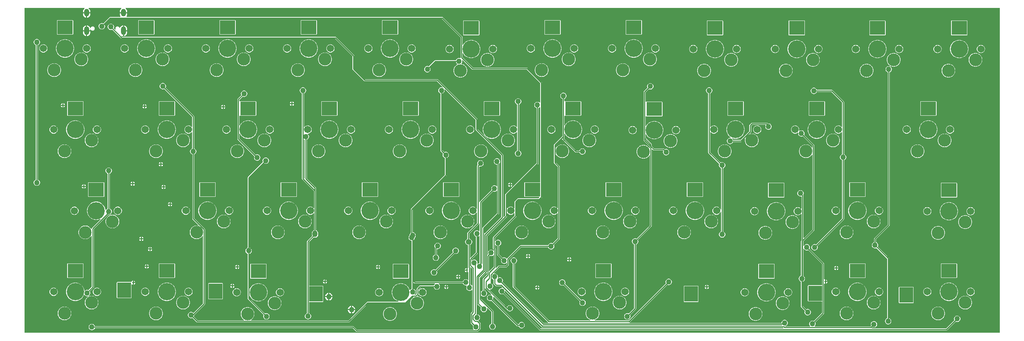
<source format=gtl>
G04*
G04 #@! TF.GenerationSoftware,Altium Limited,Altium Designer,23.0.1 (38)*
G04*
G04 Layer_Physical_Order=1*
G04 Layer_Color=255*
%FSLAX44Y44*%
%MOMM*%
G71*
G04*
G04 #@! TF.SameCoordinates,415B9E50-699A-4425-B3A7-CA41C988AD1A*
G04*
G04*
G04 #@! TF.FilePolarity,Positive*
G04*
G01*
G75*
%ADD11C,0.2540*%
%ADD21R,3.2000X3.6000*%
%ADD22O,1.2000X2.0000*%
%ADD23O,1.2000X1.8000*%
%ADD24C,3.0000*%
%ADD25C,1.7018*%
%ADD26C,4.0640*%
%ADD27R,3.6000X3.2000*%
%ADD28C,0.5000*%
%ADD29C,1.2700*%
G36*
X2584450Y355600D02*
X297180D01*
Y1118870D01*
X437959D01*
X438390Y1117600D01*
X436997Y1116531D01*
X435628Y1114747D01*
X434768Y1112669D01*
X434474Y1110440D01*
Y1108710D01*
X451701D01*
Y1110440D01*
X451408Y1112669D01*
X450547Y1114747D01*
X449179Y1116531D01*
X447785Y1117600D01*
X448216Y1118870D01*
X524462D01*
X524893Y1117600D01*
X523499Y1116531D01*
X522130Y1114747D01*
X521270Y1112669D01*
X520976Y1110440D01*
Y1108710D01*
X538204D01*
Y1110440D01*
X537910Y1112669D01*
X537050Y1114747D01*
X535681Y1116531D01*
X534287Y1117600D01*
X534719Y1118870D01*
X2584450D01*
Y355600D01*
D02*
G37*
%LPC*%
G36*
X451701Y1106170D02*
X444358D01*
Y1095993D01*
X445317Y1096120D01*
X447395Y1096980D01*
X449179Y1098349D01*
X450547Y1100133D01*
X451408Y1102211D01*
X451701Y1104440D01*
Y1106170D01*
D02*
G37*
G36*
X441818D02*
X434474D01*
Y1104440D01*
X434768Y1102211D01*
X435628Y1100133D01*
X436997Y1098349D01*
X438781Y1096980D01*
X440858Y1096120D01*
X441818Y1095993D01*
Y1106170D01*
D02*
G37*
G36*
X530860Y1077888D02*
Y1066711D01*
X538204D01*
Y1069441D01*
X537910Y1071671D01*
X537050Y1073748D01*
X535681Y1075532D01*
X533897Y1076901D01*
X531819Y1077761D01*
X530860Y1077888D01*
D02*
G37*
G36*
X441818D02*
X440858Y1077761D01*
X438781Y1076901D01*
X436997Y1075532D01*
X435628Y1073748D01*
X434768Y1071671D01*
X434474Y1069441D01*
Y1066711D01*
X441818D01*
Y1077888D01*
D02*
G37*
G36*
X444358D02*
Y1066711D01*
X451701D01*
Y1068108D01*
X452971Y1068360D01*
X453161Y1067904D01*
X453313Y1067752D01*
X453395Y1067553D01*
X454450Y1066498D01*
X454649Y1066415D01*
X454801Y1066263D01*
X456180Y1065692D01*
X456395D01*
X456594Y1065610D01*
X458086D01*
X458284Y1065692D01*
X458500D01*
X459878Y1066263D01*
X460030Y1066415D01*
X460229Y1066498D01*
X461284Y1067553D01*
X461367Y1067752D01*
X461519Y1067904D01*
X462090Y1069282D01*
Y1069498D01*
X462172Y1069696D01*
Y1071188D01*
X462090Y1071387D01*
Y1071602D01*
X461519Y1072981D01*
X461367Y1073133D01*
X461284Y1073332D01*
X460229Y1074387D01*
X460030Y1074469D01*
X459878Y1074622D01*
X458500Y1075192D01*
X458284D01*
X458086Y1075275D01*
X456594D01*
X456395Y1075192D01*
X456180D01*
X454801Y1074622D01*
X454649Y1074469D01*
X454450Y1074387D01*
X453395Y1073332D01*
X453313Y1073133D01*
X453161Y1072981D01*
X452672Y1071801D01*
X451714Y1071653D01*
X451702Y1071654D01*
X451370Y1071762D01*
X450547Y1073748D01*
X449179Y1075532D01*
X447395Y1076901D01*
X445317Y1077761D01*
X444358Y1077888D01*
D02*
G37*
G36*
X1743930Y1090232D02*
X1707930D01*
X1707731Y1090150D01*
X1706930D01*
Y1089349D01*
X1706848Y1089150D01*
Y1057150D01*
X1706930Y1056951D01*
Y1056150D01*
X1707731D01*
X1707930Y1056068D01*
X1743930D01*
X1744129Y1056150D01*
X1744930D01*
Y1056951D01*
X1745012Y1057150D01*
Y1089150D01*
X1744930Y1089349D01*
Y1090150D01*
X1744129D01*
X1743930Y1090232D01*
D02*
G37*
G36*
X1553430D02*
X1517430D01*
X1517231Y1090150D01*
X1516430D01*
Y1089349D01*
X1516348Y1089150D01*
Y1057150D01*
X1516430Y1056951D01*
Y1056150D01*
X1517231D01*
X1517430Y1056068D01*
X1553430D01*
X1553629Y1056150D01*
X1554430D01*
Y1056951D01*
X1554512Y1057150D01*
Y1089150D01*
X1554430Y1089349D01*
Y1090150D01*
X1553629D01*
X1553430Y1090232D01*
D02*
G37*
G36*
X1172430D02*
X1136430D01*
X1136231Y1090150D01*
X1135430D01*
Y1089349D01*
X1135348Y1089150D01*
Y1057150D01*
X1135430Y1056951D01*
Y1056150D01*
X1136231D01*
X1136430Y1056068D01*
X1172430D01*
X1172629Y1056150D01*
X1173430D01*
Y1056951D01*
X1173512Y1057150D01*
Y1089150D01*
X1173430Y1089349D01*
Y1090150D01*
X1172629D01*
X1172430Y1090232D01*
D02*
G37*
G36*
X981930D02*
X945930D01*
X945731Y1090150D01*
X944930D01*
Y1089349D01*
X944848Y1089150D01*
Y1057150D01*
X944930Y1056951D01*
Y1056150D01*
X945731D01*
X945930Y1056068D01*
X981930D01*
X982129Y1056150D01*
X982930D01*
Y1056951D01*
X983012Y1057150D01*
Y1089150D01*
X982930Y1089349D01*
Y1090150D01*
X982129D01*
X981930Y1090232D01*
D02*
G37*
G36*
X791430D02*
X755430D01*
X755231Y1090150D01*
X754430D01*
Y1089349D01*
X754348Y1089150D01*
Y1057150D01*
X754430Y1056951D01*
Y1056150D01*
X755231D01*
X755430Y1056068D01*
X791430D01*
X791629Y1056150D01*
X792430D01*
Y1056951D01*
X792512Y1057150D01*
Y1089150D01*
X792430Y1089349D01*
Y1090150D01*
X791629D01*
X791430Y1090232D01*
D02*
G37*
G36*
X600930D02*
X564930D01*
X564731Y1090150D01*
X563930D01*
Y1089349D01*
X563848Y1089150D01*
Y1057150D01*
X563930Y1056951D01*
Y1056150D01*
X564731D01*
X564930Y1056068D01*
X600930D01*
X601129Y1056150D01*
X601930D01*
Y1056951D01*
X602012Y1057150D01*
Y1089150D01*
X601930Y1089349D01*
Y1090150D01*
X601129D01*
X600930Y1090232D01*
D02*
G37*
G36*
X410430D02*
X374430D01*
X374231Y1090150D01*
X373430D01*
Y1089349D01*
X373348Y1089150D01*
Y1057150D01*
X373430Y1056951D01*
Y1056150D01*
X374231D01*
X374430Y1056068D01*
X410430D01*
X410629Y1056150D01*
X411430D01*
Y1056951D01*
X411512Y1057150D01*
Y1089150D01*
X411430Y1089349D01*
Y1090150D01*
X410629D01*
X410430Y1090232D01*
D02*
G37*
G36*
X2507200Y1088962D02*
X2471200D01*
X2471001Y1088880D01*
X2470200D01*
Y1088079D01*
X2470118Y1087880D01*
Y1055880D01*
X2470200Y1055681D01*
Y1054880D01*
X2471001D01*
X2471200Y1054798D01*
X2507200D01*
X2507399Y1054880D01*
X2508200D01*
Y1055681D01*
X2508282Y1055880D01*
Y1087880D01*
X2508200Y1088079D01*
Y1088880D01*
X2507399D01*
X2507200Y1088962D01*
D02*
G37*
G36*
X2315430D02*
X2279430D01*
X2279231Y1088880D01*
X2278430D01*
Y1088079D01*
X2278348Y1087880D01*
Y1055880D01*
X2278430Y1055681D01*
Y1054880D01*
X2279231D01*
X2279430Y1054798D01*
X2315430D01*
X2315629Y1054880D01*
X2316430D01*
Y1055681D01*
X2316512Y1055880D01*
Y1087880D01*
X2316430Y1088079D01*
Y1088880D01*
X2315629D01*
X2315430Y1088962D01*
D02*
G37*
G36*
X2126200D02*
X2090200D01*
X2090001Y1088880D01*
X2089200D01*
Y1088079D01*
X2089118Y1087880D01*
Y1055880D01*
X2089200Y1055681D01*
Y1054880D01*
X2090001D01*
X2090200Y1054798D01*
X2126200D01*
X2126399Y1054880D01*
X2127200D01*
Y1055681D01*
X2127282Y1055880D01*
Y1087880D01*
X2127200Y1088079D01*
Y1088880D01*
X2126399D01*
X2126200Y1088962D01*
D02*
G37*
G36*
X1934430D02*
X1898430D01*
X1898231Y1088880D01*
X1897430D01*
Y1088079D01*
X1897348Y1087880D01*
Y1055880D01*
X1897430Y1055681D01*
Y1054880D01*
X1898231D01*
X1898430Y1054798D01*
X1934430D01*
X1934629Y1054880D01*
X1935430D01*
Y1055681D01*
X1935512Y1055880D01*
Y1087880D01*
X1935430Y1088079D01*
Y1088880D01*
X1934629D01*
X1934430Y1088962D01*
D02*
G37*
G36*
X1362930D02*
X1326930D01*
X1326731Y1088880D01*
X1325930D01*
Y1088079D01*
X1325848Y1087880D01*
Y1055880D01*
X1325930Y1055681D01*
Y1054880D01*
X1326731D01*
X1326930Y1054798D01*
X1362930D01*
X1363129Y1054880D01*
X1363930D01*
Y1055681D01*
X1364012Y1055880D01*
Y1087880D01*
X1363930Y1088079D01*
Y1088880D01*
X1363129D01*
X1362930Y1088962D01*
D02*
G37*
G36*
X538204Y1064171D02*
X530860D01*
Y1052995D01*
X531819Y1053121D01*
X533897Y1053981D01*
X535681Y1055350D01*
X537050Y1057134D01*
X537910Y1059212D01*
X538204Y1061441D01*
Y1064171D01*
D02*
G37*
G36*
Y1106170D02*
X520976D01*
Y1104440D01*
X521270Y1102211D01*
X522130Y1100133D01*
X522934Y1099087D01*
X522307Y1097816D01*
X498445D01*
X497559Y1097640D01*
X496808Y1097139D01*
X482144Y1082474D01*
X481675Y1082745D01*
X479806Y1083246D01*
X477871D01*
X476001Y1082745D01*
X474325Y1081777D01*
X472957Y1080409D01*
X471989Y1078733D01*
X471488Y1076863D01*
Y1074928D01*
X471989Y1073059D01*
X472957Y1071383D01*
X474325Y1070014D01*
X476001Y1069047D01*
X477871Y1068546D01*
X479806D01*
X481675Y1069047D01*
X483351Y1070014D01*
X484720Y1071383D01*
X485687Y1073059D01*
X486188Y1074928D01*
Y1076863D01*
X485687Y1078733D01*
X485417Y1079201D01*
X499403Y1093187D01*
X1275899D01*
X1320009Y1049077D01*
Y1002520D01*
X1320167Y1001728D01*
X1319792Y1001233D01*
X1319564Y1001001D01*
X1319233Y1000774D01*
X1317450Y1001252D01*
X1315514D01*
X1313645Y1000751D01*
X1311969Y999783D01*
X1310600Y998415D01*
X1309633Y996739D01*
X1309493Y996217D01*
X1261110D01*
X1260224Y996040D01*
X1259473Y995539D01*
X1245366Y981431D01*
X1244897Y981701D01*
X1243028Y982202D01*
X1241092D01*
X1239223Y981701D01*
X1237547Y980733D01*
X1236179Y979365D01*
X1235211Y977689D01*
X1234710Y975820D01*
Y973884D01*
X1235211Y972015D01*
X1236179Y970339D01*
X1237547Y968970D01*
X1239223Y968003D01*
X1241092Y967502D01*
X1243028D01*
X1244897Y968003D01*
X1246573Y968970D01*
X1247942Y970339D01*
X1248909Y972015D01*
X1249410Y973884D01*
Y975820D01*
X1248909Y977689D01*
X1248639Y978158D01*
X1262069Y991588D01*
X1309493D01*
X1309633Y991065D01*
X1310600Y989389D01*
X1311969Y988020D01*
X1312886Y987491D01*
X1312794Y986078D01*
X1311951Y985729D01*
X1309331Y983978D01*
X1307102Y981749D01*
X1305351Y979129D01*
X1304145Y976217D01*
X1303530Y973126D01*
Y969974D01*
X1304145Y966883D01*
X1305351Y963971D01*
X1307102Y961351D01*
X1309331Y959122D01*
X1311951Y957371D01*
X1314863Y956165D01*
X1317954Y955550D01*
X1321106D01*
X1324197Y956165D01*
X1327109Y957371D01*
X1329729Y959122D01*
X1331958Y961351D01*
X1333709Y963971D01*
X1334915Y966883D01*
X1335530Y969974D01*
Y973126D01*
X1334915Y976217D01*
X1333709Y979129D01*
X1331958Y981749D01*
X1329729Y983978D01*
X1327109Y985729D01*
X1324197Y986935D01*
X1322119Y987348D01*
X1321701Y988727D01*
X1322363Y989389D01*
X1323331Y991065D01*
X1323832Y992934D01*
Y994870D01*
X1323439Y996336D01*
X1324578Y996993D01*
X1346832Y974739D01*
X1347583Y974238D01*
X1348468Y974062D01*
X1474781D01*
X1506445Y942397D01*
Y896647D01*
X1505175Y896121D01*
X1504637Y896659D01*
X1502961Y897627D01*
X1501092Y898128D01*
X1499156D01*
X1497287Y897627D01*
X1495611Y896659D01*
X1494243Y895291D01*
X1493275Y893615D01*
X1492774Y891746D01*
Y889810D01*
X1493275Y887941D01*
X1494243Y886265D01*
X1495611Y884896D01*
X1497287Y883929D01*
X1497809Y883789D01*
Y754323D01*
X1425081Y681595D01*
X1424580Y680844D01*
X1424404Y679958D01*
Y631133D01*
X1421158Y627888D01*
X1419888Y628414D01*
Y773176D01*
X1419712Y774062D01*
X1419211Y774813D01*
X1359691Y834333D01*
Y857504D01*
X1359514Y858390D01*
X1359013Y859141D01*
X1267319Y950835D01*
X1266568Y951336D01*
X1265682Y951513D01*
X1095953D01*
X1070892Y976573D01*
Y1006602D01*
X1070716Y1007488D01*
X1070215Y1008239D01*
X1028051Y1050403D01*
X1027300Y1050904D01*
X1026414Y1051080D01*
X526485D01*
X524621Y1052944D01*
X525283Y1053981D01*
X527361Y1053121D01*
X528320Y1052995D01*
Y1065441D01*
Y1077888D01*
X527361Y1077761D01*
X525283Y1076901D01*
X523499Y1075532D01*
X522130Y1073748D01*
X521308Y1071762D01*
X520976Y1071654D01*
X520963Y1071653D01*
X520006Y1071801D01*
X519517Y1072981D01*
X519365Y1073133D01*
X519283Y1073332D01*
X518228Y1074387D01*
X518029Y1074469D01*
X517877Y1074622D01*
X516498Y1075192D01*
X516283D01*
X516084Y1075275D01*
X514592D01*
X514393Y1075192D01*
X514178D01*
X512800Y1074622D01*
X512647Y1074469D01*
X512448Y1074387D01*
X511394Y1073332D01*
X511311Y1073133D01*
X511159Y1072981D01*
X510588Y1071602D01*
Y1071387D01*
X510506Y1071188D01*
Y1069696D01*
X510588Y1069498D01*
Y1069282D01*
X510948Y1068413D01*
X509871Y1067694D01*
X506451Y1071115D01*
X506721Y1071583D01*
X507222Y1073452D01*
Y1075388D01*
X506721Y1077257D01*
X505754Y1078933D01*
X504385Y1080302D01*
X502709Y1081269D01*
X500840Y1081770D01*
X498904D01*
X497035Y1081269D01*
X495359Y1080302D01*
X493991Y1078933D01*
X493023Y1077257D01*
X492522Y1075388D01*
Y1073452D01*
X493023Y1071583D01*
X493991Y1069907D01*
X495359Y1068539D01*
X497035Y1067571D01*
X498904Y1067070D01*
X500840D01*
X502709Y1067571D01*
X503177Y1067841D01*
X523889Y1047129D01*
X524640Y1046628D01*
X525526Y1046451D01*
X1025455D01*
X1066264Y1005643D01*
Y975614D01*
X1066440Y974728D01*
X1066941Y973977D01*
X1093357Y947561D01*
X1094108Y947060D01*
X1094994Y946883D01*
X1264723D01*
X1278642Y932965D01*
X1277917Y931917D01*
X1276048Y932418D01*
X1274112D01*
X1272243Y931917D01*
X1270567Y930949D01*
X1269199Y929581D01*
X1268231Y927905D01*
X1267730Y926036D01*
Y924100D01*
X1268231Y922231D01*
X1269199Y920555D01*
X1270567Y919186D01*
X1272243Y918219D01*
X1272766Y918079D01*
Y783590D01*
X1272942Y782704D01*
X1273443Y781953D01*
X1278661Y776736D01*
X1278391Y776267D01*
X1277890Y774398D01*
Y772462D01*
X1278391Y770593D01*
X1279359Y768917D01*
X1280727Y767549D01*
X1282403Y766581D01*
X1282926Y766441D01*
Y726637D01*
X1203847Y647559D01*
X1203346Y646808D01*
X1203169Y645922D01*
Y590432D01*
X1203003Y590336D01*
X1201635Y588967D01*
X1200667Y587291D01*
X1200166Y585422D01*
Y584450D01*
X1199603Y583887D01*
X1198635Y582211D01*
X1198134Y580342D01*
Y578406D01*
X1198635Y576537D01*
X1199603Y574861D01*
X1200971Y573493D01*
X1202647Y572525D01*
X1204516Y572024D01*
X1205201D01*
Y479552D01*
Y458855D01*
X1204679Y458715D01*
X1203003Y457747D01*
X1201741Y456486D01*
X1200685Y456536D01*
X1200428Y456578D01*
X1200331Y457069D01*
X1198724Y460949D01*
X1196390Y464441D01*
X1193421Y467410D01*
X1189929Y469743D01*
X1186049Y471351D01*
X1181930Y472170D01*
X1177730D01*
X1173611Y471351D01*
X1169731Y469743D01*
X1166239Y467410D01*
X1163270Y464441D01*
X1160937Y460949D01*
X1159329Y457069D01*
X1158510Y452950D01*
Y448750D01*
X1159329Y444631D01*
X1160937Y440751D01*
X1163270Y437259D01*
X1166239Y434290D01*
X1169731Y431956D01*
X1173611Y430349D01*
X1175114Y430051D01*
X1174988Y428781D01*
X1101598D01*
X1100712Y428604D01*
X1099961Y428103D01*
X1056951Y385093D01*
X829120D01*
X828734Y386362D01*
X830619Y387622D01*
X832848Y389851D01*
X834599Y392471D01*
X835805Y395383D01*
X836420Y398474D01*
Y401626D01*
X835805Y404717D01*
X834599Y407629D01*
X832848Y410249D01*
X830619Y412478D01*
X827999Y414229D01*
X825087Y415435D01*
X821996Y416050D01*
X818844D01*
X815753Y415435D01*
X812841Y414229D01*
X810221Y412478D01*
X807992Y410249D01*
X806241Y407629D01*
X805035Y404717D01*
X804420Y401626D01*
Y398474D01*
X805035Y395383D01*
X806241Y392471D01*
X807992Y389851D01*
X810221Y387622D01*
X812106Y386362D01*
X811720Y385093D01*
X703523D01*
X694411Y394204D01*
X694681Y394673D01*
X695182Y396542D01*
Y397523D01*
X719949Y422289D01*
X720450Y423040D01*
X720627Y423926D01*
Y599186D01*
X720450Y600072D01*
X719949Y600823D01*
X695480Y625291D01*
Y774891D01*
X695749Y774963D01*
X697425Y775930D01*
X698793Y777299D01*
X699761Y778975D01*
X700262Y780844D01*
Y782780D01*
X699761Y784649D01*
X698793Y786325D01*
X697425Y787693D01*
X695749Y788661D01*
X695227Y788801D01*
Y863854D01*
X695050Y864740D01*
X694549Y865491D01*
X628371Y931668D01*
X628641Y932137D01*
X629142Y934006D01*
Y935942D01*
X628641Y937811D01*
X627673Y939487D01*
X626305Y940855D01*
X624629Y941823D01*
X622760Y942324D01*
X620824D01*
X618955Y941823D01*
X617279Y940855D01*
X615910Y939487D01*
X614943Y937811D01*
X614442Y935942D01*
Y934006D01*
X614943Y932137D01*
X615910Y930461D01*
X617279Y929092D01*
X618955Y928125D01*
X620824Y927624D01*
X622760D01*
X624629Y928125D01*
X625098Y928395D01*
X690598Y862895D01*
Y839614D01*
X689327Y839230D01*
X687829Y840729D01*
X685660Y841981D01*
X683242Y842629D01*
X680738D01*
X678320Y841981D01*
X676151Y840729D01*
X674381Y838959D01*
X673129Y836790D01*
X672481Y834372D01*
Y831868D01*
X673129Y829450D01*
X674381Y827281D01*
X676151Y825511D01*
X678320Y824259D01*
X680738Y823611D01*
X683242D01*
X685660Y824259D01*
X687829Y825511D01*
X689327Y827010D01*
X690598Y826626D01*
Y788801D01*
X690075Y788661D01*
X688399Y787693D01*
X687030Y786325D01*
X686063Y784649D01*
X685562Y782780D01*
Y780844D01*
X686063Y778975D01*
X687030Y777299D01*
X688399Y775930D01*
X690075Y774963D01*
X690852Y774755D01*
Y624332D01*
X691028Y623446D01*
X691529Y622695D01*
X705729Y608496D01*
X705104Y607325D01*
X702616Y607820D01*
X699464D01*
X696373Y607205D01*
X693461Y605999D01*
X690841Y604248D01*
X688612Y602019D01*
X686861Y599399D01*
X685655Y596487D01*
X685040Y593396D01*
Y590244D01*
X685655Y587153D01*
X686861Y584241D01*
X688612Y581621D01*
X690841Y579392D01*
X693461Y577641D01*
X696373Y576435D01*
X699464Y575820D01*
X702616D01*
X705707Y576435D01*
X708619Y577641D01*
X711239Y579392D01*
X713468Y581621D01*
X714727Y583506D01*
X715997Y583120D01*
Y424885D01*
X693425Y402312D01*
X692345Y403391D01*
X690669Y404359D01*
X688800Y404860D01*
X686864D01*
X684995Y404359D01*
X683319Y403391D01*
X681951Y402023D01*
X680983Y400347D01*
X680482Y398478D01*
Y396542D01*
X680983Y394673D01*
X681951Y392997D01*
X683319Y391628D01*
X684995Y390661D01*
X686864Y390160D01*
X688800D01*
X690669Y390661D01*
X691137Y390931D01*
X700927Y381141D01*
X701678Y380640D01*
X702564Y380463D01*
X1057910D01*
X1058796Y380640D01*
X1059547Y381141D01*
X1102557Y424151D01*
X1190805D01*
X1191691Y424328D01*
X1192442Y424829D01*
X1208018Y440406D01*
X1209228D01*
X1209613Y439136D01*
X1207731Y437878D01*
X1205502Y435649D01*
X1203751Y433029D01*
X1202545Y430117D01*
X1201930Y427026D01*
Y423874D01*
X1202545Y420783D01*
X1203751Y417871D01*
X1205502Y415251D01*
X1207731Y413022D01*
X1210351Y411271D01*
X1213263Y410065D01*
X1216354Y409450D01*
X1219506D01*
X1222597Y410065D01*
X1225509Y411271D01*
X1228129Y413022D01*
X1230358Y415251D01*
X1232109Y417871D01*
X1233315Y420783D01*
X1233930Y423874D01*
Y427026D01*
X1233315Y430117D01*
X1232109Y433029D01*
X1230358Y435649D01*
X1228129Y437878D01*
X1225509Y439629D01*
X1222597Y440835D01*
X1219506Y441450D01*
X1219051D01*
X1218565Y442623D01*
X1221345Y445403D01*
X1222830Y445341D01*
X1223021Y445011D01*
X1224791Y443241D01*
X1226960Y441989D01*
X1229378Y441341D01*
X1231882D01*
X1234300Y441989D01*
X1236469Y443241D01*
X1238239Y445011D01*
X1239491Y447180D01*
X1240139Y449598D01*
Y452102D01*
X1239491Y454520D01*
X1238239Y456689D01*
X1236469Y458459D01*
X1234300Y459711D01*
X1231882Y460359D01*
X1229378D01*
X1226960Y459711D01*
X1224791Y458459D01*
X1223750Y457418D01*
X1222401Y457865D01*
X1222300Y458551D01*
X1226001Y462252D01*
X1257169D01*
X1257309Y461729D01*
X1258277Y460053D01*
X1259645Y458685D01*
X1261321Y457717D01*
X1263190Y457216D01*
X1265126D01*
X1266995Y457717D01*
X1268671Y458685D01*
X1270040Y460053D01*
X1271007Y461729D01*
X1271508Y463598D01*
Y465534D01*
X1271007Y467403D01*
X1270040Y469079D01*
X1268671Y470448D01*
X1268349Y470634D01*
X1268689Y471903D01*
X1325241D01*
X1325381Y471381D01*
X1326349Y469705D01*
X1327717Y468336D01*
X1329393Y467369D01*
X1331262Y466868D01*
X1333198D01*
X1334307Y467165D01*
X1334963Y466041D01*
X1334967Y466027D01*
X1334001Y464355D01*
X1333500Y462486D01*
Y460550D01*
X1334001Y458681D01*
X1334969Y457005D01*
X1336337Y455636D01*
X1338013Y454669D01*
X1339883Y454168D01*
X1341818D01*
X1343687Y454669D01*
X1345363Y455636D01*
X1345918Y456191D01*
X1347188Y455665D01*
Y405041D01*
X1344341Y402195D01*
X1343839Y401444D01*
X1343663Y400558D01*
Y379445D01*
X1343839Y378559D01*
X1344341Y377808D01*
X1349527Y372621D01*
X1349257Y372153D01*
X1348756Y370284D01*
Y368348D01*
X1349257Y366479D01*
X1350224Y364803D01*
X1350763Y364264D01*
X1350237Y362994D01*
X1077157D01*
X1069199Y370953D01*
X1068448Y371454D01*
X1067562Y371631D01*
X462411D01*
X462271Y372153D01*
X461303Y373829D01*
X459935Y375197D01*
X458259Y376165D01*
X456390Y376666D01*
X454454D01*
X452585Y376165D01*
X450909Y375197D01*
X449540Y373829D01*
X448573Y372153D01*
X448072Y370284D01*
Y368348D01*
X448573Y366479D01*
X449540Y364803D01*
X450909Y363434D01*
X452585Y362467D01*
X454454Y361966D01*
X456390D01*
X458259Y362467D01*
X459935Y363434D01*
X461303Y364803D01*
X462271Y366479D01*
X462411Y367001D01*
X1066603D01*
X1074561Y359043D01*
X1075312Y358542D01*
X1076198Y358366D01*
X1359662D01*
X1360548Y358542D01*
X1361299Y359043D01*
X1366379Y364123D01*
X1366880Y364874D01*
X1367056Y365760D01*
Y377952D01*
X1366880Y378838D01*
X1366379Y379589D01*
X1361853Y384114D01*
X1361980Y385611D01*
X1362032Y385683D01*
X1362651Y386040D01*
X1364019Y387409D01*
X1364987Y389085D01*
X1365488Y390954D01*
Y392890D01*
X1364987Y394759D01*
X1364019Y396435D01*
X1362651Y397803D01*
X1360975Y398771D01*
X1360453Y398911D01*
Y420606D01*
X1361723Y421132D01*
X1368069Y414785D01*
X1367799Y414317D01*
X1367298Y412448D01*
Y410512D01*
X1367799Y408643D01*
X1368766Y406967D01*
X1370135Y405598D01*
X1371811Y404631D01*
X1373680Y404130D01*
X1375616D01*
X1377485Y404631D01*
X1379161Y405598D01*
X1380529Y406967D01*
X1381497Y408643D01*
X1381998Y410512D01*
Y412448D01*
X1381599Y413938D01*
X1382737Y414596D01*
X1392399Y404933D01*
Y377575D01*
X1391877Y377435D01*
X1390201Y376468D01*
X1388833Y375099D01*
X1387865Y373423D01*
X1387364Y371554D01*
Y369618D01*
X1387865Y367749D01*
X1388833Y366073D01*
X1390201Y364705D01*
X1391877Y363737D01*
X1393746Y363236D01*
X1395682D01*
X1397551Y363737D01*
X1399227Y364705D01*
X1400596Y366073D01*
X1401563Y367749D01*
X1402064Y369618D01*
Y371554D01*
X1401563Y373423D01*
X1400596Y375099D01*
X1399227Y376468D01*
X1397551Y377435D01*
X1397029Y377575D01*
Y405892D01*
X1396852Y406778D01*
X1396351Y407529D01*
X1368073Y435807D01*
Y442441D01*
X1369342Y442967D01*
X1369881Y442429D01*
X1371557Y441461D01*
X1373426Y440960D01*
X1375362D01*
X1377231Y441461D01*
X1378907Y442429D01*
X1380276Y443797D01*
X1381243Y445473D01*
X1381744Y447342D01*
Y449278D01*
X1381243Y451147D01*
X1380276Y452823D01*
X1378907Y454192D01*
X1377231Y455159D01*
X1376709Y455299D01*
Y460173D01*
X1377979Y460559D01*
X1378091Y460389D01*
X1392116Y446365D01*
X1392083Y446061D01*
X1390706Y445115D01*
X1390218Y445246D01*
X1388282D01*
X1386413Y444745D01*
X1384737Y443778D01*
X1383369Y442409D01*
X1382401Y440733D01*
X1381900Y438864D01*
Y436928D01*
X1382401Y435059D01*
X1383369Y433383D01*
X1384737Y432015D01*
X1386413Y431047D01*
X1388282Y430546D01*
X1390218D01*
X1392087Y431047D01*
X1392555Y431317D01*
X1451875Y371997D01*
X1452626Y371496D01*
X1453512Y371320D01*
X1456051D01*
X1456191Y370797D01*
X1457159Y369121D01*
X1458527Y367752D01*
X1460203Y366785D01*
X1462072Y366284D01*
X1464008D01*
X1465877Y366785D01*
X1467553Y367752D01*
X1468922Y369121D01*
X1469889Y370797D01*
X1470390Y372666D01*
Y374602D01*
X1469889Y376471D01*
X1468922Y378147D01*
X1467553Y379515D01*
X1465877Y380483D01*
X1464008Y380984D01*
X1462072D01*
X1460203Y380483D01*
X1458527Y379515D01*
X1457159Y378147D01*
X1456191Y376471D01*
X1456051Y375948D01*
X1454471D01*
X1395829Y434590D01*
X1396099Y435059D01*
X1396600Y436928D01*
Y438864D01*
X1396469Y439352D01*
X1397415Y440729D01*
X1397719Y440762D01*
X1426859Y411621D01*
X1427610Y411120D01*
X1428496Y410943D01*
X1428619D01*
X1428759Y410421D01*
X1429727Y408745D01*
X1431095Y407377D01*
X1432771Y406409D01*
X1434640Y405908D01*
X1436576D01*
X1438445Y406409D01*
X1440121Y407377D01*
X1441490Y408745D01*
X1442457Y410421D01*
X1442958Y412290D01*
Y414226D01*
X1442457Y416095D01*
X1441490Y417771D01*
X1440121Y419140D01*
X1438445Y420107D01*
X1436576Y420608D01*
X1434640D01*
X1432771Y420107D01*
X1431095Y419140D01*
X1429727Y417771D01*
X1429344Y417108D01*
X1428085Y416942D01*
X1388319Y456708D01*
X1388845Y457978D01*
X1390094D01*
X1391963Y458479D01*
X1393639Y459446D01*
X1395007Y460815D01*
X1395975Y462491D01*
X1396476Y464360D01*
Y466296D01*
X1395975Y468165D01*
X1395007Y469841D01*
X1393639Y471209D01*
X1393488Y471297D01*
Y481795D01*
X1394758Y482321D01*
X1395281Y481799D01*
X1396957Y480831D01*
X1397480Y480691D01*
Y471424D01*
X1397656Y470538D01*
X1398157Y469787D01*
X1402221Y465723D01*
X1402972Y465222D01*
X1403858Y465046D01*
X1414583D01*
X1417365Y462264D01*
X1416839Y460994D01*
X1415590D01*
X1413721Y460493D01*
X1412045Y459525D01*
X1410677Y458157D01*
X1409709Y456481D01*
X1409208Y454612D01*
Y452676D01*
X1409709Y450807D01*
X1410677Y449131D01*
X1412045Y447762D01*
X1413721Y446795D01*
X1415590Y446294D01*
X1417526D01*
X1419395Y446795D01*
X1419863Y447065D01*
X1504837Y362091D01*
X1505588Y361590D01*
X1506474Y361413D01*
X2459482D01*
X2460368Y361590D01*
X2461119Y362091D01*
X2481069Y382041D01*
X2481537Y381771D01*
X2483406Y381270D01*
X2485342D01*
X2487211Y381771D01*
X2488887Y382738D01*
X2490255Y384107D01*
X2491223Y385783D01*
X2491724Y387652D01*
Y389588D01*
X2491223Y391457D01*
X2490255Y393133D01*
X2488887Y394501D01*
X2487211Y395469D01*
X2485342Y395970D01*
X2483406D01*
X2481537Y395469D01*
X2479861Y394501D01*
X2478492Y393133D01*
X2477525Y391457D01*
X2477024Y389588D01*
Y387652D01*
X2477525Y385783D01*
X2477795Y385314D01*
X2458523Y366043D01*
X2284748D01*
X2284222Y367313D01*
X2285997Y369087D01*
X2286465Y368817D01*
X2288334Y368316D01*
X2290270D01*
X2292139Y368817D01*
X2293815Y369785D01*
X2295184Y371153D01*
X2296151Y372829D01*
X2296652Y374698D01*
Y376634D01*
X2296151Y378503D01*
X2295184Y380179D01*
X2293815Y381548D01*
X2292139Y382515D01*
X2290270Y383016D01*
X2288334D01*
X2286465Y382515D01*
X2284789Y381548D01*
X2283421Y380179D01*
X2282453Y378503D01*
X2281952Y376634D01*
Y374698D01*
X2282453Y372829D01*
X2282723Y372360D01*
X2280977Y370615D01*
X2150899D01*
X2150373Y371884D01*
X2150912Y372423D01*
X2151879Y374099D01*
X2152380Y375968D01*
Y377904D01*
X2151879Y379773D01*
X2151609Y380242D01*
X2171559Y400191D01*
X2172060Y400942D01*
X2172236Y401828D01*
Y470776D01*
X2173506Y471625D01*
X2174240Y471321D01*
Y476250D01*
Y481179D01*
X2173506Y480875D01*
X2172236Y481724D01*
Y518414D01*
X2172060Y519300D01*
X2171559Y520051D01*
X2138401Y553209D01*
X2138671Y553677D01*
X2139172Y555546D01*
Y557482D01*
X2138671Y559351D01*
X2137704Y561027D01*
X2136335Y562396D01*
X2134659Y563363D01*
X2132790Y563864D01*
X2130854D01*
X2128985Y563363D01*
X2127309Y562396D01*
X2125941Y561027D01*
X2125246Y559825D01*
X2123976Y560165D01*
Y571049D01*
X2148699Y595771D01*
X2149200Y596522D01*
X2149377Y597408D01*
Y796036D01*
X2149200Y796922D01*
X2148699Y797673D01*
X2125701Y820670D01*
X2125971Y821139D01*
X2126472Y823008D01*
Y824944D01*
X2125971Y826813D01*
X2125004Y828489D01*
X2123635Y829857D01*
X2121959Y830825D01*
X2120090Y831326D01*
X2118154D01*
X2116285Y830825D01*
X2114687Y829903D01*
X2114413Y829997D01*
X2113561Y830605D01*
X2113899Y831868D01*
Y834372D01*
X2113251Y836790D01*
X2111999Y838959D01*
X2110229Y840729D01*
X2108060Y841981D01*
X2105642Y842629D01*
X2103138D01*
X2100720Y841981D01*
X2098551Y840729D01*
X2096781Y838959D01*
X2095529Y836790D01*
X2094881Y834372D01*
Y831868D01*
X2095529Y829450D01*
X2096781Y827281D01*
X2098551Y825511D01*
X2100720Y824259D01*
X2103138Y823611D01*
X2105642D01*
X2108060Y824259D01*
X2110229Y825511D01*
X2110748Y826031D01*
X2111887Y825373D01*
X2111772Y824944D01*
Y823008D01*
X2112273Y821139D01*
X2113241Y819463D01*
X2114609Y818094D01*
X2116285Y817127D01*
X2118154Y816626D01*
X2120090D01*
X2121959Y817127D01*
X2122428Y817397D01*
X2144747Y795077D01*
Y791020D01*
X2143477Y790634D01*
X2142218Y792519D01*
X2139989Y794748D01*
X2137369Y796499D01*
X2134457Y797705D01*
X2131366Y798320D01*
X2128214D01*
X2125123Y797705D01*
X2122211Y796499D01*
X2119591Y794748D01*
X2117362Y792519D01*
X2115611Y789899D01*
X2114405Y786987D01*
X2113790Y783896D01*
Y780744D01*
X2114405Y777653D01*
X2115611Y774741D01*
X2117362Y772121D01*
X2119591Y769892D01*
X2122211Y768141D01*
X2125123Y766935D01*
X2128214Y766320D01*
X2131366D01*
X2134457Y766935D01*
X2137369Y768141D01*
X2139989Y769892D01*
X2142218Y772121D01*
X2143477Y774006D01*
X2144747Y773620D01*
Y598367D01*
X2125150Y578769D01*
X2123976Y579255D01*
Y678808D01*
X2123800Y679694D01*
X2123612Y679976D01*
X2123939Y680543D01*
X2124440Y682412D01*
Y684348D01*
X2123939Y686217D01*
X2122971Y687893D01*
X2121603Y689261D01*
X2119927Y690229D01*
X2118058Y690730D01*
X2116122D01*
X2114253Y690229D01*
X2112577Y689261D01*
X2111208Y687893D01*
X2110241Y686217D01*
X2109740Y684348D01*
Y682412D01*
X2110241Y680543D01*
X2111208Y678867D01*
X2112577Y677498D01*
X2114253Y676531D01*
X2116122Y676030D01*
X2118058D01*
X2118340Y676105D01*
X2119348Y675332D01*
Y647844D01*
X2118078Y647460D01*
X2116579Y648959D01*
X2114410Y650211D01*
X2111992Y650859D01*
X2109488D01*
X2107070Y650211D01*
X2104901Y648959D01*
X2103131Y647189D01*
X2101879Y645020D01*
X2101231Y642602D01*
Y640098D01*
X2101879Y637680D01*
X2103131Y635511D01*
X2104901Y633741D01*
X2107070Y632489D01*
X2109488Y631841D01*
X2111992D01*
X2114410Y632489D01*
X2116579Y633741D01*
X2118078Y635240D01*
X2119348Y634856D01*
Y572967D01*
X2118501Y572121D01*
X2118000Y571370D01*
X2117823Y570484D01*
Y490097D01*
X2117301Y489957D01*
X2115625Y488989D01*
X2114256Y487621D01*
X2113289Y485945D01*
X2112788Y484076D01*
Y482140D01*
X2113289Y480271D01*
X2114256Y478595D01*
X2115625Y477226D01*
X2117301Y476259D01*
X2117823Y476119D01*
Y417830D01*
X2118000Y416944D01*
X2118501Y416193D01*
X2127275Y407420D01*
X2127005Y406951D01*
X2126504Y405082D01*
Y403146D01*
X2127005Y401277D01*
X2127973Y399601D01*
X2129341Y398232D01*
X2131017Y397265D01*
X2132886Y396764D01*
X2134822D01*
X2136691Y397265D01*
X2138367Y398232D01*
X2139736Y399601D01*
X2140703Y401277D01*
X2141204Y403146D01*
Y405082D01*
X2140703Y406951D01*
X2139736Y408627D01*
X2138367Y409995D01*
X2136691Y410963D01*
X2134822Y411464D01*
X2132886D01*
X2131017Y410963D01*
X2130549Y410693D01*
X2122453Y418789D01*
Y476119D01*
X2122975Y476259D01*
X2124651Y477226D01*
X2126019Y478595D01*
X2126987Y480271D01*
X2127488Y482140D01*
Y484076D01*
X2126987Y485945D01*
X2126019Y487621D01*
X2124651Y488989D01*
X2123976Y489379D01*
Y552863D01*
X2125246Y553203D01*
X2125941Y552001D01*
X2127309Y550633D01*
X2128985Y549665D01*
X2130854Y549164D01*
X2132790D01*
X2134659Y549665D01*
X2135128Y549935D01*
X2167608Y517455D01*
Y467519D01*
X2167419Y467392D01*
X2135419D01*
X2135220Y467310D01*
X2134419D01*
Y466509D01*
X2134336Y466310D01*
Y430310D01*
X2134419Y430111D01*
Y429310D01*
X2135220D01*
X2135419Y429228D01*
X2167419D01*
X2167608Y429101D01*
Y402787D01*
X2148336Y383515D01*
X2147867Y383785D01*
X2145998Y384286D01*
X2144062D01*
X2142193Y383785D01*
X2140517Y382817D01*
X2139149Y381449D01*
X2138181Y379773D01*
X2137680Y377904D01*
Y375968D01*
X2138181Y374099D01*
X2139149Y372423D01*
X2139687Y371884D01*
X2139161Y370615D01*
X2081881D01*
X2081714Y371884D01*
X2082589Y372119D01*
X2084265Y373087D01*
X2085634Y374455D01*
X2086601Y376131D01*
X2087102Y378000D01*
Y379936D01*
X2086601Y381805D01*
X2085634Y383481D01*
X2084265Y384850D01*
X2082589Y385817D01*
X2080720Y386318D01*
X2078784D01*
X2076915Y385817D01*
X2075239Y384850D01*
X2073871Y383481D01*
X2072903Y381805D01*
X2072402Y379936D01*
Y379250D01*
X1716307D01*
X1716169Y379627D01*
X1716095Y380521D01*
X1716645Y380887D01*
X1804666Y468909D01*
X1805135Y468639D01*
X1807004Y468138D01*
X1808940D01*
X1810809Y468639D01*
X1812485Y469607D01*
X1813853Y470975D01*
X1814821Y472651D01*
X1815322Y474520D01*
Y476456D01*
X1814821Y478325D01*
X1813853Y480001D01*
X1812485Y481370D01*
X1810809Y482337D01*
X1808940Y482838D01*
X1807004D01*
X1805135Y482337D01*
X1803459Y481370D01*
X1802090Y480001D01*
X1801123Y478325D01*
X1800622Y476456D01*
Y474520D01*
X1801123Y472651D01*
X1801393Y472183D01*
X1714049Y384838D01*
X1634749D01*
X1634496Y386109D01*
X1636989Y387141D01*
X1639609Y388892D01*
X1641838Y391121D01*
X1643589Y393741D01*
X1644795Y396653D01*
X1645410Y399744D01*
Y402896D01*
X1644795Y405987D01*
X1643589Y408899D01*
X1641838Y411519D01*
X1639609Y413748D01*
X1636989Y415499D01*
X1634077Y416705D01*
X1630986Y417320D01*
X1627834D01*
X1624743Y416705D01*
X1621831Y415499D01*
X1619211Y413748D01*
X1616982Y411519D01*
X1615231Y408899D01*
X1614025Y405987D01*
X1613410Y402896D01*
Y399744D01*
X1614025Y396653D01*
X1615231Y393741D01*
X1616982Y391121D01*
X1619211Y388892D01*
X1621831Y387141D01*
X1624324Y386109D01*
X1624071Y384838D01*
X1527499D01*
X1447066Y465271D01*
Y518283D01*
X1447589Y518423D01*
X1449265Y519390D01*
X1450634Y520759D01*
X1451601Y522435D01*
X1452102Y524304D01*
Y526240D01*
X1451601Y528109D01*
X1450634Y529785D01*
X1449265Y531153D01*
X1447589Y532121D01*
X1445720Y532622D01*
X1443784D01*
X1441915Y532121D01*
X1440239Y531153D01*
X1438871Y529785D01*
X1437903Y528109D01*
X1437402Y526240D01*
Y524304D01*
X1437903Y522435D01*
X1438871Y520759D01*
X1440239Y519390D01*
X1441915Y518423D01*
X1442437Y518283D01*
Y464312D01*
X1442614Y463426D01*
X1443115Y462675D01*
X1524903Y380887D01*
X1525453Y380521D01*
X1525379Y379627D01*
X1525241Y379250D01*
X1514743D01*
X1418462Y475532D01*
X1418732Y476000D01*
X1419233Y477870D01*
Y479805D01*
X1418732Y481674D01*
X1417765Y483350D01*
X1416396Y484719D01*
X1414720Y485686D01*
X1412851Y486187D01*
X1410916D01*
X1409046Y485686D01*
X1408026Y485097D01*
X1406935Y485934D01*
X1407144Y486712D01*
Y488648D01*
X1406643Y490517D01*
X1405676Y492193D01*
X1404307Y493562D01*
X1402631Y494529D01*
X1400762Y495030D01*
X1398826D01*
X1398724Y495003D01*
X1398066Y496141D01*
X1411167Y509241D01*
X1426464D01*
X1427350Y509418D01*
X1428101Y509919D01*
X1432419Y514237D01*
X1432920Y514988D01*
X1433096Y515874D01*
Y528123D01*
X1461713Y556740D01*
X1525393D01*
X1525533Y556217D01*
X1526501Y554541D01*
X1527869Y553172D01*
X1529545Y552205D01*
X1531414Y551704D01*
X1533350D01*
X1535219Y552205D01*
X1536895Y553172D01*
X1538264Y554541D01*
X1539231Y556217D01*
X1539732Y558086D01*
Y560022D01*
X1539231Y561891D01*
X1538961Y562360D01*
X1551799Y575197D01*
X1552300Y575948D01*
X1552477Y576834D01*
Y746252D01*
X1552300Y747138D01*
X1551799Y747889D01*
X1543333Y756355D01*
Y773620D01*
X1544603Y774006D01*
X1545862Y772121D01*
X1548091Y769892D01*
X1550711Y768141D01*
X1553623Y766935D01*
X1556714Y766320D01*
X1559866D01*
X1562957Y766935D01*
X1565869Y768141D01*
X1568489Y769892D01*
X1570718Y772121D01*
X1572469Y774741D01*
X1573675Y777653D01*
X1574290Y780744D01*
Y783896D01*
X1573675Y786987D01*
X1572469Y789899D01*
X1570718Y792519D01*
X1568489Y794748D01*
X1565869Y796499D01*
X1562957Y797705D01*
X1559866Y798320D01*
X1556714D01*
X1553623Y797705D01*
X1550711Y796499D01*
X1548091Y794748D01*
X1545862Y792519D01*
X1544603Y790634D01*
X1543333Y791020D01*
Y795839D01*
X1557563Y810070D01*
X1558941Y809652D01*
X1558946Y809628D01*
X1559447Y808877D01*
X1588403Y779921D01*
X1589154Y779420D01*
X1590040Y779243D01*
X1598545D01*
X1598685Y778721D01*
X1599653Y777045D01*
X1601021Y775676D01*
X1602697Y774709D01*
X1604566Y774208D01*
X1606502D01*
X1608371Y774709D01*
X1610047Y775676D01*
X1611416Y777045D01*
X1612383Y778721D01*
X1612884Y780590D01*
Y782526D01*
X1612383Y784395D01*
X1611416Y786071D01*
X1610047Y787439D01*
X1608371Y788407D01*
X1606502Y788908D01*
X1604566D01*
X1602697Y788407D01*
X1601021Y787439D01*
X1599653Y786071D01*
X1598685Y784395D01*
X1598545Y783873D01*
X1590999D01*
X1563398Y811473D01*
Y823141D01*
X1564644Y823389D01*
X1564796Y823021D01*
X1567130Y819529D01*
X1570099Y816560D01*
X1573591Y814227D01*
X1577471Y812619D01*
X1581590Y811800D01*
X1585790D01*
X1589909Y812619D01*
X1593789Y814227D01*
X1597281Y816560D01*
X1600250Y819529D01*
X1602583Y823021D01*
X1604191Y826901D01*
X1605010Y831020D01*
Y835220D01*
X1604191Y839339D01*
X1602583Y843219D01*
X1600250Y846711D01*
X1597281Y849680D01*
X1593789Y852013D01*
X1589909Y853621D01*
X1585790Y854440D01*
X1581590D01*
X1577471Y853621D01*
X1573591Y852013D01*
X1570099Y849680D01*
X1567130Y846711D01*
X1564796Y843219D01*
X1564644Y842851D01*
X1563398Y843099D01*
Y864998D01*
X1564668Y865665D01*
X1564690Y865650D01*
Y865650D01*
X1565690Y865568D01*
X1601690D01*
X1601889Y865650D01*
X1602690D01*
Y866451D01*
X1602772Y866650D01*
Y898650D01*
X1602690Y898849D01*
Y899650D01*
X1601889D01*
X1601690Y899732D01*
X1565690D01*
X1564690Y899650D01*
Y899650D01*
X1564668Y899635D01*
X1563398Y900302D01*
Y905379D01*
X1563921Y905519D01*
X1565597Y906487D01*
X1566965Y907855D01*
X1567933Y909531D01*
X1568434Y911400D01*
Y913336D01*
X1567933Y915205D01*
X1566965Y916881D01*
X1565597Y918250D01*
X1563921Y919217D01*
X1562052Y919718D01*
X1560116D01*
X1558247Y919217D01*
X1556571Y918250D01*
X1555202Y916881D01*
X1554235Y915205D01*
X1553734Y913336D01*
Y911400D01*
X1554235Y909531D01*
X1555202Y907855D01*
X1556571Y906487D01*
X1558247Y905519D01*
X1558770Y905379D01*
Y817823D01*
X1539381Y798435D01*
X1538880Y797684D01*
X1538703Y796798D01*
Y755396D01*
X1538880Y754510D01*
X1539381Y753759D01*
X1547847Y745293D01*
Y649114D01*
X1546577Y648730D01*
X1545079Y650229D01*
X1542910Y651481D01*
X1540492Y652129D01*
X1537988D01*
X1535570Y651481D01*
X1533401Y650229D01*
X1531631Y648459D01*
X1530379Y646290D01*
X1529731Y643872D01*
Y641368D01*
X1530379Y638950D01*
X1531631Y636781D01*
X1533401Y635011D01*
X1535570Y633759D01*
X1537988Y633111D01*
X1540492D01*
X1542910Y633759D01*
X1545079Y635011D01*
X1546577Y636510D01*
X1547847Y636126D01*
Y577793D01*
X1535688Y565633D01*
X1535219Y565903D01*
X1533350Y566404D01*
X1531414D01*
X1529545Y565903D01*
X1527869Y564935D01*
X1526501Y563567D01*
X1525533Y561891D01*
X1525393Y561368D01*
X1460754D01*
X1459868Y561192D01*
X1459117Y560691D01*
X1429145Y530719D01*
X1429007Y530512D01*
X1428992Y530501D01*
X1427567Y530307D01*
X1427478Y530335D01*
X1426659Y531153D01*
X1424983Y532121D01*
X1423114Y532622D01*
X1421178D01*
X1419309Y532121D01*
X1418840Y531851D01*
X1410237Y540455D01*
Y559876D01*
X1410759Y560016D01*
X1412435Y560984D01*
X1413804Y562352D01*
X1414771Y564028D01*
X1415272Y565897D01*
Y567833D01*
X1414771Y569702D01*
X1413804Y571378D01*
X1412435Y572747D01*
X1410759Y573714D01*
X1408890Y574215D01*
X1406954D01*
X1405085Y573714D01*
X1403409Y572747D01*
X1402041Y571378D01*
X1401839Y571029D01*
X1400569Y571369D01*
Y578400D01*
X1450453Y628283D01*
X1450954Y629034D01*
X1451131Y629920D01*
Y662489D01*
X1455871Y667230D01*
X1503680D01*
X1504566Y667406D01*
X1505317Y667907D01*
X1510397Y672987D01*
X1510898Y673738D01*
X1511075Y674624D01*
Y943356D01*
X1510898Y944242D01*
X1510397Y944993D01*
X1477377Y978013D01*
X1476626Y978514D01*
X1475740Y978690D01*
X1349427D01*
X1324639Y1003479D01*
Y1012371D01*
X1325884Y1012619D01*
X1326037Y1012251D01*
X1328370Y1008759D01*
X1331339Y1005790D01*
X1334831Y1003456D01*
X1338711Y1001849D01*
X1342830Y1001030D01*
X1347030D01*
X1351149Y1001849D01*
X1355029Y1003456D01*
X1358521Y1005790D01*
X1361490Y1008759D01*
X1363824Y1012251D01*
X1365431Y1016131D01*
X1366250Y1020250D01*
Y1024450D01*
X1365431Y1028569D01*
X1363824Y1032449D01*
X1361490Y1035941D01*
X1358521Y1038910D01*
X1355029Y1041244D01*
X1351149Y1042851D01*
X1347030Y1043670D01*
X1342830D01*
X1338711Y1042851D01*
X1334831Y1041244D01*
X1331339Y1038910D01*
X1328370Y1035941D01*
X1326037Y1032449D01*
X1325884Y1032081D01*
X1324639Y1032329D01*
Y1050036D01*
X1324462Y1050922D01*
X1323961Y1051673D01*
X1278495Y1097139D01*
X1277744Y1097640D01*
X1276858Y1097816D01*
X536873D01*
X536246Y1099087D01*
X537050Y1100133D01*
X537910Y1102211D01*
X538204Y1104440D01*
Y1106170D01*
D02*
G37*
G36*
X451701Y1064171D02*
X444358D01*
Y1052995D01*
X445317Y1053121D01*
X447395Y1053981D01*
X449179Y1055350D01*
X450547Y1057134D01*
X451408Y1059212D01*
X451701Y1061441D01*
Y1064171D01*
D02*
G37*
G36*
X441818D02*
X434474D01*
Y1061441D01*
X434768Y1059212D01*
X435628Y1057134D01*
X436997Y1055350D01*
X438781Y1053981D01*
X440858Y1053121D01*
X441818Y1052995D01*
Y1064171D01*
D02*
G37*
G36*
X1777982Y1033129D02*
X1775478D01*
X1773060Y1032481D01*
X1770891Y1031229D01*
X1769121Y1029459D01*
X1767869Y1027290D01*
X1767221Y1024872D01*
Y1022368D01*
X1767869Y1019950D01*
X1769121Y1017781D01*
X1770891Y1016011D01*
X1773060Y1014759D01*
X1775478Y1014111D01*
X1777982D01*
X1780400Y1014759D01*
X1782569Y1016011D01*
X1784339Y1017781D01*
X1785591Y1019950D01*
X1786239Y1022368D01*
Y1024872D01*
X1785591Y1027290D01*
X1784339Y1029459D01*
X1782569Y1031229D01*
X1780400Y1032481D01*
X1777982Y1033129D01*
D02*
G37*
G36*
X1676382D02*
X1673878D01*
X1671460Y1032481D01*
X1669291Y1031229D01*
X1667521Y1029459D01*
X1666269Y1027290D01*
X1665621Y1024872D01*
Y1022368D01*
X1666269Y1019950D01*
X1667521Y1017781D01*
X1669291Y1016011D01*
X1671460Y1014759D01*
X1673878Y1014111D01*
X1676382D01*
X1678800Y1014759D01*
X1680969Y1016011D01*
X1682739Y1017781D01*
X1683991Y1019950D01*
X1684639Y1022368D01*
Y1024872D01*
X1683991Y1027290D01*
X1682739Y1029459D01*
X1680969Y1031229D01*
X1678800Y1032481D01*
X1676382Y1033129D01*
D02*
G37*
G36*
X1587482D02*
X1584978D01*
X1582560Y1032481D01*
X1580391Y1031229D01*
X1578621Y1029459D01*
X1577369Y1027290D01*
X1576721Y1024872D01*
Y1022368D01*
X1577369Y1019950D01*
X1578621Y1017781D01*
X1580391Y1016011D01*
X1582560Y1014759D01*
X1584978Y1014111D01*
X1587482D01*
X1589900Y1014759D01*
X1592069Y1016011D01*
X1593839Y1017781D01*
X1595091Y1019950D01*
X1595739Y1022368D01*
Y1024872D01*
X1595091Y1027290D01*
X1593839Y1029459D01*
X1592069Y1031229D01*
X1589900Y1032481D01*
X1587482Y1033129D01*
D02*
G37*
G36*
X1485882D02*
X1483378D01*
X1480960Y1032481D01*
X1478791Y1031229D01*
X1477021Y1029459D01*
X1475769Y1027290D01*
X1475121Y1024872D01*
Y1022368D01*
X1475769Y1019950D01*
X1477021Y1017781D01*
X1478791Y1016011D01*
X1480960Y1014759D01*
X1483378Y1014111D01*
X1485882D01*
X1488300Y1014759D01*
X1490469Y1016011D01*
X1492239Y1017781D01*
X1493491Y1019950D01*
X1494139Y1022368D01*
Y1024872D01*
X1493491Y1027290D01*
X1492239Y1029459D01*
X1490469Y1031229D01*
X1488300Y1032481D01*
X1485882Y1033129D01*
D02*
G37*
G36*
X1206482D02*
X1203978D01*
X1201560Y1032481D01*
X1199391Y1031229D01*
X1197621Y1029459D01*
X1196369Y1027290D01*
X1195721Y1024872D01*
Y1022368D01*
X1196369Y1019950D01*
X1197621Y1017781D01*
X1199391Y1016011D01*
X1201560Y1014759D01*
X1203978Y1014111D01*
X1206482D01*
X1208900Y1014759D01*
X1211069Y1016011D01*
X1212839Y1017781D01*
X1214091Y1019950D01*
X1214739Y1022368D01*
Y1024872D01*
X1214091Y1027290D01*
X1212839Y1029459D01*
X1211069Y1031229D01*
X1208900Y1032481D01*
X1206482Y1033129D01*
D02*
G37*
G36*
X1104882D02*
X1102378D01*
X1099960Y1032481D01*
X1097791Y1031229D01*
X1096021Y1029459D01*
X1094769Y1027290D01*
X1094121Y1024872D01*
Y1022368D01*
X1094769Y1019950D01*
X1096021Y1017781D01*
X1097791Y1016011D01*
X1099960Y1014759D01*
X1102378Y1014111D01*
X1104882D01*
X1107300Y1014759D01*
X1109469Y1016011D01*
X1111239Y1017781D01*
X1112491Y1019950D01*
X1113139Y1022368D01*
Y1024872D01*
X1112491Y1027290D01*
X1111239Y1029459D01*
X1109469Y1031229D01*
X1107300Y1032481D01*
X1104882Y1033129D01*
D02*
G37*
G36*
X1015982D02*
X1013478D01*
X1011060Y1032481D01*
X1008891Y1031229D01*
X1007121Y1029459D01*
X1005869Y1027290D01*
X1005221Y1024872D01*
Y1022368D01*
X1005869Y1019950D01*
X1007121Y1017781D01*
X1008891Y1016011D01*
X1011060Y1014759D01*
X1013478Y1014111D01*
X1015982D01*
X1018400Y1014759D01*
X1020569Y1016011D01*
X1022339Y1017781D01*
X1023591Y1019950D01*
X1024239Y1022368D01*
Y1024872D01*
X1023591Y1027290D01*
X1022339Y1029459D01*
X1020569Y1031229D01*
X1018400Y1032481D01*
X1015982Y1033129D01*
D02*
G37*
G36*
X914382D02*
X911878D01*
X909460Y1032481D01*
X907291Y1031229D01*
X905521Y1029459D01*
X904269Y1027290D01*
X903621Y1024872D01*
Y1022368D01*
X904269Y1019950D01*
X905521Y1017781D01*
X907291Y1016011D01*
X909460Y1014759D01*
X911878Y1014111D01*
X914382D01*
X916800Y1014759D01*
X918969Y1016011D01*
X920739Y1017781D01*
X921991Y1019950D01*
X922639Y1022368D01*
Y1024872D01*
X921991Y1027290D01*
X920739Y1029459D01*
X918969Y1031229D01*
X916800Y1032481D01*
X914382Y1033129D01*
D02*
G37*
G36*
X825482D02*
X822978D01*
X820560Y1032481D01*
X818391Y1031229D01*
X816621Y1029459D01*
X815369Y1027290D01*
X814721Y1024872D01*
Y1022368D01*
X815369Y1019950D01*
X816621Y1017781D01*
X818391Y1016011D01*
X820560Y1014759D01*
X822978Y1014111D01*
X825482D01*
X827900Y1014759D01*
X830069Y1016011D01*
X831839Y1017781D01*
X833091Y1019950D01*
X833739Y1022368D01*
Y1024872D01*
X833091Y1027290D01*
X831839Y1029459D01*
X830069Y1031229D01*
X827900Y1032481D01*
X825482Y1033129D01*
D02*
G37*
G36*
X723882D02*
X721378D01*
X718960Y1032481D01*
X716791Y1031229D01*
X715021Y1029459D01*
X713769Y1027290D01*
X713121Y1024872D01*
Y1022368D01*
X713769Y1019950D01*
X715021Y1017781D01*
X716791Y1016011D01*
X718960Y1014759D01*
X721378Y1014111D01*
X723882D01*
X726300Y1014759D01*
X728469Y1016011D01*
X730239Y1017781D01*
X731491Y1019950D01*
X732139Y1022368D01*
Y1024872D01*
X731491Y1027290D01*
X730239Y1029459D01*
X728469Y1031229D01*
X726300Y1032481D01*
X723882Y1033129D01*
D02*
G37*
G36*
X634982D02*
X632478D01*
X630060Y1032481D01*
X627891Y1031229D01*
X626121Y1029459D01*
X624869Y1027290D01*
X624221Y1024872D01*
Y1022368D01*
X624869Y1019950D01*
X626121Y1017781D01*
X627891Y1016011D01*
X630060Y1014759D01*
X632478Y1014111D01*
X634982D01*
X637400Y1014759D01*
X639569Y1016011D01*
X641339Y1017781D01*
X642591Y1019950D01*
X643239Y1022368D01*
Y1024872D01*
X642591Y1027290D01*
X641339Y1029459D01*
X639569Y1031229D01*
X637400Y1032481D01*
X634982Y1033129D01*
D02*
G37*
G36*
X533382D02*
X530878D01*
X528460Y1032481D01*
X526291Y1031229D01*
X524521Y1029459D01*
X523269Y1027290D01*
X522621Y1024872D01*
Y1022368D01*
X523269Y1019950D01*
X524521Y1017781D01*
X526291Y1016011D01*
X528460Y1014759D01*
X530878Y1014111D01*
X533382D01*
X535800Y1014759D01*
X537969Y1016011D01*
X539739Y1017781D01*
X540991Y1019950D01*
X541639Y1022368D01*
Y1024872D01*
X540991Y1027290D01*
X539739Y1029459D01*
X537969Y1031229D01*
X535800Y1032481D01*
X533382Y1033129D01*
D02*
G37*
G36*
X444482D02*
X441978D01*
X439560Y1032481D01*
X437391Y1031229D01*
X435621Y1029459D01*
X434369Y1027290D01*
X433721Y1024872D01*
Y1022368D01*
X434369Y1019950D01*
X435621Y1017781D01*
X437391Y1016011D01*
X439560Y1014759D01*
X441978Y1014111D01*
X444482D01*
X446900Y1014759D01*
X449069Y1016011D01*
X450839Y1017781D01*
X452091Y1019950D01*
X452739Y1022368D01*
Y1024872D01*
X452091Y1027290D01*
X450839Y1029459D01*
X449069Y1031229D01*
X446900Y1032481D01*
X444482Y1033129D01*
D02*
G37*
G36*
X342882D02*
X340378D01*
X337960Y1032481D01*
X335791Y1031229D01*
X334021Y1029459D01*
X332769Y1027290D01*
X332121Y1024872D01*
Y1022368D01*
X332769Y1019950D01*
X334021Y1017781D01*
X335791Y1016011D01*
X337960Y1014759D01*
X340378Y1014111D01*
X342882D01*
X345300Y1014759D01*
X347469Y1016011D01*
X349239Y1017781D01*
X350491Y1019950D01*
X351139Y1022368D01*
Y1024872D01*
X350491Y1027290D01*
X349239Y1029459D01*
X347469Y1031229D01*
X345300Y1032481D01*
X342882Y1033129D01*
D02*
G37*
G36*
X2541252Y1031859D02*
X2538748D01*
X2536330Y1031211D01*
X2534161Y1029959D01*
X2532391Y1028189D01*
X2531139Y1026020D01*
X2530491Y1023602D01*
Y1021098D01*
X2531139Y1018680D01*
X2532391Y1016511D01*
X2534161Y1014741D01*
X2536330Y1013489D01*
X2538748Y1012841D01*
X2541252D01*
X2543670Y1013489D01*
X2545839Y1014741D01*
X2547609Y1016511D01*
X2548861Y1018680D01*
X2549509Y1021098D01*
Y1023602D01*
X2548861Y1026020D01*
X2547609Y1028189D01*
X2545839Y1029959D01*
X2543670Y1031211D01*
X2541252Y1031859D01*
D02*
G37*
G36*
X2439652D02*
X2437148D01*
X2434730Y1031211D01*
X2432561Y1029959D01*
X2430791Y1028189D01*
X2429539Y1026020D01*
X2428891Y1023602D01*
Y1021098D01*
X2429539Y1018680D01*
X2430791Y1016511D01*
X2432561Y1014741D01*
X2434730Y1013489D01*
X2437148Y1012841D01*
X2439652D01*
X2442070Y1013489D01*
X2444239Y1014741D01*
X2446009Y1016511D01*
X2447261Y1018680D01*
X2447909Y1021098D01*
Y1023602D01*
X2447261Y1026020D01*
X2446009Y1028189D01*
X2444239Y1029959D01*
X2442070Y1031211D01*
X2439652Y1031859D01*
D02*
G37*
G36*
X2349482D02*
X2346978D01*
X2344560Y1031211D01*
X2342391Y1029959D01*
X2340621Y1028189D01*
X2339369Y1026020D01*
X2338721Y1023602D01*
Y1021098D01*
X2339369Y1018680D01*
X2340621Y1016511D01*
X2342391Y1014741D01*
X2344560Y1013489D01*
X2346978Y1012841D01*
X2349482D01*
X2351900Y1013489D01*
X2354069Y1014741D01*
X2355839Y1016511D01*
X2357091Y1018680D01*
X2357739Y1021098D01*
Y1023602D01*
X2357091Y1026020D01*
X2355839Y1028189D01*
X2354069Y1029959D01*
X2351900Y1031211D01*
X2349482Y1031859D01*
D02*
G37*
G36*
X2247882D02*
X2245378D01*
X2242960Y1031211D01*
X2240791Y1029959D01*
X2239021Y1028189D01*
X2237769Y1026020D01*
X2237121Y1023602D01*
Y1021098D01*
X2237769Y1018680D01*
X2239021Y1016511D01*
X2240791Y1014741D01*
X2242960Y1013489D01*
X2245378Y1012841D01*
X2247882D01*
X2250300Y1013489D01*
X2252469Y1014741D01*
X2254239Y1016511D01*
X2255491Y1018680D01*
X2256139Y1021098D01*
Y1023602D01*
X2255491Y1026020D01*
X2254239Y1028189D01*
X2252469Y1029959D01*
X2250300Y1031211D01*
X2247882Y1031859D01*
D02*
G37*
G36*
X2160252D02*
X2157748D01*
X2155330Y1031211D01*
X2153161Y1029959D01*
X2151391Y1028189D01*
X2150139Y1026020D01*
X2149491Y1023602D01*
Y1021098D01*
X2150139Y1018680D01*
X2151391Y1016511D01*
X2153161Y1014741D01*
X2155330Y1013489D01*
X2157748Y1012841D01*
X2160252D01*
X2162670Y1013489D01*
X2164839Y1014741D01*
X2166609Y1016511D01*
X2167861Y1018680D01*
X2168509Y1021098D01*
Y1023602D01*
X2167861Y1026020D01*
X2166609Y1028189D01*
X2164839Y1029959D01*
X2162670Y1031211D01*
X2160252Y1031859D01*
D02*
G37*
G36*
X2058652D02*
X2056148D01*
X2053730Y1031211D01*
X2051561Y1029959D01*
X2049791Y1028189D01*
X2048539Y1026020D01*
X2047891Y1023602D01*
Y1021098D01*
X2048539Y1018680D01*
X2049791Y1016511D01*
X2051561Y1014741D01*
X2053730Y1013489D01*
X2056148Y1012841D01*
X2058652D01*
X2061070Y1013489D01*
X2063239Y1014741D01*
X2065009Y1016511D01*
X2066261Y1018680D01*
X2066909Y1021098D01*
Y1023602D01*
X2066261Y1026020D01*
X2065009Y1028189D01*
X2063239Y1029959D01*
X2061070Y1031211D01*
X2058652Y1031859D01*
D02*
G37*
G36*
X1968482D02*
X1965978D01*
X1963560Y1031211D01*
X1961391Y1029959D01*
X1959621Y1028189D01*
X1958369Y1026020D01*
X1957721Y1023602D01*
Y1021098D01*
X1958369Y1018680D01*
X1959621Y1016511D01*
X1961391Y1014741D01*
X1963560Y1013489D01*
X1965978Y1012841D01*
X1968482D01*
X1970900Y1013489D01*
X1973069Y1014741D01*
X1974839Y1016511D01*
X1976091Y1018680D01*
X1976739Y1021098D01*
Y1023602D01*
X1976091Y1026020D01*
X1974839Y1028189D01*
X1973069Y1029959D01*
X1970900Y1031211D01*
X1968482Y1031859D01*
D02*
G37*
G36*
X1866882D02*
X1864378D01*
X1861960Y1031211D01*
X1859791Y1029959D01*
X1858021Y1028189D01*
X1856769Y1026020D01*
X1856121Y1023602D01*
Y1021098D01*
X1856769Y1018680D01*
X1858021Y1016511D01*
X1859791Y1014741D01*
X1861960Y1013489D01*
X1864378Y1012841D01*
X1866882D01*
X1869300Y1013489D01*
X1871469Y1014741D01*
X1873239Y1016511D01*
X1874491Y1018680D01*
X1875139Y1021098D01*
Y1023602D01*
X1874491Y1026020D01*
X1873239Y1028189D01*
X1871469Y1029959D01*
X1869300Y1031211D01*
X1866882Y1031859D01*
D02*
G37*
G36*
X1396982D02*
X1394478D01*
X1392060Y1031211D01*
X1389891Y1029959D01*
X1388121Y1028189D01*
X1386869Y1026020D01*
X1386221Y1023602D01*
Y1021098D01*
X1386869Y1018680D01*
X1388121Y1016511D01*
X1389891Y1014741D01*
X1392060Y1013489D01*
X1394478Y1012841D01*
X1396982D01*
X1399400Y1013489D01*
X1401569Y1014741D01*
X1403339Y1016511D01*
X1404591Y1018680D01*
X1405239Y1021098D01*
Y1023602D01*
X1404591Y1026020D01*
X1403339Y1028189D01*
X1401569Y1029959D01*
X1399400Y1031211D01*
X1396982Y1031859D01*
D02*
G37*
G36*
X1295382D02*
X1292878D01*
X1290460Y1031211D01*
X1288291Y1029959D01*
X1286521Y1028189D01*
X1285269Y1026020D01*
X1284621Y1023602D01*
Y1021098D01*
X1285269Y1018680D01*
X1286521Y1016511D01*
X1288291Y1014741D01*
X1290460Y1013489D01*
X1292878Y1012841D01*
X1295382D01*
X1297800Y1013489D01*
X1299969Y1014741D01*
X1301739Y1016511D01*
X1302991Y1018680D01*
X1303639Y1021098D01*
Y1023602D01*
X1302991Y1026020D01*
X1301739Y1028189D01*
X1299969Y1029959D01*
X1297800Y1031211D01*
X1295382Y1031859D01*
D02*
G37*
G36*
X1728030Y1044940D02*
X1723830D01*
X1719711Y1044121D01*
X1715831Y1042514D01*
X1712339Y1040180D01*
X1709370Y1037211D01*
X1707036Y1033719D01*
X1705429Y1029839D01*
X1704610Y1025720D01*
Y1021520D01*
X1705429Y1017401D01*
X1707036Y1013521D01*
X1709370Y1010029D01*
X1712339Y1007060D01*
X1715831Y1004726D01*
X1719711Y1003119D01*
X1723830Y1002300D01*
X1728030D01*
X1732149Y1003119D01*
X1736029Y1004726D01*
X1739521Y1007060D01*
X1742490Y1010029D01*
X1744823Y1013521D01*
X1746431Y1017401D01*
X1747250Y1021520D01*
Y1025720D01*
X1746431Y1029839D01*
X1744823Y1033719D01*
X1742490Y1037211D01*
X1739521Y1040180D01*
X1736029Y1042514D01*
X1732149Y1044121D01*
X1728030Y1044940D01*
D02*
G37*
G36*
X1537530D02*
X1533330D01*
X1529211Y1044121D01*
X1525331Y1042514D01*
X1521839Y1040180D01*
X1518870Y1037211D01*
X1516537Y1033719D01*
X1514929Y1029839D01*
X1514110Y1025720D01*
Y1021520D01*
X1514929Y1017401D01*
X1516537Y1013521D01*
X1518870Y1010029D01*
X1521839Y1007060D01*
X1525331Y1004726D01*
X1529211Y1003119D01*
X1533330Y1002300D01*
X1537530D01*
X1541649Y1003119D01*
X1545529Y1004726D01*
X1549021Y1007060D01*
X1551990Y1010029D01*
X1554323Y1013521D01*
X1555931Y1017401D01*
X1556750Y1021520D01*
Y1025720D01*
X1555931Y1029839D01*
X1554323Y1033719D01*
X1551990Y1037211D01*
X1549021Y1040180D01*
X1545529Y1042514D01*
X1541649Y1044121D01*
X1537530Y1044940D01*
D02*
G37*
G36*
X1156530D02*
X1152330D01*
X1148211Y1044121D01*
X1144331Y1042514D01*
X1140839Y1040180D01*
X1137870Y1037211D01*
X1135536Y1033719D01*
X1133929Y1029839D01*
X1133110Y1025720D01*
Y1021520D01*
X1133929Y1017401D01*
X1135536Y1013521D01*
X1137870Y1010029D01*
X1140839Y1007060D01*
X1144331Y1004726D01*
X1148211Y1003119D01*
X1152330Y1002300D01*
X1156530D01*
X1160649Y1003119D01*
X1164529Y1004726D01*
X1168021Y1007060D01*
X1170990Y1010029D01*
X1173324Y1013521D01*
X1174931Y1017401D01*
X1175750Y1021520D01*
Y1025720D01*
X1174931Y1029839D01*
X1173324Y1033719D01*
X1170990Y1037211D01*
X1168021Y1040180D01*
X1164529Y1042514D01*
X1160649Y1044121D01*
X1156530Y1044940D01*
D02*
G37*
G36*
X966030D02*
X961830D01*
X957711Y1044121D01*
X953831Y1042514D01*
X950339Y1040180D01*
X947370Y1037211D01*
X945036Y1033719D01*
X943429Y1029839D01*
X942610Y1025720D01*
Y1021520D01*
X943429Y1017401D01*
X945036Y1013521D01*
X947370Y1010029D01*
X950339Y1007060D01*
X953831Y1004726D01*
X957711Y1003119D01*
X961830Y1002300D01*
X966030D01*
X970149Y1003119D01*
X974029Y1004726D01*
X977521Y1007060D01*
X980490Y1010029D01*
X982823Y1013521D01*
X984431Y1017401D01*
X985250Y1021520D01*
Y1025720D01*
X984431Y1029839D01*
X982823Y1033719D01*
X980490Y1037211D01*
X977521Y1040180D01*
X974029Y1042514D01*
X970149Y1044121D01*
X966030Y1044940D01*
D02*
G37*
G36*
X775530D02*
X771330D01*
X767211Y1044121D01*
X763331Y1042514D01*
X759839Y1040180D01*
X756870Y1037211D01*
X754537Y1033719D01*
X752929Y1029839D01*
X752110Y1025720D01*
Y1021520D01*
X752929Y1017401D01*
X754537Y1013521D01*
X756870Y1010029D01*
X759839Y1007060D01*
X763331Y1004726D01*
X767211Y1003119D01*
X771330Y1002300D01*
X775530D01*
X779649Y1003119D01*
X783529Y1004726D01*
X787021Y1007060D01*
X789990Y1010029D01*
X792324Y1013521D01*
X793931Y1017401D01*
X794750Y1021520D01*
Y1025720D01*
X793931Y1029839D01*
X792324Y1033719D01*
X789990Y1037211D01*
X787021Y1040180D01*
X783529Y1042514D01*
X779649Y1044121D01*
X775530Y1044940D01*
D02*
G37*
G36*
X585030D02*
X580830D01*
X576711Y1044121D01*
X572831Y1042514D01*
X569339Y1040180D01*
X566370Y1037211D01*
X564036Y1033719D01*
X562429Y1029839D01*
X561610Y1025720D01*
Y1021520D01*
X562429Y1017401D01*
X564036Y1013521D01*
X566370Y1010029D01*
X569339Y1007060D01*
X572831Y1004726D01*
X576711Y1003119D01*
X580830Y1002300D01*
X585030D01*
X589149Y1003119D01*
X593029Y1004726D01*
X596521Y1007060D01*
X599490Y1010029D01*
X601824Y1013521D01*
X603431Y1017401D01*
X604250Y1021520D01*
Y1025720D01*
X603431Y1029839D01*
X601824Y1033719D01*
X599490Y1037211D01*
X596521Y1040180D01*
X593029Y1042514D01*
X589149Y1044121D01*
X585030Y1044940D01*
D02*
G37*
G36*
X394530D02*
X390330D01*
X386211Y1044121D01*
X382331Y1042514D01*
X378839Y1040180D01*
X375870Y1037211D01*
X373536Y1033719D01*
X371929Y1029839D01*
X371110Y1025720D01*
Y1021520D01*
X371929Y1017401D01*
X373536Y1013521D01*
X375870Y1010029D01*
X378839Y1007060D01*
X382331Y1004726D01*
X386211Y1003119D01*
X390330Y1002300D01*
X394530D01*
X398649Y1003119D01*
X402529Y1004726D01*
X406021Y1007060D01*
X408990Y1010029D01*
X411324Y1013521D01*
X412931Y1017401D01*
X413750Y1021520D01*
Y1025720D01*
X412931Y1029839D01*
X411324Y1033719D01*
X408990Y1037211D01*
X406021Y1040180D01*
X402529Y1042514D01*
X398649Y1044121D01*
X394530Y1044940D01*
D02*
G37*
G36*
X2491300Y1043670D02*
X2487100D01*
X2482981Y1042851D01*
X2479101Y1041244D01*
X2475609Y1038910D01*
X2472640Y1035941D01*
X2470307Y1032449D01*
X2468699Y1028569D01*
X2467880Y1024450D01*
Y1020250D01*
X2468699Y1016131D01*
X2470307Y1012251D01*
X2472640Y1008759D01*
X2475609Y1005790D01*
X2479101Y1003456D01*
X2482981Y1001849D01*
X2487100Y1001030D01*
X2491300D01*
X2495419Y1001849D01*
X2499299Y1003456D01*
X2502791Y1005790D01*
X2505760Y1008759D01*
X2508094Y1012251D01*
X2509701Y1016131D01*
X2510520Y1020250D01*
Y1024450D01*
X2509701Y1028569D01*
X2508094Y1032449D01*
X2505760Y1035941D01*
X2502791Y1038910D01*
X2499299Y1041244D01*
X2495419Y1042851D01*
X2491300Y1043670D01*
D02*
G37*
G36*
X2299530D02*
X2295330D01*
X2291211Y1042851D01*
X2287331Y1041244D01*
X2283839Y1038910D01*
X2280870Y1035941D01*
X2278537Y1032449D01*
X2276929Y1028569D01*
X2276110Y1024450D01*
Y1020250D01*
X2276929Y1016131D01*
X2278537Y1012251D01*
X2280870Y1008759D01*
X2283839Y1005790D01*
X2287331Y1003456D01*
X2291211Y1001849D01*
X2295330Y1001030D01*
X2299530D01*
X2303649Y1001849D01*
X2307529Y1003456D01*
X2311021Y1005790D01*
X2313990Y1008759D01*
X2316324Y1012251D01*
X2317931Y1016131D01*
X2318750Y1020250D01*
Y1024450D01*
X2317931Y1028569D01*
X2316324Y1032449D01*
X2313990Y1035941D01*
X2311021Y1038910D01*
X2307529Y1041244D01*
X2303649Y1042851D01*
X2299530Y1043670D01*
D02*
G37*
G36*
X2110300D02*
X2106100D01*
X2101981Y1042851D01*
X2098101Y1041244D01*
X2094609Y1038910D01*
X2091640Y1035941D01*
X2089306Y1032449D01*
X2087699Y1028569D01*
X2086880Y1024450D01*
Y1020250D01*
X2087699Y1016131D01*
X2089306Y1012251D01*
X2091640Y1008759D01*
X2094609Y1005790D01*
X2098101Y1003456D01*
X2101981Y1001849D01*
X2106100Y1001030D01*
X2110300D01*
X2114419Y1001849D01*
X2118299Y1003456D01*
X2121791Y1005790D01*
X2124760Y1008759D01*
X2127094Y1012251D01*
X2128701Y1016131D01*
X2129520Y1020250D01*
Y1024450D01*
X2128701Y1028569D01*
X2127094Y1032449D01*
X2124760Y1035941D01*
X2121791Y1038910D01*
X2118299Y1041244D01*
X2114419Y1042851D01*
X2110300Y1043670D01*
D02*
G37*
G36*
X1918530D02*
X1914330D01*
X1910211Y1042851D01*
X1906331Y1041244D01*
X1902839Y1038910D01*
X1899870Y1035941D01*
X1897536Y1032449D01*
X1895929Y1028569D01*
X1895110Y1024450D01*
Y1020250D01*
X1895929Y1016131D01*
X1897536Y1012251D01*
X1899870Y1008759D01*
X1902839Y1005790D01*
X1906331Y1003456D01*
X1910211Y1001849D01*
X1914330Y1001030D01*
X1918530D01*
X1922649Y1001849D01*
X1926529Y1003456D01*
X1930021Y1005790D01*
X1932990Y1008759D01*
X1935323Y1012251D01*
X1936931Y1016131D01*
X1937750Y1020250D01*
Y1024450D01*
X1936931Y1028569D01*
X1935323Y1032449D01*
X1932990Y1035941D01*
X1930021Y1038910D01*
X1926529Y1041244D01*
X1922649Y1042851D01*
X1918530Y1043670D01*
D02*
G37*
G36*
X1765606Y1014220D02*
X1762454D01*
X1759363Y1013605D01*
X1756451Y1012399D01*
X1753831Y1010648D01*
X1751602Y1008419D01*
X1749851Y1005799D01*
X1748645Y1002887D01*
X1748030Y999796D01*
Y996644D01*
X1748645Y993553D01*
X1749851Y990641D01*
X1751602Y988021D01*
X1753831Y985792D01*
X1756451Y984041D01*
X1759363Y982835D01*
X1762454Y982220D01*
X1765606D01*
X1768697Y982835D01*
X1771609Y984041D01*
X1774229Y985792D01*
X1776458Y988021D01*
X1778209Y990641D01*
X1779415Y993553D01*
X1780030Y996644D01*
Y999796D01*
X1779415Y1002887D01*
X1778209Y1005799D01*
X1776458Y1008419D01*
X1774229Y1010648D01*
X1771609Y1012399D01*
X1768697Y1013605D01*
X1765606Y1014220D01*
D02*
G37*
G36*
X1575106D02*
X1571954D01*
X1568863Y1013605D01*
X1565951Y1012399D01*
X1563331Y1010648D01*
X1561102Y1008419D01*
X1559351Y1005799D01*
X1558145Y1002887D01*
X1557530Y999796D01*
Y996644D01*
X1558145Y993553D01*
X1559351Y990641D01*
X1561102Y988021D01*
X1563331Y985792D01*
X1565951Y984041D01*
X1568863Y982835D01*
X1571954Y982220D01*
X1575106D01*
X1578197Y982835D01*
X1581109Y984041D01*
X1583729Y985792D01*
X1585958Y988021D01*
X1587709Y990641D01*
X1588915Y993553D01*
X1589530Y996644D01*
Y999796D01*
X1588915Y1002887D01*
X1587709Y1005799D01*
X1585958Y1008419D01*
X1583729Y1010648D01*
X1581109Y1012399D01*
X1578197Y1013605D01*
X1575106Y1014220D01*
D02*
G37*
G36*
X1194106D02*
X1190954D01*
X1187863Y1013605D01*
X1184951Y1012399D01*
X1182331Y1010648D01*
X1180102Y1008419D01*
X1178351Y1005799D01*
X1177145Y1002887D01*
X1176530Y999796D01*
Y996644D01*
X1177145Y993553D01*
X1178351Y990641D01*
X1180102Y988021D01*
X1182331Y985792D01*
X1184951Y984041D01*
X1187863Y982835D01*
X1190954Y982220D01*
X1194106D01*
X1197197Y982835D01*
X1200109Y984041D01*
X1202729Y985792D01*
X1204958Y988021D01*
X1206709Y990641D01*
X1207915Y993553D01*
X1208530Y996644D01*
Y999796D01*
X1207915Y1002887D01*
X1206709Y1005799D01*
X1204958Y1008419D01*
X1202729Y1010648D01*
X1200109Y1012399D01*
X1197197Y1013605D01*
X1194106Y1014220D01*
D02*
G37*
G36*
X1003606D02*
X1000454D01*
X997363Y1013605D01*
X994451Y1012399D01*
X991831Y1010648D01*
X989602Y1008419D01*
X987851Y1005799D01*
X986645Y1002887D01*
X986030Y999796D01*
Y996644D01*
X986645Y993553D01*
X987851Y990641D01*
X989602Y988021D01*
X991831Y985792D01*
X994451Y984041D01*
X997363Y982835D01*
X1000454Y982220D01*
X1003606D01*
X1006697Y982835D01*
X1009609Y984041D01*
X1012229Y985792D01*
X1014458Y988021D01*
X1016209Y990641D01*
X1017415Y993553D01*
X1018030Y996644D01*
Y999796D01*
X1017415Y1002887D01*
X1016209Y1005799D01*
X1014458Y1008419D01*
X1012229Y1010648D01*
X1009609Y1012399D01*
X1006697Y1013605D01*
X1003606Y1014220D01*
D02*
G37*
G36*
X813106D02*
X809954D01*
X806863Y1013605D01*
X803951Y1012399D01*
X801331Y1010648D01*
X799102Y1008419D01*
X797351Y1005799D01*
X796145Y1002887D01*
X795530Y999796D01*
Y996644D01*
X796145Y993553D01*
X797351Y990641D01*
X799102Y988021D01*
X801331Y985792D01*
X803951Y984041D01*
X806863Y982835D01*
X809954Y982220D01*
X813106D01*
X816197Y982835D01*
X819109Y984041D01*
X821729Y985792D01*
X823958Y988021D01*
X825709Y990641D01*
X826915Y993553D01*
X827530Y996644D01*
Y999796D01*
X826915Y1002887D01*
X825709Y1005799D01*
X823958Y1008419D01*
X821729Y1010648D01*
X819109Y1012399D01*
X816197Y1013605D01*
X813106Y1014220D01*
D02*
G37*
G36*
X622606D02*
X619454D01*
X616363Y1013605D01*
X613451Y1012399D01*
X610831Y1010648D01*
X608602Y1008419D01*
X606851Y1005799D01*
X605645Y1002887D01*
X605030Y999796D01*
Y996644D01*
X605645Y993553D01*
X606851Y990641D01*
X608602Y988021D01*
X610831Y985792D01*
X613451Y984041D01*
X616363Y982835D01*
X619454Y982220D01*
X622606D01*
X625697Y982835D01*
X628609Y984041D01*
X631229Y985792D01*
X633458Y988021D01*
X635209Y990641D01*
X636415Y993553D01*
X637030Y996644D01*
Y999796D01*
X636415Y1002887D01*
X635209Y1005799D01*
X633458Y1008419D01*
X631229Y1010648D01*
X628609Y1012399D01*
X625697Y1013605D01*
X622606Y1014220D01*
D02*
G37*
G36*
X432106D02*
X428954D01*
X425863Y1013605D01*
X422951Y1012399D01*
X420331Y1010648D01*
X418102Y1008419D01*
X416351Y1005799D01*
X415145Y1002887D01*
X414530Y999796D01*
Y996644D01*
X415145Y993553D01*
X416351Y990641D01*
X418102Y988021D01*
X420331Y985792D01*
X422951Y984041D01*
X425863Y982835D01*
X428954Y982220D01*
X432106D01*
X435197Y982835D01*
X438109Y984041D01*
X440729Y985792D01*
X442958Y988021D01*
X444709Y990641D01*
X445915Y993553D01*
X446530Y996644D01*
Y999796D01*
X445915Y1002887D01*
X444709Y1005799D01*
X442958Y1008419D01*
X440729Y1010648D01*
X438109Y1012399D01*
X435197Y1013605D01*
X432106Y1014220D01*
D02*
G37*
G36*
X2528876Y1012950D02*
X2525724D01*
X2522633Y1012335D01*
X2519721Y1011129D01*
X2517101Y1009378D01*
X2514872Y1007149D01*
X2513121Y1004529D01*
X2511915Y1001617D01*
X2511300Y998526D01*
Y995374D01*
X2511915Y992283D01*
X2513121Y989371D01*
X2514872Y986751D01*
X2517101Y984522D01*
X2519721Y982771D01*
X2522633Y981565D01*
X2525724Y980950D01*
X2528876D01*
X2531967Y981565D01*
X2534879Y982771D01*
X2537499Y984522D01*
X2539728Y986751D01*
X2541479Y989371D01*
X2542685Y992283D01*
X2543300Y995374D01*
Y998526D01*
X2542685Y1001617D01*
X2541479Y1004529D01*
X2539728Y1007149D01*
X2537499Y1009378D01*
X2534879Y1011129D01*
X2531967Y1012335D01*
X2528876Y1012950D01*
D02*
G37*
G36*
X2337106D02*
X2333954D01*
X2330863Y1012335D01*
X2327951Y1011129D01*
X2325331Y1009378D01*
X2323102Y1007149D01*
X2321351Y1004529D01*
X2320145Y1001617D01*
X2319530Y998526D01*
Y995374D01*
X2320145Y992283D01*
X2321351Y989371D01*
X2323102Y986751D01*
X2325331Y984522D01*
X2327951Y982771D01*
X2330863Y981565D01*
X2333954Y980950D01*
X2337106D01*
X2340197Y981565D01*
X2343109Y982771D01*
X2345729Y984522D01*
X2347958Y986751D01*
X2349709Y989371D01*
X2350915Y992283D01*
X2351530Y995374D01*
Y998526D01*
X2350915Y1001617D01*
X2349709Y1004529D01*
X2347958Y1007149D01*
X2345729Y1009378D01*
X2343109Y1011129D01*
X2340197Y1012335D01*
X2337106Y1012950D01*
D02*
G37*
G36*
X2147876D02*
X2144724D01*
X2141633Y1012335D01*
X2138721Y1011129D01*
X2136101Y1009378D01*
X2133872Y1007149D01*
X2132121Y1004529D01*
X2130915Y1001617D01*
X2130300Y998526D01*
Y995374D01*
X2130915Y992283D01*
X2132121Y989371D01*
X2133872Y986751D01*
X2136101Y984522D01*
X2138721Y982771D01*
X2141633Y981565D01*
X2144724Y980950D01*
X2147876D01*
X2150967Y981565D01*
X2153879Y982771D01*
X2156499Y984522D01*
X2158728Y986751D01*
X2160479Y989371D01*
X2161685Y992283D01*
X2162300Y995374D01*
Y998526D01*
X2161685Y1001617D01*
X2160479Y1004529D01*
X2158728Y1007149D01*
X2156499Y1009378D01*
X2153879Y1011129D01*
X2150967Y1012335D01*
X2147876Y1012950D01*
D02*
G37*
G36*
X1956106D02*
X1952954D01*
X1949863Y1012335D01*
X1946951Y1011129D01*
X1944331Y1009378D01*
X1942102Y1007149D01*
X1940351Y1004529D01*
X1939145Y1001617D01*
X1938530Y998526D01*
Y995374D01*
X1939145Y992283D01*
X1940351Y989371D01*
X1942102Y986751D01*
X1944331Y984522D01*
X1946951Y982771D01*
X1949863Y981565D01*
X1952954Y980950D01*
X1956106D01*
X1959197Y981565D01*
X1962109Y982771D01*
X1964729Y984522D01*
X1966958Y986751D01*
X1968709Y989371D01*
X1969915Y992283D01*
X1970530Y995374D01*
Y998526D01*
X1969915Y1001617D01*
X1968709Y1004529D01*
X1966958Y1007149D01*
X1964729Y1009378D01*
X1962109Y1011129D01*
X1959197Y1012335D01*
X1956106Y1012950D01*
D02*
G37*
G36*
X1384606D02*
X1381454D01*
X1378363Y1012335D01*
X1375451Y1011129D01*
X1372831Y1009378D01*
X1370602Y1007149D01*
X1368851Y1004529D01*
X1367645Y1001617D01*
X1367030Y998526D01*
Y995374D01*
X1367645Y992283D01*
X1368851Y989371D01*
X1370602Y986751D01*
X1372831Y984522D01*
X1375451Y982771D01*
X1378363Y981565D01*
X1381454Y980950D01*
X1384606D01*
X1387697Y981565D01*
X1390609Y982771D01*
X1393229Y984522D01*
X1395458Y986751D01*
X1397209Y989371D01*
X1398415Y992283D01*
X1399030Y995374D01*
Y998526D01*
X1398415Y1001617D01*
X1397209Y1004529D01*
X1395458Y1007149D01*
X1393229Y1009378D01*
X1390609Y1011129D01*
X1387697Y1012335D01*
X1384606Y1012950D01*
D02*
G37*
G36*
X1702106Y988820D02*
X1698954D01*
X1695863Y988205D01*
X1692951Y986999D01*
X1690331Y985248D01*
X1688102Y983019D01*
X1686351Y980399D01*
X1685145Y977487D01*
X1684530Y974396D01*
Y971244D01*
X1685145Y968153D01*
X1686351Y965241D01*
X1688102Y962621D01*
X1690331Y960392D01*
X1692951Y958641D01*
X1695863Y957435D01*
X1698954Y956820D01*
X1702106D01*
X1705197Y957435D01*
X1708109Y958641D01*
X1710729Y960392D01*
X1712958Y962621D01*
X1714709Y965241D01*
X1715915Y968153D01*
X1716530Y971244D01*
Y974396D01*
X1715915Y977487D01*
X1714709Y980399D01*
X1712958Y983019D01*
X1710729Y985248D01*
X1708109Y986999D01*
X1705197Y988205D01*
X1702106Y988820D01*
D02*
G37*
G36*
X1511606D02*
X1508454D01*
X1505363Y988205D01*
X1502451Y986999D01*
X1499831Y985248D01*
X1497602Y983019D01*
X1495851Y980399D01*
X1494645Y977487D01*
X1494030Y974396D01*
Y971244D01*
X1494645Y968153D01*
X1495851Y965241D01*
X1497602Y962621D01*
X1499831Y960392D01*
X1502451Y958641D01*
X1505363Y957435D01*
X1508454Y956820D01*
X1511606D01*
X1514697Y957435D01*
X1517609Y958641D01*
X1520229Y960392D01*
X1522458Y962621D01*
X1524209Y965241D01*
X1525415Y968153D01*
X1526030Y971244D01*
Y974396D01*
X1525415Y977487D01*
X1524209Y980399D01*
X1522458Y983019D01*
X1520229Y985248D01*
X1517609Y986999D01*
X1514697Y988205D01*
X1511606Y988820D01*
D02*
G37*
G36*
X1130606D02*
X1127454D01*
X1124363Y988205D01*
X1121451Y986999D01*
X1118831Y985248D01*
X1116602Y983019D01*
X1114851Y980399D01*
X1113645Y977487D01*
X1113030Y974396D01*
Y971244D01*
X1113645Y968153D01*
X1114851Y965241D01*
X1116602Y962621D01*
X1118831Y960392D01*
X1121451Y958641D01*
X1124363Y957435D01*
X1127454Y956820D01*
X1130606D01*
X1133697Y957435D01*
X1136609Y958641D01*
X1139229Y960392D01*
X1141458Y962621D01*
X1143209Y965241D01*
X1144415Y968153D01*
X1145030Y971244D01*
Y974396D01*
X1144415Y977487D01*
X1143209Y980399D01*
X1141458Y983019D01*
X1139229Y985248D01*
X1136609Y986999D01*
X1133697Y988205D01*
X1130606Y988820D01*
D02*
G37*
G36*
X940106D02*
X936954D01*
X933863Y988205D01*
X930951Y986999D01*
X928331Y985248D01*
X926102Y983019D01*
X924351Y980399D01*
X923145Y977487D01*
X922530Y974396D01*
Y971244D01*
X923145Y968153D01*
X924351Y965241D01*
X926102Y962621D01*
X928331Y960392D01*
X930951Y958641D01*
X933863Y957435D01*
X936954Y956820D01*
X940106D01*
X943197Y957435D01*
X946109Y958641D01*
X948729Y960392D01*
X950958Y962621D01*
X952709Y965241D01*
X953915Y968153D01*
X954530Y971244D01*
Y974396D01*
X953915Y977487D01*
X952709Y980399D01*
X950958Y983019D01*
X948729Y985248D01*
X946109Y986999D01*
X943197Y988205D01*
X940106Y988820D01*
D02*
G37*
G36*
X749606D02*
X746454D01*
X743363Y988205D01*
X740451Y986999D01*
X737831Y985248D01*
X735602Y983019D01*
X733851Y980399D01*
X732645Y977487D01*
X732030Y974396D01*
Y971244D01*
X732645Y968153D01*
X733851Y965241D01*
X735602Y962621D01*
X737831Y960392D01*
X740451Y958641D01*
X743363Y957435D01*
X746454Y956820D01*
X749606D01*
X752697Y957435D01*
X755609Y958641D01*
X758229Y960392D01*
X760458Y962621D01*
X762209Y965241D01*
X763415Y968153D01*
X764030Y971244D01*
Y974396D01*
X763415Y977487D01*
X762209Y980399D01*
X760458Y983019D01*
X758229Y985248D01*
X755609Y986999D01*
X752697Y988205D01*
X749606Y988820D01*
D02*
G37*
G36*
X559106D02*
X555954D01*
X552863Y988205D01*
X549951Y986999D01*
X547331Y985248D01*
X545102Y983019D01*
X543351Y980399D01*
X542145Y977487D01*
X541530Y974396D01*
Y971244D01*
X542145Y968153D01*
X543351Y965241D01*
X545102Y962621D01*
X547331Y960392D01*
X549951Y958641D01*
X552863Y957435D01*
X555954Y956820D01*
X559106D01*
X562197Y957435D01*
X565109Y958641D01*
X567729Y960392D01*
X569958Y962621D01*
X571709Y965241D01*
X572915Y968153D01*
X573530Y971244D01*
Y974396D01*
X572915Y977487D01*
X571709Y980399D01*
X569958Y983019D01*
X567729Y985248D01*
X565109Y986999D01*
X562197Y988205D01*
X559106Y988820D01*
D02*
G37*
G36*
X368606D02*
X365454D01*
X362363Y988205D01*
X359451Y986999D01*
X356831Y985248D01*
X354602Y983019D01*
X352851Y980399D01*
X351645Y977487D01*
X351030Y974396D01*
Y971244D01*
X351645Y968153D01*
X352851Y965241D01*
X354602Y962621D01*
X356831Y960392D01*
X359451Y958641D01*
X362363Y957435D01*
X365454Y956820D01*
X368606D01*
X371697Y957435D01*
X374609Y958641D01*
X377229Y960392D01*
X379458Y962621D01*
X381209Y965241D01*
X382415Y968153D01*
X383030Y971244D01*
Y974396D01*
X382415Y977487D01*
X381209Y980399D01*
X379458Y983019D01*
X377229Y985248D01*
X374609Y986999D01*
X371697Y988205D01*
X368606Y988820D01*
D02*
G37*
G36*
X2465376Y987550D02*
X2462224D01*
X2459133Y986935D01*
X2456221Y985729D01*
X2453601Y983978D01*
X2451372Y981749D01*
X2449621Y979129D01*
X2448415Y976217D01*
X2447800Y973126D01*
Y969974D01*
X2448415Y966883D01*
X2449621Y963971D01*
X2451372Y961351D01*
X2453601Y959122D01*
X2456221Y957371D01*
X2459133Y956165D01*
X2462224Y955550D01*
X2465376D01*
X2468467Y956165D01*
X2471379Y957371D01*
X2473999Y959122D01*
X2476228Y961351D01*
X2477979Y963971D01*
X2479185Y966883D01*
X2479800Y969974D01*
Y973126D01*
X2479185Y976217D01*
X2477979Y979129D01*
X2476228Y981749D01*
X2473999Y983978D01*
X2471379Y985729D01*
X2468467Y986935D01*
X2465376Y987550D01*
D02*
G37*
G36*
X2273606D02*
X2270454D01*
X2267363Y986935D01*
X2264451Y985729D01*
X2261831Y983978D01*
X2259602Y981749D01*
X2257851Y979129D01*
X2256645Y976217D01*
X2256030Y973126D01*
Y969974D01*
X2256645Y966883D01*
X2257851Y963971D01*
X2259602Y961351D01*
X2261831Y959122D01*
X2264451Y957371D01*
X2267363Y956165D01*
X2270454Y955550D01*
X2273606D01*
X2276697Y956165D01*
X2279609Y957371D01*
X2282229Y959122D01*
X2284458Y961351D01*
X2286209Y963971D01*
X2287415Y966883D01*
X2288030Y969974D01*
Y973126D01*
X2287415Y976217D01*
X2286209Y979129D01*
X2284458Y981749D01*
X2282229Y983978D01*
X2279609Y985729D01*
X2276697Y986935D01*
X2273606Y987550D01*
D02*
G37*
G36*
X2084376D02*
X2081224D01*
X2078133Y986935D01*
X2075221Y985729D01*
X2072601Y983978D01*
X2070372Y981749D01*
X2068621Y979129D01*
X2067415Y976217D01*
X2066800Y973126D01*
Y969974D01*
X2067415Y966883D01*
X2068621Y963971D01*
X2070372Y961351D01*
X2072601Y959122D01*
X2075221Y957371D01*
X2078133Y956165D01*
X2081224Y955550D01*
X2084376D01*
X2087467Y956165D01*
X2090379Y957371D01*
X2092999Y959122D01*
X2095228Y961351D01*
X2096979Y963971D01*
X2098185Y966883D01*
X2098800Y969974D01*
Y973126D01*
X2098185Y976217D01*
X2096979Y979129D01*
X2095228Y981749D01*
X2092999Y983978D01*
X2090379Y985729D01*
X2087467Y986935D01*
X2084376Y987550D01*
D02*
G37*
G36*
X1892606D02*
X1889454D01*
X1886363Y986935D01*
X1883451Y985729D01*
X1880831Y983978D01*
X1878602Y981749D01*
X1876851Y979129D01*
X1875645Y976217D01*
X1875030Y973126D01*
Y969974D01*
X1875645Y966883D01*
X1876851Y963971D01*
X1878602Y961351D01*
X1880831Y959122D01*
X1883451Y957371D01*
X1886363Y956165D01*
X1889454Y955550D01*
X1892606D01*
X1895697Y956165D01*
X1898609Y957371D01*
X1901229Y959122D01*
X1903458Y961351D01*
X1905209Y963971D01*
X1906415Y966883D01*
X1907030Y969974D01*
Y973126D01*
X1906415Y976217D01*
X1905209Y979129D01*
X1903458Y981749D01*
X1901229Y983978D01*
X1898609Y985729D01*
X1895697Y986935D01*
X1892606Y987550D01*
D02*
G37*
G36*
X1765760Y942070D02*
X1763824D01*
X1761955Y941569D01*
X1760279Y940602D01*
X1758911Y939233D01*
X1757943Y937557D01*
X1757442Y935688D01*
Y933752D01*
X1757943Y931883D01*
X1758213Y931414D01*
X1749947Y923149D01*
X1749446Y922398D01*
X1749270Y921512D01*
Y812800D01*
Y808228D01*
X1749446Y807342D01*
X1749947Y806591D01*
X1763748Y792791D01*
Y789750D01*
X1762478Y789364D01*
X1761218Y791249D01*
X1758989Y793478D01*
X1756369Y795229D01*
X1753457Y796435D01*
X1750366Y797050D01*
X1747214D01*
X1744123Y796435D01*
X1741211Y795229D01*
X1738591Y793478D01*
X1736362Y791249D01*
X1734611Y788629D01*
X1733405Y785717D01*
X1732790Y782626D01*
Y779474D01*
X1733405Y776383D01*
X1734611Y773471D01*
X1736362Y770851D01*
X1738591Y768622D01*
X1741211Y766871D01*
X1744123Y765665D01*
X1747214Y765050D01*
X1750366D01*
X1753457Y765665D01*
X1756369Y766871D01*
X1758989Y768622D01*
X1761218Y770851D01*
X1762478Y772736D01*
X1763748Y772350D01*
Y608273D01*
X1732538Y577063D01*
X1732069Y577333D01*
X1730200Y577834D01*
X1728264D01*
X1726395Y577333D01*
X1724719Y576366D01*
X1723351Y574997D01*
X1722383Y573321D01*
X1721882Y571452D01*
Y569516D01*
X1722383Y567647D01*
X1723351Y565971D01*
X1724719Y564603D01*
X1726395Y563635D01*
X1726918Y563495D01*
Y413709D01*
X1714250Y401041D01*
X1713781Y401311D01*
X1711912Y401812D01*
X1709976D01*
X1708107Y401311D01*
X1706431Y400344D01*
X1705063Y398975D01*
X1704095Y397299D01*
X1703594Y395430D01*
Y393494D01*
X1704095Y391625D01*
X1705063Y389949D01*
X1706431Y388581D01*
X1708107Y387613D01*
X1709976Y387112D01*
X1711912D01*
X1713781Y387613D01*
X1715457Y388581D01*
X1716826Y389949D01*
X1717793Y391625D01*
X1718294Y393494D01*
Y395430D01*
X1717793Y397299D01*
X1717523Y397767D01*
X1730869Y411113D01*
X1731370Y411864D01*
X1731546Y412750D01*
Y563495D01*
X1732069Y563635D01*
X1733745Y564603D01*
X1735114Y565971D01*
X1736081Y567647D01*
X1736582Y569516D01*
Y571452D01*
X1736081Y573321D01*
X1735811Y573789D01*
X1767699Y605677D01*
X1768200Y606428D01*
X1768376Y607314D01*
Y786503D01*
X1769550Y786989D01*
X1771537Y785001D01*
X1772288Y784500D01*
X1773174Y784324D01*
X1794321D01*
X1795117Y783281D01*
X1795027Y783125D01*
X1794526Y781256D01*
Y779320D01*
X1795027Y777451D01*
X1795995Y775775D01*
X1797363Y774407D01*
X1799039Y773439D01*
X1800908Y772938D01*
X1802844D01*
X1804713Y773439D01*
X1806389Y774407D01*
X1807758Y775775D01*
X1808725Y777451D01*
X1809226Y779320D01*
Y781256D01*
X1808725Y783125D01*
X1807758Y784801D01*
X1806389Y786170D01*
X1804713Y787137D01*
X1802844Y787638D01*
X1800908D01*
X1799039Y787137D01*
X1798571Y786867D01*
X1797163Y788275D01*
X1796412Y788776D01*
X1795526Y788952D01*
X1774133D01*
X1768376Y794709D01*
Y798322D01*
X1768200Y799208D01*
X1767699Y799959D01*
X1753898Y813759D01*
Y821871D01*
X1755144Y822119D01*
X1755296Y821751D01*
X1757630Y818259D01*
X1760599Y815290D01*
X1764091Y812956D01*
X1767971Y811349D01*
X1772090Y810530D01*
X1776290D01*
X1780409Y811349D01*
X1784289Y812956D01*
X1787781Y815290D01*
X1790750Y818259D01*
X1793083Y821751D01*
X1794691Y825631D01*
X1795510Y829750D01*
Y833950D01*
X1794691Y838069D01*
X1793083Y841949D01*
X1790750Y845441D01*
X1787781Y848410D01*
X1784289Y850743D01*
X1780409Y852351D01*
X1776290Y853170D01*
X1772090D01*
X1767971Y852351D01*
X1764091Y850743D01*
X1760599Y848410D01*
X1757630Y845441D01*
X1755296Y841949D01*
X1755144Y841581D01*
X1753898Y841829D01*
Y863728D01*
X1755168Y864395D01*
X1755190Y864380D01*
Y864380D01*
X1756190Y864298D01*
X1792190D01*
X1792389Y864380D01*
X1793190D01*
Y865181D01*
X1793272Y865380D01*
Y897380D01*
X1793190Y897579D01*
Y898380D01*
X1792389D01*
X1792190Y898462D01*
X1756190D01*
X1755190Y898380D01*
Y898380D01*
X1755168Y898365D01*
X1753898Y899032D01*
Y920553D01*
X1761487Y928141D01*
X1761955Y927871D01*
X1763824Y927370D01*
X1765760D01*
X1767629Y927871D01*
X1769305Y928839D01*
X1770674Y930207D01*
X1771641Y931883D01*
X1772142Y933752D01*
Y935688D01*
X1771641Y937557D01*
X1770674Y939233D01*
X1769305Y940602D01*
X1767629Y941569D01*
X1765760Y942070D01*
D02*
G37*
G36*
X813260Y924798D02*
X811324D01*
X809455Y924297D01*
X807779Y923329D01*
X806411Y921961D01*
X805443Y920285D01*
X804942Y918416D01*
Y916480D01*
X805443Y914611D01*
X805713Y914143D01*
X797447Y905877D01*
X796946Y905126D01*
X796769Y904240D01*
Y811276D01*
X796946Y810390D01*
X797447Y809639D01*
X836447Y770639D01*
X836177Y770171D01*
X835676Y768302D01*
Y766366D01*
X836177Y764497D01*
X837144Y762821D01*
X838513Y761452D01*
X840189Y760485D01*
X842058Y759984D01*
X843994D01*
X845863Y760485D01*
X847539Y761452D01*
X848907Y762821D01*
X849875Y764497D01*
X850376Y766366D01*
Y768302D01*
X849875Y770171D01*
X848907Y771847D01*
X847539Y773215D01*
X845863Y774183D01*
X843994Y774684D01*
X842058D01*
X840189Y774183D01*
X839721Y773913D01*
X801398Y812235D01*
Y823141D01*
X802644Y823389D01*
X802796Y823021D01*
X805130Y819529D01*
X808099Y816560D01*
X811591Y814227D01*
X815471Y812619D01*
X819590Y811800D01*
X823790D01*
X827909Y812619D01*
X831789Y814227D01*
X835281Y816560D01*
X838250Y819529D01*
X840583Y823021D01*
X842191Y826901D01*
X843010Y831020D01*
Y835220D01*
X842191Y839339D01*
X840583Y843219D01*
X838250Y846711D01*
X835281Y849680D01*
X831789Y852013D01*
X827909Y853621D01*
X823790Y854440D01*
X819590D01*
X815471Y853621D01*
X811591Y852013D01*
X808099Y849680D01*
X805130Y846711D01*
X802796Y843219D01*
X802644Y842851D01*
X801398Y843099D01*
Y864998D01*
X802669Y865665D01*
X802690Y865650D01*
Y865650D01*
X803690Y865568D01*
X839690D01*
X839889Y865650D01*
X840690D01*
Y866451D01*
X840772Y866650D01*
Y898650D01*
X840690Y898849D01*
Y899650D01*
X839889D01*
X839690Y899732D01*
X803690D01*
X802690Y899650D01*
Y899650D01*
X802669Y899635D01*
X801398Y900302D01*
Y903281D01*
X808987Y910869D01*
X809455Y910599D01*
X811324Y910098D01*
X813260D01*
X815129Y910599D01*
X816805Y911566D01*
X818174Y912935D01*
X819141Y914611D01*
X819642Y916480D01*
Y918416D01*
X819141Y920285D01*
X818174Y921961D01*
X816805Y923329D01*
X815129Y924297D01*
X813260Y924798D01*
D02*
G37*
G36*
X925830Y899009D02*
Y895350D01*
X929489D01*
X928833Y896935D01*
X927415Y898353D01*
X925830Y899009D01*
D02*
G37*
G36*
X923290D02*
X921705Y898353D01*
X920287Y896935D01*
X919631Y895350D01*
X923290D01*
Y899009D01*
D02*
G37*
G36*
X388830Y895079D02*
Y891420D01*
X392489D01*
X391833Y893005D01*
X390415Y894423D01*
X388830Y895079D01*
D02*
G37*
G36*
X386290D02*
X384705Y894423D01*
X383287Y893005D01*
X382631Y891420D01*
X386290D01*
Y895079D01*
D02*
G37*
G36*
X929489Y892810D02*
X925830D01*
Y889151D01*
X927415Y889807D01*
X928833Y891225D01*
X929489Y892810D01*
D02*
G37*
G36*
X923290D02*
X919631D01*
X920287Y891225D01*
X921705Y889807D01*
X923290Y889151D01*
Y892810D01*
D02*
G37*
G36*
X580390Y892659D02*
Y889000D01*
X584049D01*
X583393Y890585D01*
X581975Y892003D01*
X580390Y892659D01*
D02*
G37*
G36*
X577850D02*
X576265Y892003D01*
X574847Y890585D01*
X574191Y889000D01*
X577850D01*
Y892659D01*
D02*
G37*
G36*
X764540Y891389D02*
Y887730D01*
X768199D01*
X767543Y889315D01*
X766125Y890733D01*
X764540Y891389D01*
D02*
G37*
G36*
X762000D02*
X760415Y890733D01*
X758997Y889315D01*
X758341Y887730D01*
X762000D01*
Y891389D01*
D02*
G37*
G36*
X392489Y888880D02*
X388830D01*
Y885221D01*
X390415Y885877D01*
X391833Y887295D01*
X392489Y888880D01*
D02*
G37*
G36*
X386290D02*
X382631D01*
X383287Y887295D01*
X384705Y885877D01*
X386290Y885221D01*
Y888880D01*
D02*
G37*
G36*
X584049Y886460D02*
X580390D01*
Y882801D01*
X581975Y883457D01*
X583393Y884875D01*
X584049Y886460D01*
D02*
G37*
G36*
X577850D02*
X574191D01*
X574847Y884875D01*
X576265Y883457D01*
X577850Y882801D01*
Y886460D01*
D02*
G37*
G36*
X768199Y885190D02*
X764540D01*
Y881531D01*
X766125Y882187D01*
X767543Y883605D01*
X768199Y885190D01*
D02*
G37*
G36*
X762000D02*
X758341D01*
X758997Y883605D01*
X760415Y882187D01*
X762000Y881531D01*
Y885190D01*
D02*
G37*
G36*
X2434810Y899732D02*
X2398810D01*
X2398611Y899650D01*
X2397810D01*
Y898849D01*
X2397728Y898650D01*
Y866650D01*
X2397810Y866451D01*
Y865650D01*
X2398611D01*
X2398810Y865568D01*
X2434810D01*
X2435009Y865650D01*
X2435810D01*
Y866451D01*
X2435892Y866650D01*
Y898650D01*
X2435810Y898849D01*
Y899650D01*
X2435009D01*
X2434810Y899732D01*
D02*
G37*
G36*
X2173190D02*
X2137190D01*
X2136991Y899650D01*
X2136190D01*
Y898849D01*
X2136108Y898650D01*
Y866650D01*
X2136190Y866451D01*
Y865650D01*
X2136991D01*
X2137190Y865568D01*
X2173190D01*
X2173389Y865650D01*
X2174190D01*
Y866451D01*
X2174272Y866650D01*
Y898650D01*
X2174190Y898849D01*
Y899650D01*
X2173389D01*
X2173190Y899732D01*
D02*
G37*
G36*
X1982690D02*
X1946690D01*
X1946491Y899650D01*
X1945690D01*
Y898849D01*
X1945608Y898650D01*
Y866650D01*
X1945690Y866451D01*
Y865650D01*
X1946491D01*
X1946690Y865568D01*
X1982690D01*
X1982889Y865650D01*
X1983690D01*
Y866451D01*
X1983772Y866650D01*
Y898650D01*
X1983690Y898849D01*
Y899650D01*
X1982889D01*
X1982690Y899732D01*
D02*
G37*
G36*
X1411190D02*
X1375190D01*
X1374991Y899650D01*
X1374190D01*
Y898849D01*
X1374108Y898650D01*
Y866650D01*
X1374190Y866451D01*
Y865650D01*
X1374991D01*
X1375190Y865568D01*
X1411190D01*
X1411389Y865650D01*
X1412190D01*
Y866451D01*
X1412272Y866650D01*
Y898650D01*
X1412190Y898849D01*
Y899650D01*
X1411389D01*
X1411190Y899732D01*
D02*
G37*
G36*
X1220690D02*
X1184690D01*
X1184491Y899650D01*
X1183690D01*
Y898849D01*
X1183608Y898650D01*
Y866650D01*
X1183690Y866451D01*
Y865650D01*
X1184491D01*
X1184690Y865568D01*
X1220690D01*
X1220889Y865650D01*
X1221690D01*
Y866451D01*
X1221772Y866650D01*
Y898650D01*
X1221690Y898849D01*
Y899650D01*
X1220889D01*
X1220690Y899732D01*
D02*
G37*
G36*
X1030190D02*
X994190D01*
X993991Y899650D01*
X993190D01*
Y898849D01*
X993108Y898650D01*
Y866650D01*
X993190Y866451D01*
Y865650D01*
X993991D01*
X994190Y865568D01*
X1030190D01*
X1030389Y865650D01*
X1031190D01*
Y866451D01*
X1031272Y866650D01*
Y898650D01*
X1031190Y898849D01*
Y899650D01*
X1030389D01*
X1030190Y899732D01*
D02*
G37*
G36*
X649190D02*
X613190D01*
X612991Y899650D01*
X612190D01*
Y898849D01*
X612108Y898650D01*
Y866650D01*
X612190Y866451D01*
Y865650D01*
X612991D01*
X613190Y865568D01*
X649190D01*
X649389Y865650D01*
X650190D01*
Y866451D01*
X650272Y866650D01*
Y898650D01*
X650190Y898849D01*
Y899650D01*
X649389D01*
X649190Y899732D01*
D02*
G37*
G36*
X434560D02*
X398560D01*
X398361Y899650D01*
X397560D01*
Y898849D01*
X397478Y898650D01*
Y866650D01*
X397560Y866451D01*
Y865650D01*
X398361D01*
X398560Y865568D01*
X434560D01*
X434759Y865650D01*
X435560D01*
Y866451D01*
X435642Y866650D01*
Y898650D01*
X435560Y898849D01*
Y899650D01*
X434759D01*
X434560Y899732D01*
D02*
G37*
G36*
X2149300Y931402D02*
X2147364D01*
X2145495Y930901D01*
X2143819Y929933D01*
X2142451Y928565D01*
X2141483Y926889D01*
X2140982Y925020D01*
Y923084D01*
X2141483Y921215D01*
X2142451Y919539D01*
X2143819Y918170D01*
X2145495Y917203D01*
X2147364Y916702D01*
X2149300D01*
X2151169Y917203D01*
X2152845Y918170D01*
X2154214Y919539D01*
X2155181Y921215D01*
X2155321Y921738D01*
X2190045D01*
X2214597Y897185D01*
Y839614D01*
X2213327Y839230D01*
X2211829Y840729D01*
X2209660Y841981D01*
X2207242Y842629D01*
X2204738D01*
X2202320Y841981D01*
X2200151Y840729D01*
X2198381Y838959D01*
X2197129Y836790D01*
X2196481Y834372D01*
Y831868D01*
X2197129Y829450D01*
X2198381Y827281D01*
X2200151Y825511D01*
X2202320Y824259D01*
X2204738Y823611D01*
X2207242D01*
X2209660Y824259D01*
X2211829Y825511D01*
X2213327Y827010D01*
X2214597Y826626D01*
Y775085D01*
X2214075Y774945D01*
X2212399Y773978D01*
X2211030Y772609D01*
X2210063Y770933D01*
X2209562Y769064D01*
Y767128D01*
X2210063Y765259D01*
X2211030Y763583D01*
X2212399Y762215D01*
X2214075Y761247D01*
X2214597Y761107D01*
Y624275D01*
X2153416Y563093D01*
X2152947Y563363D01*
X2151078Y563864D01*
X2149142D01*
X2147273Y563363D01*
X2145597Y562396D01*
X2144229Y561027D01*
X2143261Y559351D01*
X2142760Y557482D01*
Y555546D01*
X2143261Y553677D01*
X2144229Y552001D01*
X2145597Y550633D01*
X2147273Y549665D01*
X2149142Y549164D01*
X2151078D01*
X2152947Y549665D01*
X2154623Y550633D01*
X2155992Y552001D01*
X2156959Y553677D01*
X2157460Y555546D01*
Y557482D01*
X2156959Y559351D01*
X2156689Y559819D01*
X2218549Y621679D01*
X2219050Y622430D01*
X2219227Y623316D01*
Y761107D01*
X2219749Y761247D01*
X2221425Y762215D01*
X2222793Y763583D01*
X2223761Y765259D01*
X2224262Y767128D01*
Y769064D01*
X2223761Y770933D01*
X2222793Y772609D01*
X2221425Y773978D01*
X2219749Y774945D01*
X2219227Y775085D01*
Y898144D01*
X2219050Y899030D01*
X2218549Y899781D01*
X2192641Y925689D01*
X2191890Y926190D01*
X2191004Y926367D01*
X2155321D01*
X2155181Y926889D01*
X2154214Y928565D01*
X2152845Y929933D01*
X2151169Y930901D01*
X2149300Y931402D01*
D02*
G37*
G36*
X1455880Y906510D02*
X1453944D01*
X1452075Y906009D01*
X1450399Y905042D01*
X1449030Y903673D01*
X1448063Y901997D01*
X1447562Y900128D01*
Y898192D01*
X1448063Y896323D01*
X1449030Y894647D01*
X1450399Y893279D01*
X1452075Y892311D01*
X1452598Y892171D01*
Y839614D01*
X1451328Y839230D01*
X1449829Y840729D01*
X1447660Y841981D01*
X1445242Y842629D01*
X1442738D01*
X1440320Y841981D01*
X1438151Y840729D01*
X1436381Y838959D01*
X1435129Y836790D01*
X1434481Y834372D01*
Y831868D01*
X1435129Y829450D01*
X1436381Y827281D01*
X1438151Y825511D01*
X1440320Y824259D01*
X1442738Y823611D01*
X1445242D01*
X1447660Y824259D01*
X1449829Y825511D01*
X1451328Y827010D01*
X1452598Y826626D01*
Y783975D01*
X1452075Y783835D01*
X1450399Y782868D01*
X1449030Y781499D01*
X1448063Y779823D01*
X1447562Y777954D01*
Y776018D01*
X1448063Y774149D01*
X1449030Y772473D01*
X1450399Y771105D01*
X1452075Y770137D01*
X1453944Y769636D01*
X1455880D01*
X1457749Y770137D01*
X1459425Y771105D01*
X1460793Y772473D01*
X1461761Y774149D01*
X1462262Y776018D01*
Y777954D01*
X1461761Y779823D01*
X1460793Y781499D01*
X1459425Y782868D01*
X1457749Y783835D01*
X1457227Y783975D01*
Y892171D01*
X1457749Y892311D01*
X1459425Y893279D01*
X1460793Y894647D01*
X1461761Y896323D01*
X1462262Y898192D01*
Y900128D01*
X1461761Y901997D01*
X1460793Y903673D01*
X1459425Y905042D01*
X1457749Y906009D01*
X1455880Y906510D01*
D02*
G37*
G36*
X1966790Y854440D02*
X1962590D01*
X1958471Y853621D01*
X1954591Y852013D01*
X1951099Y849680D01*
X1948130Y846711D01*
X1945797Y843219D01*
X1944189Y839339D01*
X1943370Y835220D01*
Y831020D01*
X1944189Y826901D01*
X1945797Y823021D01*
X1948130Y819529D01*
X1951099Y816560D01*
X1953465Y814979D01*
X1952958Y813800D01*
X1951022D01*
X1949153Y813299D01*
X1947477Y812331D01*
X1946109Y810963D01*
X1945141Y809287D01*
X1944640Y807418D01*
Y805482D01*
X1945141Y803613D01*
X1946109Y801937D01*
X1947477Y800568D01*
X1949153Y799601D01*
X1951022Y799100D01*
X1952958D01*
X1954827Y799601D01*
X1956503Y800568D01*
X1957872Y801937D01*
X1958839Y803613D01*
X1958979Y804136D01*
X1977096D01*
X1977982Y804312D01*
X1978732Y804813D01*
X1986061Y812142D01*
X1987232Y811517D01*
X1986790Y809296D01*
Y806144D01*
X1987405Y803053D01*
X1988611Y800141D01*
X1990362Y797521D01*
X1992591Y795292D01*
X1995211Y793541D01*
X1998123Y792335D01*
X2001214Y791720D01*
X2004366D01*
X2007457Y792335D01*
X2010369Y793541D01*
X2012989Y795292D01*
X2015218Y797521D01*
X2016969Y800141D01*
X2018175Y803053D01*
X2018790Y806144D01*
Y809296D01*
X2018175Y812387D01*
X2016969Y815299D01*
X2015218Y817919D01*
X2012989Y820148D01*
X2010369Y821899D01*
X2007457Y823105D01*
X2004366Y823720D01*
X2001214D01*
X1998993Y823278D01*
X1998368Y824449D01*
X2000871Y826952D01*
X2001372Y827702D01*
X2001548Y828588D01*
Y841559D01*
X2004511Y844521D01*
X2034576D01*
X2035309Y843251D01*
X2035057Y842815D01*
X2034556Y840946D01*
Y839010D01*
X2035057Y837141D01*
X2036024Y835465D01*
X2037393Y834097D01*
X2039069Y833129D01*
X2040938Y832628D01*
X2042874D01*
X2044743Y833129D01*
X2046419Y834097D01*
X2047787Y835465D01*
X2048755Y837141D01*
X2049256Y839010D01*
Y840946D01*
X2048755Y842815D01*
X2047787Y844491D01*
X2046419Y845860D01*
X2044743Y846827D01*
X2042874Y847328D01*
X2041385D01*
X2040241Y848473D01*
X2039490Y848974D01*
X2038604Y849150D01*
X2003552D01*
X2002666Y848974D01*
X2001915Y848473D01*
X1997597Y844155D01*
X1997096Y843404D01*
X1996920Y842518D01*
Y829547D01*
X1976137Y808764D01*
X1958979D01*
X1958839Y809287D01*
X1957872Y810963D01*
X1956967Y811868D01*
X1957686Y812945D01*
X1958471Y812619D01*
X1962590Y811800D01*
X1966790D01*
X1970909Y812619D01*
X1974789Y814227D01*
X1978281Y816560D01*
X1981250Y819529D01*
X1983584Y823021D01*
X1985191Y826901D01*
X1986010Y831020D01*
Y835220D01*
X1985191Y839339D01*
X1983584Y843219D01*
X1981250Y846711D01*
X1978281Y849680D01*
X1974789Y852013D01*
X1970909Y853621D01*
X1966790Y854440D01*
D02*
G37*
G36*
X2468862Y842629D02*
X2466358D01*
X2463940Y841981D01*
X2461771Y840729D01*
X2460001Y838959D01*
X2458749Y836790D01*
X2458101Y834372D01*
Y831868D01*
X2458749Y829450D01*
X2460001Y827281D01*
X2461771Y825511D01*
X2463940Y824259D01*
X2466358Y823611D01*
X2468862D01*
X2471280Y824259D01*
X2473449Y825511D01*
X2475219Y827281D01*
X2476471Y829450D01*
X2477119Y831868D01*
Y834372D01*
X2476471Y836790D01*
X2475219Y838959D01*
X2473449Y840729D01*
X2471280Y841981D01*
X2468862Y842629D01*
D02*
G37*
G36*
X2367262D02*
X2364758D01*
X2362340Y841981D01*
X2360171Y840729D01*
X2358401Y838959D01*
X2357149Y836790D01*
X2356501Y834372D01*
Y831868D01*
X2357149Y829450D01*
X2358401Y827281D01*
X2360171Y825511D01*
X2362340Y824259D01*
X2364758Y823611D01*
X2367262D01*
X2369680Y824259D01*
X2371849Y825511D01*
X2373619Y827281D01*
X2374871Y829450D01*
X2375519Y831868D01*
Y834372D01*
X2374871Y836790D01*
X2373619Y838959D01*
X2371849Y840729D01*
X2369680Y841981D01*
X2367262Y842629D01*
D02*
G37*
G36*
X2016742D02*
X2014238D01*
X2011820Y841981D01*
X2009651Y840729D01*
X2007881Y838959D01*
X2006629Y836790D01*
X2005981Y834372D01*
Y831868D01*
X2006629Y829450D01*
X2007881Y827281D01*
X2009651Y825511D01*
X2011820Y824259D01*
X2014238Y823611D01*
X2016742D01*
X2019160Y824259D01*
X2021329Y825511D01*
X2023099Y827281D01*
X2024351Y829450D01*
X2024999Y831868D01*
Y834372D01*
X2024351Y836790D01*
X2023099Y838959D01*
X2021329Y840729D01*
X2019160Y841981D01*
X2016742Y842629D01*
D02*
G37*
G36*
X1903936Y932418D02*
X1902000D01*
X1900131Y931917D01*
X1898455Y930949D01*
X1897086Y929581D01*
X1896119Y927905D01*
X1895618Y926036D01*
Y924100D01*
X1896119Y922231D01*
X1897086Y920555D01*
X1898455Y919186D01*
X1900131Y918219D01*
X1900654Y918079D01*
Y779526D01*
X1900830Y778640D01*
X1901331Y777889D01*
X1926615Y752606D01*
X1926345Y752137D01*
X1925844Y750268D01*
Y748332D01*
X1926345Y746463D01*
X1927312Y744787D01*
X1928681Y743419D01*
X1930357Y742451D01*
X1930880Y742311D01*
Y644560D01*
X1929610Y644392D01*
X1929101Y646290D01*
X1927849Y648459D01*
X1926079Y650229D01*
X1923910Y651481D01*
X1921492Y652129D01*
X1918988D01*
X1916570Y651481D01*
X1914401Y650229D01*
X1912631Y648459D01*
X1911379Y646290D01*
X1910731Y643872D01*
Y641368D01*
X1911379Y638950D01*
X1912631Y636781D01*
X1914401Y635011D01*
X1916570Y633759D01*
X1918988Y633111D01*
X1921492D01*
X1923910Y633759D01*
X1926079Y635011D01*
X1927849Y636781D01*
X1929101Y638950D01*
X1929610Y640848D01*
X1930880Y640680D01*
Y593729D01*
X1930357Y593589D01*
X1928681Y592621D01*
X1927312Y591253D01*
X1926345Y589577D01*
X1925844Y587708D01*
Y585772D01*
X1926345Y583903D01*
X1927312Y582227D01*
X1928681Y580858D01*
X1930357Y579891D01*
X1932226Y579390D01*
X1934162D01*
X1936031Y579891D01*
X1937707Y580858D01*
X1939075Y582227D01*
X1940043Y583903D01*
X1940544Y585772D01*
Y587708D01*
X1940043Y589577D01*
X1939075Y591253D01*
X1937707Y592621D01*
X1936031Y593589D01*
X1935509Y593729D01*
Y742311D01*
X1936031Y742451D01*
X1937707Y743419D01*
X1939075Y744787D01*
X1940043Y746463D01*
X1940544Y748332D01*
Y750268D01*
X1940043Y752137D01*
X1939075Y753813D01*
X1937707Y755182D01*
X1936031Y756149D01*
X1934162Y756650D01*
X1932226D01*
X1930357Y756149D01*
X1929888Y755879D01*
X1905282Y780485D01*
Y826626D01*
X1906552Y827010D01*
X1908051Y825511D01*
X1910220Y824259D01*
X1912638Y823611D01*
X1915142D01*
X1917560Y824259D01*
X1919729Y825511D01*
X1921499Y827281D01*
X1922751Y829450D01*
X1923399Y831868D01*
Y834372D01*
X1922751Y836790D01*
X1921499Y838959D01*
X1919729Y840729D01*
X1917560Y841981D01*
X1915142Y842629D01*
X1912638D01*
X1910220Y841981D01*
X1908051Y840729D01*
X1906552Y839230D01*
X1905282Y839614D01*
Y918079D01*
X1905805Y918219D01*
X1907481Y919186D01*
X1908849Y920555D01*
X1909817Y922231D01*
X1910318Y924100D01*
Y926036D01*
X1909817Y927905D01*
X1908849Y929581D01*
X1907481Y930949D01*
X1905805Y931917D01*
X1903936Y932418D01*
D02*
G37*
G36*
X1635742Y842629D02*
X1633238D01*
X1630820Y841981D01*
X1628651Y840729D01*
X1626881Y838959D01*
X1625629Y836790D01*
X1624981Y834372D01*
Y831868D01*
X1625629Y829450D01*
X1626881Y827281D01*
X1628651Y825511D01*
X1630820Y824259D01*
X1633238Y823611D01*
X1635742D01*
X1638160Y824259D01*
X1640329Y825511D01*
X1642099Y827281D01*
X1643351Y829450D01*
X1643999Y831868D01*
Y834372D01*
X1643351Y836790D01*
X1642099Y838959D01*
X1640329Y840729D01*
X1638160Y841981D01*
X1635742Y842629D01*
D02*
G37*
G36*
X1534142D02*
X1531638D01*
X1529220Y841981D01*
X1527051Y840729D01*
X1525281Y838959D01*
X1524029Y836790D01*
X1523381Y834372D01*
Y831868D01*
X1524029Y829450D01*
X1525281Y827281D01*
X1527051Y825511D01*
X1529220Y824259D01*
X1531638Y823611D01*
X1534142D01*
X1536560Y824259D01*
X1538729Y825511D01*
X1540499Y827281D01*
X1541751Y829450D01*
X1542399Y831868D01*
Y834372D01*
X1541751Y836790D01*
X1540499Y838959D01*
X1538729Y840729D01*
X1536560Y841981D01*
X1534142Y842629D01*
D02*
G37*
G36*
X1254742D02*
X1252238D01*
X1249820Y841981D01*
X1247651Y840729D01*
X1245881Y838959D01*
X1244629Y836790D01*
X1243981Y834372D01*
Y831868D01*
X1244629Y829450D01*
X1245881Y827281D01*
X1247651Y825511D01*
X1249820Y824259D01*
X1252238Y823611D01*
X1254742D01*
X1257160Y824259D01*
X1259329Y825511D01*
X1261099Y827281D01*
X1262351Y829450D01*
X1262999Y831868D01*
Y834372D01*
X1262351Y836790D01*
X1261099Y838959D01*
X1259329Y840729D01*
X1257160Y841981D01*
X1254742Y842629D01*
D02*
G37*
G36*
X1153142D02*
X1150638D01*
X1148220Y841981D01*
X1146051Y840729D01*
X1144281Y838959D01*
X1143029Y836790D01*
X1142381Y834372D01*
Y831868D01*
X1143029Y829450D01*
X1144281Y827281D01*
X1146051Y825511D01*
X1148220Y824259D01*
X1150638Y823611D01*
X1153142D01*
X1155560Y824259D01*
X1157729Y825511D01*
X1159499Y827281D01*
X1160751Y829450D01*
X1161399Y831868D01*
Y834372D01*
X1160751Y836790D01*
X1159499Y838959D01*
X1157729Y840729D01*
X1155560Y841981D01*
X1153142Y842629D01*
D02*
G37*
G36*
X1064242D02*
X1061738D01*
X1059320Y841981D01*
X1057151Y840729D01*
X1055381Y838959D01*
X1054129Y836790D01*
X1053481Y834372D01*
Y831868D01*
X1054129Y829450D01*
X1055381Y827281D01*
X1057151Y825511D01*
X1059320Y824259D01*
X1061738Y823611D01*
X1064242D01*
X1066660Y824259D01*
X1068829Y825511D01*
X1070599Y827281D01*
X1071851Y829450D01*
X1072499Y831868D01*
Y834372D01*
X1071851Y836790D01*
X1070599Y838959D01*
X1068829Y840729D01*
X1066660Y841981D01*
X1064242Y842629D01*
D02*
G37*
G36*
X873742D02*
X871238D01*
X868820Y841981D01*
X866651Y840729D01*
X864881Y838959D01*
X863629Y836790D01*
X862981Y834372D01*
Y831868D01*
X863629Y829450D01*
X864881Y827281D01*
X866651Y825511D01*
X868820Y824259D01*
X871238Y823611D01*
X873742D01*
X876160Y824259D01*
X878329Y825511D01*
X880099Y827281D01*
X881351Y829450D01*
X881999Y831868D01*
Y834372D01*
X881351Y836790D01*
X880099Y838959D01*
X878329Y840729D01*
X876160Y841981D01*
X873742Y842629D01*
D02*
G37*
G36*
X772142D02*
X769638D01*
X767220Y841981D01*
X765051Y840729D01*
X763281Y838959D01*
X762029Y836790D01*
X761381Y834372D01*
Y831868D01*
X762029Y829450D01*
X763281Y827281D01*
X765051Y825511D01*
X767220Y824259D01*
X769638Y823611D01*
X772142D01*
X774560Y824259D01*
X776729Y825511D01*
X778499Y827281D01*
X779751Y829450D01*
X780399Y831868D01*
Y834372D01*
X779751Y836790D01*
X778499Y838959D01*
X776729Y840729D01*
X774560Y841981D01*
X772142Y842629D01*
D02*
G37*
G36*
X581642D02*
X579138D01*
X576720Y841981D01*
X574551Y840729D01*
X572781Y838959D01*
X571529Y836790D01*
X570881Y834372D01*
Y831868D01*
X571529Y829450D01*
X572781Y827281D01*
X574551Y825511D01*
X576720Y824259D01*
X579138Y823611D01*
X581642D01*
X584060Y824259D01*
X586229Y825511D01*
X587999Y827281D01*
X589251Y829450D01*
X589899Y831868D01*
Y834372D01*
X589251Y836790D01*
X587999Y838959D01*
X586229Y840729D01*
X584060Y841981D01*
X581642Y842629D01*
D02*
G37*
G36*
X468612D02*
X466108D01*
X463690Y841981D01*
X461521Y840729D01*
X459751Y838959D01*
X458499Y836790D01*
X457851Y834372D01*
Y831868D01*
X458499Y829450D01*
X459751Y827281D01*
X461521Y825511D01*
X463690Y824259D01*
X466108Y823611D01*
X468612D01*
X471030Y824259D01*
X473199Y825511D01*
X474969Y827281D01*
X476221Y829450D01*
X476869Y831868D01*
Y834372D01*
X476221Y836790D01*
X474969Y838959D01*
X473199Y840729D01*
X471030Y841981D01*
X468612Y842629D01*
D02*
G37*
G36*
X367012D02*
X364508D01*
X362090Y841981D01*
X359921Y840729D01*
X358151Y838959D01*
X356899Y836790D01*
X356251Y834372D01*
Y831868D01*
X356899Y829450D01*
X358151Y827281D01*
X359921Y825511D01*
X362090Y824259D01*
X364508Y823611D01*
X367012D01*
X369430Y824259D01*
X371599Y825511D01*
X373369Y827281D01*
X374621Y829450D01*
X375269Y831868D01*
Y834372D01*
X374621Y836790D01*
X373369Y838959D01*
X371599Y840729D01*
X369430Y841981D01*
X367012Y842629D01*
D02*
G37*
G36*
X1826242Y841359D02*
X1823738D01*
X1821320Y840711D01*
X1819151Y839459D01*
X1817381Y837689D01*
X1816129Y835520D01*
X1815481Y833102D01*
Y830598D01*
X1816129Y828180D01*
X1817381Y826011D01*
X1819151Y824241D01*
X1821320Y822989D01*
X1823738Y822341D01*
X1826242D01*
X1828660Y822989D01*
X1830829Y824241D01*
X1832599Y826011D01*
X1833851Y828180D01*
X1834499Y830598D01*
Y833102D01*
X1833851Y835520D01*
X1832599Y837689D01*
X1830829Y839459D01*
X1828660Y840711D01*
X1826242Y841359D01*
D02*
G37*
G36*
X1724642D02*
X1722138D01*
X1719720Y840711D01*
X1717551Y839459D01*
X1715781Y837689D01*
X1714529Y835520D01*
X1713881Y833102D01*
Y830598D01*
X1714529Y828180D01*
X1715781Y826011D01*
X1717551Y824241D01*
X1719720Y822989D01*
X1722138Y822341D01*
X1724642D01*
X1727060Y822989D01*
X1729229Y824241D01*
X1730999Y826011D01*
X1732251Y828180D01*
X1732899Y830598D01*
Y833102D01*
X1732251Y835520D01*
X1730999Y837689D01*
X1729229Y839459D01*
X1727060Y840711D01*
X1724642Y841359D01*
D02*
G37*
G36*
X2418910Y854440D02*
X2414710D01*
X2410591Y853621D01*
X2406711Y852013D01*
X2403219Y849680D01*
X2400250Y846711D01*
X2397917Y843219D01*
X2396309Y839339D01*
X2395490Y835220D01*
Y831020D01*
X2396309Y826901D01*
X2397917Y823021D01*
X2400250Y819529D01*
X2403219Y816560D01*
X2406711Y814227D01*
X2410591Y812619D01*
X2414710Y811800D01*
X2418910D01*
X2423029Y812619D01*
X2426909Y814227D01*
X2430401Y816560D01*
X2433370Y819529D01*
X2435703Y823021D01*
X2437311Y826901D01*
X2438130Y831020D01*
Y835220D01*
X2437311Y839339D01*
X2435703Y843219D01*
X2433370Y846711D01*
X2430401Y849680D01*
X2426909Y852013D01*
X2423029Y853621D01*
X2418910Y854440D01*
D02*
G37*
G36*
X2157290D02*
X2153090D01*
X2148971Y853621D01*
X2145091Y852013D01*
X2141599Y849680D01*
X2138630Y846711D01*
X2136297Y843219D01*
X2134689Y839339D01*
X2133870Y835220D01*
Y831020D01*
X2134689Y826901D01*
X2136297Y823021D01*
X2138630Y819529D01*
X2141599Y816560D01*
X2145091Y814227D01*
X2148971Y812619D01*
X2153090Y811800D01*
X2157290D01*
X2161409Y812619D01*
X2165289Y814227D01*
X2168781Y816560D01*
X2171750Y819529D01*
X2174084Y823021D01*
X2175691Y826901D01*
X2176510Y831020D01*
Y835220D01*
X2175691Y839339D01*
X2174084Y843219D01*
X2171750Y846711D01*
X2168781Y849680D01*
X2165289Y852013D01*
X2161409Y853621D01*
X2157290Y854440D01*
D02*
G37*
G36*
X1395290D02*
X1391090D01*
X1386971Y853621D01*
X1383091Y852013D01*
X1379599Y849680D01*
X1376630Y846711D01*
X1374297Y843219D01*
X1372689Y839339D01*
X1371870Y835220D01*
Y831020D01*
X1372689Y826901D01*
X1374297Y823021D01*
X1376630Y819529D01*
X1379599Y816560D01*
X1383091Y814227D01*
X1386971Y812619D01*
X1391090Y811800D01*
X1395290D01*
X1399409Y812619D01*
X1403289Y814227D01*
X1406781Y816560D01*
X1409750Y819529D01*
X1412083Y823021D01*
X1413691Y826901D01*
X1414510Y831020D01*
Y835220D01*
X1413691Y839339D01*
X1412083Y843219D01*
X1409750Y846711D01*
X1406781Y849680D01*
X1403289Y852013D01*
X1399409Y853621D01*
X1395290Y854440D01*
D02*
G37*
G36*
X1204790D02*
X1200590D01*
X1196471Y853621D01*
X1192591Y852013D01*
X1189099Y849680D01*
X1186130Y846711D01*
X1183796Y843219D01*
X1182189Y839339D01*
X1181370Y835220D01*
Y831020D01*
X1182189Y826901D01*
X1183796Y823021D01*
X1186130Y819529D01*
X1189099Y816560D01*
X1192591Y814227D01*
X1196471Y812619D01*
X1200590Y811800D01*
X1204790D01*
X1208909Y812619D01*
X1212789Y814227D01*
X1216281Y816560D01*
X1219250Y819529D01*
X1221583Y823021D01*
X1223191Y826901D01*
X1224010Y831020D01*
Y835220D01*
X1223191Y839339D01*
X1221583Y843219D01*
X1219250Y846711D01*
X1216281Y849680D01*
X1212789Y852013D01*
X1208909Y853621D01*
X1204790Y854440D01*
D02*
G37*
G36*
X1014290D02*
X1010090D01*
X1005971Y853621D01*
X1002091Y852013D01*
X998599Y849680D01*
X995630Y846711D01*
X993297Y843219D01*
X991689Y839339D01*
X990870Y835220D01*
Y831020D01*
X991689Y826901D01*
X993297Y823021D01*
X995630Y819529D01*
X998599Y816560D01*
X1002091Y814227D01*
X1005971Y812619D01*
X1010090Y811800D01*
X1014290D01*
X1018409Y812619D01*
X1022289Y814227D01*
X1025781Y816560D01*
X1028750Y819529D01*
X1031084Y823021D01*
X1032691Y826901D01*
X1033510Y831020D01*
Y835220D01*
X1032691Y839339D01*
X1031084Y843219D01*
X1028750Y846711D01*
X1025781Y849680D01*
X1022289Y852013D01*
X1018409Y853621D01*
X1014290Y854440D01*
D02*
G37*
G36*
X633290D02*
X629090D01*
X624971Y853621D01*
X621091Y852013D01*
X617599Y849680D01*
X614630Y846711D01*
X612296Y843219D01*
X610689Y839339D01*
X609870Y835220D01*
Y831020D01*
X610689Y826901D01*
X612296Y823021D01*
X614630Y819529D01*
X617599Y816560D01*
X621091Y814227D01*
X624971Y812619D01*
X629090Y811800D01*
X633290D01*
X637409Y812619D01*
X641289Y814227D01*
X644781Y816560D01*
X647750Y819529D01*
X650083Y823021D01*
X651691Y826901D01*
X652510Y831020D01*
Y835220D01*
X651691Y839339D01*
X650083Y843219D01*
X647750Y846711D01*
X644781Y849680D01*
X641289Y852013D01*
X637409Y853621D01*
X633290Y854440D01*
D02*
G37*
G36*
X418660D02*
X414460D01*
X410341Y853621D01*
X406461Y852013D01*
X402969Y849680D01*
X400000Y846711D01*
X397667Y843219D01*
X396059Y839339D01*
X395240Y835220D01*
Y831020D01*
X396059Y826901D01*
X397667Y823021D01*
X400000Y819529D01*
X402969Y816560D01*
X406461Y814227D01*
X410341Y812619D01*
X414460Y811800D01*
X418660D01*
X422779Y812619D01*
X426659Y814227D01*
X430151Y816560D01*
X433120Y819529D01*
X435453Y823021D01*
X437061Y826901D01*
X437880Y831020D01*
Y835220D01*
X437061Y839339D01*
X435453Y843219D01*
X433120Y846711D01*
X430151Y849680D01*
X426659Y852013D01*
X422779Y853621D01*
X418660Y854440D01*
D02*
G37*
G36*
X2456486Y823720D02*
X2453334D01*
X2450243Y823105D01*
X2447331Y821899D01*
X2444711Y820148D01*
X2442482Y817919D01*
X2440731Y815299D01*
X2439525Y812387D01*
X2438910Y809296D01*
Y806144D01*
X2439525Y803053D01*
X2440731Y800141D01*
X2442482Y797521D01*
X2444711Y795292D01*
X2447331Y793541D01*
X2450243Y792335D01*
X2453334Y791720D01*
X2456486D01*
X2459577Y792335D01*
X2462489Y793541D01*
X2465109Y795292D01*
X2467338Y797521D01*
X2469089Y800141D01*
X2470295Y803053D01*
X2470910Y806144D01*
Y809296D01*
X2470295Y812387D01*
X2469089Y815299D01*
X2467338Y817919D01*
X2465109Y820148D01*
X2462489Y821899D01*
X2459577Y823105D01*
X2456486Y823720D01*
D02*
G37*
G36*
X2194866D02*
X2191714D01*
X2188623Y823105D01*
X2185711Y821899D01*
X2183091Y820148D01*
X2180862Y817919D01*
X2179111Y815299D01*
X2177905Y812387D01*
X2177290Y809296D01*
Y806144D01*
X2177905Y803053D01*
X2179111Y800141D01*
X2180862Y797521D01*
X2183091Y795292D01*
X2185711Y793541D01*
X2188623Y792335D01*
X2191714Y791720D01*
X2194866D01*
X2197957Y792335D01*
X2200869Y793541D01*
X2203489Y795292D01*
X2205718Y797521D01*
X2207469Y800141D01*
X2208675Y803053D01*
X2209290Y806144D01*
Y809296D01*
X2208675Y812387D01*
X2207469Y815299D01*
X2205718Y817919D01*
X2203489Y820148D01*
X2200869Y821899D01*
X2197957Y823105D01*
X2194866Y823720D01*
D02*
G37*
G36*
X1623366D02*
X1620214D01*
X1617123Y823105D01*
X1614211Y821899D01*
X1611591Y820148D01*
X1609362Y817919D01*
X1607611Y815299D01*
X1606405Y812387D01*
X1605790Y809296D01*
Y806144D01*
X1606405Y803053D01*
X1607611Y800141D01*
X1609362Y797521D01*
X1611591Y795292D01*
X1614211Y793541D01*
X1617123Y792335D01*
X1620214Y791720D01*
X1623366D01*
X1626457Y792335D01*
X1629369Y793541D01*
X1631989Y795292D01*
X1634218Y797521D01*
X1635969Y800141D01*
X1637175Y803053D01*
X1637790Y806144D01*
Y809296D01*
X1637175Y812387D01*
X1635969Y815299D01*
X1634218Y817919D01*
X1631989Y820148D01*
X1629369Y821899D01*
X1626457Y823105D01*
X1623366Y823720D01*
D02*
G37*
G36*
X1432866D02*
X1429714D01*
X1426623Y823105D01*
X1423711Y821899D01*
X1421091Y820148D01*
X1418862Y817919D01*
X1417111Y815299D01*
X1415905Y812387D01*
X1415290Y809296D01*
Y806144D01*
X1415905Y803053D01*
X1417111Y800141D01*
X1418862Y797521D01*
X1421091Y795292D01*
X1423711Y793541D01*
X1426623Y792335D01*
X1429714Y791720D01*
X1432866D01*
X1435957Y792335D01*
X1438869Y793541D01*
X1441489Y795292D01*
X1443718Y797521D01*
X1445469Y800141D01*
X1446675Y803053D01*
X1447290Y806144D01*
Y809296D01*
X1446675Y812387D01*
X1445469Y815299D01*
X1443718Y817919D01*
X1441489Y820148D01*
X1438869Y821899D01*
X1435957Y823105D01*
X1432866Y823720D01*
D02*
G37*
G36*
X1242366D02*
X1239214D01*
X1236123Y823105D01*
X1233211Y821899D01*
X1230591Y820148D01*
X1228362Y817919D01*
X1226611Y815299D01*
X1225405Y812387D01*
X1224790Y809296D01*
Y806144D01*
X1225405Y803053D01*
X1226611Y800141D01*
X1228362Y797521D01*
X1230591Y795292D01*
X1233211Y793541D01*
X1236123Y792335D01*
X1239214Y791720D01*
X1242366D01*
X1245457Y792335D01*
X1248369Y793541D01*
X1250989Y795292D01*
X1253218Y797521D01*
X1254969Y800141D01*
X1256175Y803053D01*
X1256790Y806144D01*
Y809296D01*
X1256175Y812387D01*
X1254969Y815299D01*
X1253218Y817919D01*
X1250989Y820148D01*
X1248369Y821899D01*
X1245457Y823105D01*
X1242366Y823720D01*
D02*
G37*
G36*
X1051866D02*
X1048714D01*
X1045623Y823105D01*
X1042711Y821899D01*
X1040091Y820148D01*
X1037862Y817919D01*
X1036111Y815299D01*
X1034905Y812387D01*
X1034290Y809296D01*
Y806144D01*
X1034905Y803053D01*
X1036111Y800141D01*
X1037862Y797521D01*
X1040091Y795292D01*
X1042711Y793541D01*
X1045623Y792335D01*
X1048714Y791720D01*
X1051866D01*
X1054957Y792335D01*
X1057869Y793541D01*
X1060489Y795292D01*
X1062718Y797521D01*
X1064469Y800141D01*
X1065675Y803053D01*
X1066290Y806144D01*
Y809296D01*
X1065675Y812387D01*
X1064469Y815299D01*
X1062718Y817919D01*
X1060489Y820148D01*
X1057869Y821899D01*
X1054957Y823105D01*
X1051866Y823720D01*
D02*
G37*
G36*
X861366D02*
X858214D01*
X855123Y823105D01*
X852211Y821899D01*
X849591Y820148D01*
X847362Y817919D01*
X845611Y815299D01*
X844405Y812387D01*
X843790Y809296D01*
Y806144D01*
X844405Y803053D01*
X845611Y800141D01*
X847362Y797521D01*
X849591Y795292D01*
X852211Y793541D01*
X855123Y792335D01*
X858214Y791720D01*
X861366D01*
X864457Y792335D01*
X867369Y793541D01*
X869989Y795292D01*
X872218Y797521D01*
X873969Y800141D01*
X875175Y803053D01*
X875790Y806144D01*
Y809296D01*
X875175Y812387D01*
X873969Y815299D01*
X872218Y817919D01*
X869989Y820148D01*
X867369Y821899D01*
X864457Y823105D01*
X861366Y823720D01*
D02*
G37*
G36*
X670866D02*
X667714D01*
X664623Y823105D01*
X661711Y821899D01*
X659091Y820148D01*
X656862Y817919D01*
X655111Y815299D01*
X653905Y812387D01*
X653290Y809296D01*
Y806144D01*
X653905Y803053D01*
X655111Y800141D01*
X656862Y797521D01*
X659091Y795292D01*
X661711Y793541D01*
X664623Y792335D01*
X667714Y791720D01*
X670866D01*
X673957Y792335D01*
X676869Y793541D01*
X679489Y795292D01*
X681718Y797521D01*
X683469Y800141D01*
X684675Y803053D01*
X685290Y806144D01*
Y809296D01*
X684675Y812387D01*
X683469Y815299D01*
X681718Y817919D01*
X679489Y820148D01*
X676869Y821899D01*
X673957Y823105D01*
X670866Y823720D01*
D02*
G37*
G36*
X456236D02*
X453084D01*
X449993Y823105D01*
X447081Y821899D01*
X444461Y820148D01*
X442232Y817919D01*
X440481Y815299D01*
X439275Y812387D01*
X438660Y809296D01*
Y806144D01*
X439275Y803053D01*
X440481Y800141D01*
X442232Y797521D01*
X444461Y795292D01*
X447081Y793541D01*
X449993Y792335D01*
X453084Y791720D01*
X456236D01*
X459327Y792335D01*
X462239Y793541D01*
X464859Y795292D01*
X467088Y797521D01*
X468839Y800141D01*
X470045Y803053D01*
X470660Y806144D01*
Y809296D01*
X470045Y812387D01*
X468839Y815299D01*
X467088Y817919D01*
X464859Y820148D01*
X462239Y821899D01*
X459327Y823105D01*
X456236Y823720D01*
D02*
G37*
G36*
X1813866Y822450D02*
X1810714D01*
X1807623Y821835D01*
X1804711Y820629D01*
X1802091Y818878D01*
X1799862Y816649D01*
X1798111Y814029D01*
X1796905Y811117D01*
X1796290Y808026D01*
Y804874D01*
X1796905Y801783D01*
X1798111Y798871D01*
X1799862Y796251D01*
X1802091Y794022D01*
X1804711Y792271D01*
X1807623Y791065D01*
X1810714Y790450D01*
X1813866D01*
X1816957Y791065D01*
X1819869Y792271D01*
X1822489Y794022D01*
X1824718Y796251D01*
X1826469Y798871D01*
X1827675Y801783D01*
X1828290Y804874D01*
Y808026D01*
X1827675Y811117D01*
X1826469Y814029D01*
X1824718Y816649D01*
X1822489Y818878D01*
X1819869Y820629D01*
X1816957Y821835D01*
X1813866Y822450D01*
D02*
G37*
G36*
X2392986Y798320D02*
X2389834D01*
X2386743Y797705D01*
X2383831Y796499D01*
X2381211Y794748D01*
X2378982Y792519D01*
X2377231Y789899D01*
X2376025Y786987D01*
X2375410Y783896D01*
Y780744D01*
X2376025Y777653D01*
X2377231Y774741D01*
X2378982Y772121D01*
X2381211Y769892D01*
X2383831Y768141D01*
X2386743Y766935D01*
X2389834Y766320D01*
X2392986D01*
X2396077Y766935D01*
X2398989Y768141D01*
X2401609Y769892D01*
X2403838Y772121D01*
X2405589Y774741D01*
X2406795Y777653D01*
X2407410Y780744D01*
Y783896D01*
X2406795Y786987D01*
X2405589Y789899D01*
X2403838Y792519D01*
X2401609Y794748D01*
X2398989Y796499D01*
X2396077Y797705D01*
X2392986Y798320D01*
D02*
G37*
G36*
X1940866D02*
X1937714D01*
X1934623Y797705D01*
X1931711Y796499D01*
X1929091Y794748D01*
X1926862Y792519D01*
X1925111Y789899D01*
X1923905Y786987D01*
X1923290Y783896D01*
Y780744D01*
X1923905Y777653D01*
X1925111Y774741D01*
X1926862Y772121D01*
X1929091Y769892D01*
X1931711Y768141D01*
X1934623Y766935D01*
X1937714Y766320D01*
X1940866D01*
X1943957Y766935D01*
X1946869Y768141D01*
X1949489Y769892D01*
X1951718Y772121D01*
X1953469Y774741D01*
X1954675Y777653D01*
X1955290Y780744D01*
Y783896D01*
X1954675Y786987D01*
X1953469Y789899D01*
X1951718Y792519D01*
X1949489Y794748D01*
X1946869Y796499D01*
X1943957Y797705D01*
X1940866Y798320D01*
D02*
G37*
G36*
X1178866D02*
X1175714D01*
X1172623Y797705D01*
X1169711Y796499D01*
X1167091Y794748D01*
X1164862Y792519D01*
X1163111Y789899D01*
X1161905Y786987D01*
X1161290Y783896D01*
Y780744D01*
X1161905Y777653D01*
X1163111Y774741D01*
X1164862Y772121D01*
X1167091Y769892D01*
X1169711Y768141D01*
X1172623Y766935D01*
X1175714Y766320D01*
X1178866D01*
X1181957Y766935D01*
X1184869Y768141D01*
X1187489Y769892D01*
X1189718Y772121D01*
X1191469Y774741D01*
X1192675Y777653D01*
X1193290Y780744D01*
Y783896D01*
X1192675Y786987D01*
X1191469Y789899D01*
X1189718Y792519D01*
X1187489Y794748D01*
X1184869Y796499D01*
X1181957Y797705D01*
X1178866Y798320D01*
D02*
G37*
G36*
X988366D02*
X985214D01*
X982123Y797705D01*
X979211Y796499D01*
X976591Y794748D01*
X974362Y792519D01*
X972611Y789899D01*
X971405Y786987D01*
X970790Y783896D01*
Y780744D01*
X971405Y777653D01*
X972611Y774741D01*
X974362Y772121D01*
X976591Y769892D01*
X979211Y768141D01*
X982123Y766935D01*
X985214Y766320D01*
X988366D01*
X991457Y766935D01*
X994369Y768141D01*
X996989Y769892D01*
X999218Y772121D01*
X1000969Y774741D01*
X1002175Y777653D01*
X1002790Y780744D01*
Y783896D01*
X1002175Y786987D01*
X1000969Y789899D01*
X999218Y792519D01*
X996989Y794748D01*
X994369Y796499D01*
X991457Y797705D01*
X988366Y798320D01*
D02*
G37*
G36*
X797866D02*
X794714D01*
X791623Y797705D01*
X788711Y796499D01*
X786091Y794748D01*
X783862Y792519D01*
X782111Y789899D01*
X780905Y786987D01*
X780290Y783896D01*
Y780744D01*
X780905Y777653D01*
X782111Y774741D01*
X783862Y772121D01*
X786091Y769892D01*
X788711Y768141D01*
X791623Y766935D01*
X794714Y766320D01*
X797866D01*
X800957Y766935D01*
X803869Y768141D01*
X806489Y769892D01*
X808718Y772121D01*
X810469Y774741D01*
X811675Y777653D01*
X812290Y780744D01*
Y783896D01*
X811675Y786987D01*
X810469Y789899D01*
X808718Y792519D01*
X806489Y794748D01*
X803869Y796499D01*
X800957Y797705D01*
X797866Y798320D01*
D02*
G37*
G36*
X607366D02*
X604214D01*
X601123Y797705D01*
X598211Y796499D01*
X595591Y794748D01*
X593362Y792519D01*
X591611Y789899D01*
X590405Y786987D01*
X589790Y783896D01*
Y780744D01*
X590405Y777653D01*
X591611Y774741D01*
X593362Y772121D01*
X595591Y769892D01*
X598211Y768141D01*
X601123Y766935D01*
X604214Y766320D01*
X607366D01*
X610457Y766935D01*
X613369Y768141D01*
X615989Y769892D01*
X618218Y772121D01*
X619969Y774741D01*
X621175Y777653D01*
X621790Y780744D01*
Y783896D01*
X621175Y786987D01*
X619969Y789899D01*
X618218Y792519D01*
X615989Y794748D01*
X613369Y796499D01*
X610457Y797705D01*
X607366Y798320D01*
D02*
G37*
G36*
X392736D02*
X389584D01*
X386493Y797705D01*
X383581Y796499D01*
X380961Y794748D01*
X378732Y792519D01*
X376981Y789899D01*
X375775Y786987D01*
X375160Y783896D01*
Y780744D01*
X375775Y777653D01*
X376981Y774741D01*
X378732Y772121D01*
X380961Y769892D01*
X383581Y768141D01*
X386493Y766935D01*
X389584Y766320D01*
X392736D01*
X395827Y766935D01*
X398739Y768141D01*
X401359Y769892D01*
X403588Y772121D01*
X405339Y774741D01*
X406545Y777653D01*
X407160Y780744D01*
Y783896D01*
X406545Y786987D01*
X405339Y789899D01*
X403588Y792519D01*
X401359Y794748D01*
X398739Y796499D01*
X395827Y797705D01*
X392736Y798320D01*
D02*
G37*
G36*
X618490Y756769D02*
Y753110D01*
X622149D01*
X621493Y754695D01*
X620075Y756113D01*
X618490Y756769D01*
D02*
G37*
G36*
X615950D02*
X614365Y756113D01*
X612947Y754695D01*
X612291Y753110D01*
X615950D01*
Y756769D01*
D02*
G37*
G36*
X864060Y767572D02*
X862124D01*
X860255Y767071D01*
X858579Y766104D01*
X857210Y764735D01*
X856243Y763059D01*
X855742Y761190D01*
Y759254D01*
X856243Y757385D01*
X856513Y756917D01*
X821323Y721727D01*
X820822Y720976D01*
X820646Y720090D01*
Y555629D01*
X820123Y555489D01*
X818447Y554521D01*
X817078Y553153D01*
X816111Y551477D01*
X815610Y549608D01*
Y547672D01*
X816111Y545803D01*
X817078Y544127D01*
X818447Y542758D01*
X820123Y541791D01*
X820646Y541651D01*
Y436118D01*
X820822Y435232D01*
X821323Y434481D01*
X858037Y397767D01*
X857767Y397299D01*
X857266Y395430D01*
Y393494D01*
X857767Y391625D01*
X858735Y389949D01*
X860103Y388581D01*
X861779Y387613D01*
X863648Y387112D01*
X865584D01*
X867453Y387613D01*
X869129Y388581D01*
X870498Y389949D01*
X871465Y391625D01*
X871966Y393494D01*
Y395430D01*
X871465Y397299D01*
X870498Y398975D01*
X869129Y400344D01*
X867453Y401311D01*
X865584Y401812D01*
X863648D01*
X861779Y401311D01*
X861311Y401041D01*
X825275Y437077D01*
Y441421D01*
X826544Y441673D01*
X826926Y440751D01*
X829260Y437259D01*
X832229Y434290D01*
X835721Y431956D01*
X839601Y430349D01*
X843720Y429530D01*
X847920D01*
X852039Y430349D01*
X855919Y431956D01*
X859411Y434290D01*
X862380Y437259D01*
X864714Y440751D01*
X866321Y444631D01*
X867140Y448750D01*
Y452950D01*
X866321Y457069D01*
X864714Y460949D01*
X862380Y464441D01*
X859411Y467410D01*
X855919Y469743D01*
X852039Y471351D01*
X847920Y472170D01*
X843720D01*
X839601Y471351D01*
X835721Y469743D01*
X832229Y467410D01*
X829260Y464441D01*
X826926Y460949D01*
X826544Y460027D01*
X825275Y460279D01*
Y541651D01*
X825797Y541791D01*
X827473Y542758D01*
X828841Y544127D01*
X829809Y545803D01*
X830310Y547672D01*
Y549608D01*
X829809Y551477D01*
X828841Y553153D01*
X827473Y554521D01*
X825797Y555489D01*
X825275Y555629D01*
Y719131D01*
X859787Y753643D01*
X860255Y753373D01*
X862124Y752872D01*
X864060D01*
X865929Y753373D01*
X867605Y754341D01*
X868973Y755709D01*
X869941Y757385D01*
X870442Y759254D01*
Y761190D01*
X869941Y763059D01*
X868973Y764735D01*
X867605Y766104D01*
X865929Y767071D01*
X864060Y767572D01*
D02*
G37*
G36*
X622149Y750570D02*
X618490D01*
Y746911D01*
X620075Y747567D01*
X621493Y748985D01*
X622149Y750570D01*
D02*
G37*
G36*
X615950D02*
X612291D01*
X612947Y748985D01*
X614365Y747567D01*
X615950Y746911D01*
Y750570D01*
D02*
G37*
G36*
X552450Y711049D02*
Y707390D01*
X556109D01*
X555453Y708975D01*
X554035Y710393D01*
X552450Y711049D01*
D02*
G37*
G36*
X549910D02*
X548325Y710393D01*
X546907Y708975D01*
X546251Y707390D01*
X549910D01*
Y711049D01*
D02*
G37*
G36*
X1437640Y708509D02*
Y704850D01*
X1441299D01*
X1440643Y706435D01*
X1439225Y707853D01*
X1437640Y708509D01*
D02*
G37*
G36*
X1435100D02*
X1433515Y707853D01*
X1432097Y706435D01*
X1431441Y704850D01*
X1435100D01*
Y708509D01*
D02*
G37*
G36*
X556109Y704850D02*
X552450D01*
Y701191D01*
X554035Y701847D01*
X555453Y703265D01*
X556109Y704850D01*
D02*
G37*
G36*
X549910D02*
X546251D01*
X546907Y703265D01*
X548325Y701847D01*
X549910Y701191D01*
Y704850D01*
D02*
G37*
G36*
X327358Y1045822D02*
X325422D01*
X323553Y1045321D01*
X321877Y1044353D01*
X320508Y1042985D01*
X319541Y1041309D01*
X319040Y1039439D01*
Y1037504D01*
X319541Y1035635D01*
X320508Y1033959D01*
X321877Y1032590D01*
X323553Y1031623D01*
X324076Y1031483D01*
Y715497D01*
X323553Y715357D01*
X321877Y714390D01*
X320508Y713021D01*
X319541Y711345D01*
X319040Y709476D01*
Y707541D01*
X319541Y705671D01*
X320508Y703995D01*
X321877Y702627D01*
X323553Y701659D01*
X325422Y701158D01*
X327358D01*
X329227Y701659D01*
X330903Y702627D01*
X332271Y703995D01*
X333239Y705671D01*
X333740Y707541D01*
Y709476D01*
X333239Y711345D01*
X332271Y713021D01*
X330903Y714390D01*
X329227Y715357D01*
X328704Y715497D01*
Y1031483D01*
X329227Y1031623D01*
X330903Y1032590D01*
X332271Y1033959D01*
X333239Y1035635D01*
X333740Y1037504D01*
Y1039439D01*
X333239Y1041309D01*
X332271Y1042985D01*
X330903Y1044353D01*
X329227Y1045321D01*
X327358Y1045822D01*
D02*
G37*
G36*
X437800Y704459D02*
Y700800D01*
X441459D01*
X440803Y702385D01*
X439385Y703803D01*
X437800Y704459D01*
D02*
G37*
G36*
X435260D02*
X433675Y703803D01*
X432257Y702385D01*
X431601Y700800D01*
X435260D01*
Y704459D01*
D02*
G37*
G36*
X624840Y703429D02*
Y699770D01*
X628499D01*
X627843Y701355D01*
X626425Y702773D01*
X624840Y703429D01*
D02*
G37*
G36*
X622300D02*
X620715Y702773D01*
X619297Y701355D01*
X618641Y699770D01*
X622300D01*
Y703429D01*
D02*
G37*
G36*
X1441299Y702310D02*
X1437640D01*
Y698651D01*
X1439225Y699307D01*
X1440643Y700725D01*
X1441299Y702310D01*
D02*
G37*
G36*
X1435100D02*
X1431441D01*
X1432097Y700725D01*
X1433515Y699307D01*
X1435100Y698651D01*
Y702310D01*
D02*
G37*
G36*
X441459Y698260D02*
X437800D01*
Y694601D01*
X439385Y695257D01*
X440803Y696675D01*
X441459Y698260D01*
D02*
G37*
G36*
X435260D02*
X431601D01*
X432257Y696675D01*
X433675Y695257D01*
X435260Y694601D01*
Y698260D01*
D02*
G37*
G36*
X628499Y697230D02*
X624840D01*
Y693571D01*
X626425Y694227D01*
X627843Y695645D01*
X628499Y697230D01*
D02*
G37*
G36*
X622300D02*
X618641D01*
X619297Y695645D01*
X620715Y694227D01*
X622300Y693571D01*
Y697230D01*
D02*
G37*
G36*
X2268440Y709232D02*
X2232440D01*
X2232241Y709150D01*
X2231440D01*
Y708349D01*
X2231358Y708150D01*
Y676150D01*
X2231440Y675951D01*
Y675150D01*
X2232241D01*
X2232440Y675068D01*
X2268440D01*
X2268639Y675150D01*
X2269440D01*
Y675951D01*
X2269522Y676150D01*
Y708150D01*
X2269440Y708349D01*
Y709150D01*
X2268639D01*
X2268440Y709232D01*
D02*
G37*
G36*
X1887440D02*
X1851440D01*
X1851241Y709150D01*
X1850440D01*
Y708349D01*
X1850358Y708150D01*
Y676150D01*
X1850440Y675951D01*
Y675150D01*
X1851241D01*
X1851440Y675068D01*
X1887440D01*
X1887639Y675150D01*
X1888440D01*
Y675951D01*
X1888522Y676150D01*
Y708150D01*
X1888440Y708349D01*
Y709150D01*
X1887639D01*
X1887440Y709232D01*
D02*
G37*
G36*
X1696940D02*
X1660940D01*
X1660741Y709150D01*
X1659940D01*
Y708349D01*
X1659858Y708150D01*
Y676150D01*
X1659940Y675951D01*
Y675150D01*
X1660741D01*
X1660940Y675068D01*
X1696940D01*
X1697139Y675150D01*
X1697940D01*
Y675951D01*
X1698022Y676150D01*
Y708150D01*
X1697940Y708349D01*
Y709150D01*
X1697139D01*
X1696940Y709232D01*
D02*
G37*
G36*
X1125440D02*
X1089440D01*
X1089241Y709150D01*
X1088440D01*
Y708349D01*
X1088358Y708150D01*
Y676150D01*
X1088440Y675951D01*
Y675150D01*
X1089241D01*
X1089440Y675068D01*
X1125440D01*
X1125639Y675150D01*
X1126440D01*
Y675951D01*
X1126522Y676150D01*
Y708150D01*
X1126440Y708349D01*
Y709150D01*
X1125639D01*
X1125440Y709232D01*
D02*
G37*
G36*
X934940D02*
X898940D01*
X898741Y709150D01*
X897940D01*
Y708349D01*
X897858Y708150D01*
Y676150D01*
X897940Y675951D01*
Y675150D01*
X898741D01*
X898940Y675068D01*
X934940D01*
X935139Y675150D01*
X935940D01*
Y675951D01*
X936022Y676150D01*
Y708150D01*
X935940Y708349D01*
Y709150D01*
X935139D01*
X934940Y709232D01*
D02*
G37*
G36*
X744440D02*
X708440D01*
X708241Y709150D01*
X707440D01*
Y708349D01*
X707358Y708150D01*
Y676150D01*
X707440Y675951D01*
Y675150D01*
X708241D01*
X708440Y675068D01*
X744440D01*
X744639Y675150D01*
X745440D01*
Y675951D01*
X745522Y676150D01*
Y708150D01*
X745440Y708349D01*
Y709150D01*
X744639D01*
X744440Y709232D01*
D02*
G37*
G36*
X483530Y709112D02*
X447530D01*
X447331Y709030D01*
X446530D01*
Y708229D01*
X446448Y708030D01*
Y676030D01*
X446530Y675831D01*
Y675030D01*
X447331D01*
X447530Y674948D01*
X483530D01*
X483729Y675030D01*
X484530D01*
Y675831D01*
X484613Y676030D01*
Y708030D01*
X484530Y708229D01*
Y709030D01*
X483729D01*
X483530Y709112D01*
D02*
G37*
G36*
X2483070Y707962D02*
X2447070D01*
X2446871Y707880D01*
X2446070D01*
Y707079D01*
X2445988Y706880D01*
Y674880D01*
X2446070Y674681D01*
Y673880D01*
X2446871D01*
X2447070Y673798D01*
X2483070D01*
X2483269Y673880D01*
X2484070D01*
Y674681D01*
X2484152Y674880D01*
Y706880D01*
X2484070Y707079D01*
Y707880D01*
X2483269D01*
X2483070Y707962D01*
D02*
G37*
G36*
X2077940D02*
X2041940D01*
X2041741Y707880D01*
X2040940D01*
Y707079D01*
X2040858Y706880D01*
Y674880D01*
X2040940Y674681D01*
Y673880D01*
X2041741D01*
X2041940Y673798D01*
X2077940D01*
X2078139Y673880D01*
X2078940D01*
Y674681D01*
X2079022Y674880D01*
Y706880D01*
X2078940Y707079D01*
Y707880D01*
X2078139D01*
X2077940Y707962D01*
D02*
G37*
G36*
X640080Y662789D02*
Y659130D01*
X643739D01*
X643083Y660715D01*
X641665Y662133D01*
X640080Y662789D01*
D02*
G37*
G36*
X637540D02*
X635955Y662133D01*
X634537Y660715D01*
X633881Y659130D01*
X637540D01*
Y662789D01*
D02*
G37*
G36*
X643739Y656590D02*
X640080D01*
Y652931D01*
X641665Y653587D01*
X643083Y655005D01*
X643739Y656590D01*
D02*
G37*
G36*
X637540D02*
X633881D01*
X634537Y655005D01*
X635955Y653587D01*
X637540Y652931D01*
Y656590D01*
D02*
G37*
G36*
X951436Y932418D02*
X949500D01*
X947631Y931917D01*
X945955Y930949D01*
X944586Y929581D01*
X943619Y927905D01*
X943118Y926036D01*
Y924100D01*
X943619Y922231D01*
X944586Y920555D01*
X945955Y919186D01*
X947631Y918219D01*
X948154Y918079D01*
Y717804D01*
X948330Y716918D01*
X948831Y716167D01*
X976348Y688651D01*
Y649114D01*
X975078Y648730D01*
X973579Y650229D01*
X971410Y651481D01*
X968992Y652129D01*
X966488D01*
X964070Y651481D01*
X961901Y650229D01*
X960131Y648459D01*
X958879Y646290D01*
X958231Y643872D01*
Y641368D01*
X958879Y638950D01*
X960131Y636781D01*
X961901Y635011D01*
X964070Y633759D01*
X966488Y633111D01*
X968992D01*
X971410Y633759D01*
X973579Y635011D01*
X975078Y636510D01*
X976348Y636126D01*
Y596777D01*
X975825Y596637D01*
X974149Y595670D01*
X972781Y594301D01*
X971813Y592625D01*
X971312Y590756D01*
Y588820D01*
X971461Y588264D01*
X971312Y587708D01*
Y585772D01*
X971813Y583903D01*
X972083Y583434D01*
X960515Y571867D01*
X960014Y571116D01*
X959837Y570230D01*
Y401705D01*
X959315Y401565D01*
X957639Y400597D01*
X956271Y399229D01*
X955303Y397553D01*
X954802Y395684D01*
Y393748D01*
X955303Y391879D01*
X956271Y390203D01*
X957639Y388834D01*
X959315Y387867D01*
X961184Y387366D01*
X963120D01*
X964989Y387867D01*
X966665Y388834D01*
X968034Y390203D01*
X969001Y391879D01*
X969502Y393748D01*
Y395684D01*
X969001Y397553D01*
X968034Y399229D01*
X966665Y400597D01*
X964989Y401565D01*
X964466Y401705D01*
Y427958D01*
X996440D01*
X996639Y428040D01*
X997440D01*
Y428841D01*
X997522Y429040D01*
Y465040D01*
X997440Y465239D01*
Y466040D01*
X996639D01*
X996440Y466122D01*
X964466D01*
Y569271D01*
X975357Y580161D01*
X975825Y579891D01*
X977694Y579390D01*
X979630D01*
X981499Y579891D01*
X983175Y580858D01*
X984544Y582227D01*
X985511Y583903D01*
X986012Y585772D01*
Y587708D01*
X985863Y588264D01*
X986012Y588820D01*
Y590756D01*
X985511Y592625D01*
X984544Y594301D01*
X983175Y595670D01*
X981499Y596637D01*
X980976Y596777D01*
Y689610D01*
Y696214D01*
X980800Y697100D01*
X980299Y697851D01*
X959387Y718763D01*
Y809621D01*
X959909Y809761D01*
X961585Y810729D01*
X962953Y812097D01*
X963921Y813773D01*
X964422Y815642D01*
Y817578D01*
X963921Y819447D01*
X962953Y821123D01*
X961736Y822341D01*
X961840Y822967D01*
X962186Y823611D01*
X962642D01*
X965060Y824259D01*
X967229Y825511D01*
X968999Y827281D01*
X970251Y829450D01*
X970899Y831868D01*
Y834372D01*
X970251Y836790D01*
X968999Y838959D01*
X967229Y840729D01*
X965060Y841981D01*
X962642Y842629D01*
X960138D01*
X957720Y841981D01*
X955551Y840729D01*
X954053Y839230D01*
X952783Y839614D01*
Y918079D01*
X953305Y918219D01*
X954981Y919186D01*
X956349Y920555D01*
X957317Y922231D01*
X957818Y924100D01*
Y926036D01*
X957317Y927905D01*
X956349Y929581D01*
X954981Y930949D01*
X953305Y931917D01*
X951436Y932418D01*
D02*
G37*
G36*
X495760Y743950D02*
X493824D01*
X491955Y743449D01*
X490279Y742482D01*
X488910Y741113D01*
X487943Y739437D01*
X487442Y737568D01*
Y735632D01*
X487943Y733763D01*
X488910Y732087D01*
X490279Y730719D01*
X491955Y729751D01*
X492477Y729611D01*
Y647831D01*
X491955Y647691D01*
X490279Y646723D01*
X488910Y645355D01*
X488120Y643986D01*
X486850Y644326D01*
Y644600D01*
X486031Y648719D01*
X484424Y652599D01*
X482090Y656091D01*
X479121Y659060D01*
X475629Y661394D01*
X471749Y663001D01*
X467630Y663820D01*
X463430D01*
X459311Y663001D01*
X455431Y661394D01*
X451940Y659060D01*
X448970Y656091D01*
X446637Y652599D01*
X445029Y648719D01*
X444210Y644600D01*
Y640400D01*
X445029Y636281D01*
X446637Y632401D01*
X448970Y628909D01*
X451940Y625940D01*
X455431Y623607D01*
X459311Y621999D01*
X463430Y621180D01*
X467630D01*
X471749Y621999D01*
X475629Y623607D01*
X476261Y622536D01*
X455817Y602093D01*
X455316Y601342D01*
X455140Y600456D01*
Y600322D01*
X453870Y599937D01*
X452558Y601899D01*
X450330Y604128D01*
X447709Y605879D01*
X444797Y607085D01*
X441706Y607700D01*
X438554D01*
X435463Y607085D01*
X432551Y605879D01*
X429931Y604128D01*
X427702Y601899D01*
X425951Y599279D01*
X424745Y596367D01*
X424130Y593276D01*
Y590124D01*
X424745Y587033D01*
X425951Y584121D01*
X427702Y581501D01*
X429931Y579272D01*
X432551Y577521D01*
X435463Y576315D01*
X438554Y575700D01*
X441706D01*
X444797Y576315D01*
X447709Y577521D01*
X450330Y579272D01*
X452558Y581501D01*
X453870Y583463D01*
X455140Y583078D01*
Y464001D01*
X447065Y455926D01*
X445214Y456422D01*
X443278D01*
X441409Y455921D01*
X439733Y454953D01*
X439106Y454326D01*
X439074Y454324D01*
X437768Y454784D01*
X437061Y458339D01*
X435453Y462219D01*
X433120Y465711D01*
X430151Y468680D01*
X426659Y471013D01*
X422779Y472621D01*
X418660Y473440D01*
X414460D01*
X410341Y472621D01*
X406461Y471013D01*
X402969Y468680D01*
X400000Y465711D01*
X397667Y462219D01*
X396059Y458339D01*
X395240Y454220D01*
Y450020D01*
X396059Y445901D01*
X397667Y442021D01*
X400000Y438529D01*
X402969Y435560D01*
X406461Y433227D01*
X410341Y431619D01*
X414460Y430800D01*
X418660D01*
X422779Y431619D01*
X426659Y433227D01*
X430151Y435560D01*
X433120Y438529D01*
X435453Y442021D01*
X436669Y444956D01*
X438082Y445048D01*
X438364Y444559D01*
X439733Y443190D01*
X441409Y442223D01*
X443278Y441722D01*
X445214D01*
X446250Y442000D01*
X446638Y442104D01*
X447098Y440931D01*
X447081Y440899D01*
X446814Y440720D01*
X444461Y439148D01*
X442232Y436919D01*
X440481Y434299D01*
X439275Y431387D01*
X438660Y428296D01*
Y425144D01*
X439275Y422053D01*
X440481Y419141D01*
X442232Y416521D01*
X444461Y414292D01*
X447081Y412541D01*
X449993Y411335D01*
X453084Y410720D01*
X456236D01*
X459327Y411335D01*
X462239Y412541D01*
X464859Y414292D01*
X467088Y416521D01*
X468839Y419141D01*
X470045Y422053D01*
X470660Y425144D01*
Y428296D01*
X470045Y431387D01*
X468839Y434299D01*
X467088Y436919D01*
X464859Y439148D01*
X462239Y440899D01*
X459327Y442105D01*
X456236Y442720D01*
X453084D01*
X449993Y442105D01*
X447962Y441264D01*
X447399Y442405D01*
X447830Y442654D01*
X448759Y443190D01*
X450127Y444559D01*
X451095Y446235D01*
X451596Y448104D01*
Y450040D01*
X451095Y451909D01*
X450546Y452861D01*
X459091Y461405D01*
X459592Y462156D01*
X459768Y463042D01*
Y599497D01*
X493776Y633505D01*
X493824Y633492D01*
X495760D01*
X497629Y633993D01*
X499305Y634961D01*
X500673Y636329D01*
X501641Y638005D01*
X502142Y639874D01*
Y641810D01*
X501641Y643679D01*
X500673Y645355D01*
X499305Y646723D01*
X497629Y647691D01*
X497107Y647831D01*
Y729611D01*
X497629Y729751D01*
X499305Y730719D01*
X500673Y732087D01*
X501641Y733763D01*
X502142Y735632D01*
Y737568D01*
X501641Y739437D01*
X500673Y741113D01*
X499305Y742482D01*
X497629Y743449D01*
X495760Y743950D01*
D02*
G37*
G36*
X2302492Y652129D02*
X2299988D01*
X2297570Y651481D01*
X2295401Y650229D01*
X2293631Y648459D01*
X2292379Y646290D01*
X2291731Y643872D01*
Y641368D01*
X2292379Y638950D01*
X2293631Y636781D01*
X2295401Y635011D01*
X2297570Y633759D01*
X2299988Y633111D01*
X2302492D01*
X2304910Y633759D01*
X2307079Y635011D01*
X2308849Y636781D01*
X2310101Y638950D01*
X2310749Y641368D01*
Y643872D01*
X2310101Y646290D01*
X2308849Y648459D01*
X2307079Y650229D01*
X2304910Y651481D01*
X2302492Y652129D01*
D02*
G37*
G36*
X2200892D02*
X2198388D01*
X2195970Y651481D01*
X2193801Y650229D01*
X2192031Y648459D01*
X2190779Y646290D01*
X2190131Y643872D01*
Y641368D01*
X2190779Y638950D01*
X2192031Y636781D01*
X2193801Y635011D01*
X2195970Y633759D01*
X2198388Y633111D01*
X2200892D01*
X2203310Y633759D01*
X2205479Y635011D01*
X2207249Y636781D01*
X2208501Y638950D01*
X2209149Y641368D01*
Y643872D01*
X2208501Y646290D01*
X2207249Y648459D01*
X2205479Y650229D01*
X2203310Y651481D01*
X2200892Y652129D01*
D02*
G37*
G36*
X1819892D02*
X1817388D01*
X1814970Y651481D01*
X1812801Y650229D01*
X1811031Y648459D01*
X1809779Y646290D01*
X1809131Y643872D01*
Y641368D01*
X1809779Y638950D01*
X1811031Y636781D01*
X1812801Y635011D01*
X1814970Y633759D01*
X1817388Y633111D01*
X1819892D01*
X1822310Y633759D01*
X1824479Y635011D01*
X1826249Y636781D01*
X1827501Y638950D01*
X1828149Y641368D01*
Y643872D01*
X1827501Y646290D01*
X1826249Y648459D01*
X1824479Y650229D01*
X1822310Y651481D01*
X1819892Y652129D01*
D02*
G37*
G36*
X1730992D02*
X1728488D01*
X1726070Y651481D01*
X1723901Y650229D01*
X1722131Y648459D01*
X1720879Y646290D01*
X1720231Y643872D01*
Y641368D01*
X1720879Y638950D01*
X1722131Y636781D01*
X1723901Y635011D01*
X1726070Y633759D01*
X1728488Y633111D01*
X1730992D01*
X1733410Y633759D01*
X1735579Y635011D01*
X1737349Y636781D01*
X1738601Y638950D01*
X1739249Y641368D01*
Y643872D01*
X1738601Y646290D01*
X1737349Y648459D01*
X1735579Y650229D01*
X1733410Y651481D01*
X1730992Y652129D01*
D02*
G37*
G36*
X1629392D02*
X1626888D01*
X1624470Y651481D01*
X1622301Y650229D01*
X1620531Y648459D01*
X1619279Y646290D01*
X1618631Y643872D01*
Y641368D01*
X1619279Y638950D01*
X1620531Y636781D01*
X1622301Y635011D01*
X1624470Y633759D01*
X1626888Y633111D01*
X1629392D01*
X1631810Y633759D01*
X1633979Y635011D01*
X1635749Y636781D01*
X1637001Y638950D01*
X1637649Y641368D01*
Y643872D01*
X1637001Y646290D01*
X1635749Y648459D01*
X1633979Y650229D01*
X1631810Y651481D01*
X1629392Y652129D01*
D02*
G37*
G36*
X1159492D02*
X1156988D01*
X1154570Y651481D01*
X1152401Y650229D01*
X1150631Y648459D01*
X1149379Y646290D01*
X1148731Y643872D01*
Y641368D01*
X1149379Y638950D01*
X1150631Y636781D01*
X1152401Y635011D01*
X1154570Y633759D01*
X1156988Y633111D01*
X1159492D01*
X1161910Y633759D01*
X1164079Y635011D01*
X1165849Y636781D01*
X1167101Y638950D01*
X1167749Y641368D01*
Y643872D01*
X1167101Y646290D01*
X1165849Y648459D01*
X1164079Y650229D01*
X1161910Y651481D01*
X1159492Y652129D01*
D02*
G37*
G36*
X1057892D02*
X1055388D01*
X1052970Y651481D01*
X1050801Y650229D01*
X1049031Y648459D01*
X1047779Y646290D01*
X1047131Y643872D01*
Y641368D01*
X1047779Y638950D01*
X1049031Y636781D01*
X1050801Y635011D01*
X1052970Y633759D01*
X1055388Y633111D01*
X1057892D01*
X1060310Y633759D01*
X1062479Y635011D01*
X1064249Y636781D01*
X1065501Y638950D01*
X1066149Y641368D01*
Y643872D01*
X1065501Y646290D01*
X1064249Y648459D01*
X1062479Y650229D01*
X1060310Y651481D01*
X1057892Y652129D01*
D02*
G37*
G36*
X867392D02*
X864888D01*
X862470Y651481D01*
X860301Y650229D01*
X858531Y648459D01*
X857279Y646290D01*
X856631Y643872D01*
Y641368D01*
X857279Y638950D01*
X858531Y636781D01*
X860301Y635011D01*
X862470Y633759D01*
X864888Y633111D01*
X867392D01*
X869810Y633759D01*
X871979Y635011D01*
X873749Y636781D01*
X875001Y638950D01*
X875649Y641368D01*
Y643872D01*
X875001Y646290D01*
X873749Y648459D01*
X871979Y650229D01*
X869810Y651481D01*
X867392Y652129D01*
D02*
G37*
G36*
X778492D02*
X775988D01*
X773570Y651481D01*
X771401Y650229D01*
X769631Y648459D01*
X768379Y646290D01*
X767731Y643872D01*
Y641368D01*
X768379Y638950D01*
X769631Y636781D01*
X771401Y635011D01*
X773570Y633759D01*
X775988Y633111D01*
X778492D01*
X780910Y633759D01*
X783079Y635011D01*
X784849Y636781D01*
X786101Y638950D01*
X786749Y641368D01*
Y643872D01*
X786101Y646290D01*
X784849Y648459D01*
X783079Y650229D01*
X780910Y651481D01*
X778492Y652129D01*
D02*
G37*
G36*
X676892D02*
X674388D01*
X671970Y651481D01*
X669801Y650229D01*
X668031Y648459D01*
X666779Y646290D01*
X666131Y643872D01*
Y641368D01*
X666779Y638950D01*
X668031Y636781D01*
X669801Y635011D01*
X671970Y633759D01*
X674388Y633111D01*
X676892D01*
X679310Y633759D01*
X681479Y635011D01*
X683249Y636781D01*
X684501Y638950D01*
X685149Y641368D01*
Y643872D01*
X684501Y646290D01*
X683249Y648459D01*
X681479Y650229D01*
X679310Y651481D01*
X676892Y652129D01*
D02*
G37*
G36*
X517582Y652009D02*
X515078D01*
X512660Y651361D01*
X510491Y650109D01*
X508721Y648339D01*
X507469Y646170D01*
X506821Y643752D01*
Y641248D01*
X507469Y638830D01*
X508721Y636661D01*
X510491Y634891D01*
X512660Y633639D01*
X515078Y632991D01*
X517582D01*
X520000Y633639D01*
X522169Y634891D01*
X523939Y636661D01*
X525191Y638830D01*
X525839Y641248D01*
Y643752D01*
X525191Y646170D01*
X523939Y648339D01*
X522169Y650109D01*
X520000Y651361D01*
X517582Y652009D01*
D02*
G37*
G36*
X415982D02*
X413478D01*
X411060Y651361D01*
X408891Y650109D01*
X407121Y648339D01*
X405869Y646170D01*
X405221Y643752D01*
Y641248D01*
X405869Y638830D01*
X407121Y636661D01*
X408891Y634891D01*
X411060Y633639D01*
X413478Y632991D01*
X415982D01*
X418400Y633639D01*
X420569Y634891D01*
X422339Y636661D01*
X423591Y638830D01*
X424239Y641248D01*
Y643752D01*
X423591Y646170D01*
X422339Y648339D01*
X420569Y650109D01*
X418400Y651361D01*
X415982Y652009D01*
D02*
G37*
G36*
X2517122Y650859D02*
X2514618D01*
X2512200Y650211D01*
X2510031Y648959D01*
X2508261Y647189D01*
X2507009Y645020D01*
X2506361Y642602D01*
Y640098D01*
X2507009Y637680D01*
X2508261Y635511D01*
X2510031Y633741D01*
X2512200Y632489D01*
X2514618Y631841D01*
X2517122D01*
X2519540Y632489D01*
X2521709Y633741D01*
X2523479Y635511D01*
X2524731Y637680D01*
X2525379Y640098D01*
Y642602D01*
X2524731Y645020D01*
X2523479Y647189D01*
X2521709Y648959D01*
X2519540Y650211D01*
X2517122Y650859D01*
D02*
G37*
G36*
X2415522D02*
X2413018D01*
X2410600Y650211D01*
X2408431Y648959D01*
X2406661Y647189D01*
X2405409Y645020D01*
X2404761Y642602D01*
Y640098D01*
X2405409Y637680D01*
X2406661Y635511D01*
X2408431Y633741D01*
X2410600Y632489D01*
X2413018Y631841D01*
X2415522D01*
X2417940Y632489D01*
X2420109Y633741D01*
X2421879Y635511D01*
X2423131Y637680D01*
X2423779Y640098D01*
Y642602D01*
X2423131Y645020D01*
X2421879Y647189D01*
X2420109Y648959D01*
X2417940Y650211D01*
X2415522Y650859D01*
D02*
G37*
G36*
X2010392D02*
X2007888D01*
X2005470Y650211D01*
X2003301Y648959D01*
X2001531Y647189D01*
X2000279Y645020D01*
X1999631Y642602D01*
Y640098D01*
X2000279Y637680D01*
X2001531Y635511D01*
X2003301Y633741D01*
X2005470Y632489D01*
X2007888Y631841D01*
X2010392D01*
X2012810Y632489D01*
X2014979Y633741D01*
X2016749Y635511D01*
X2018001Y637680D01*
X2018649Y640098D01*
Y642602D01*
X2018001Y645020D01*
X2016749Y647189D01*
X2014979Y648959D01*
X2012810Y650211D01*
X2010392Y650859D01*
D02*
G37*
G36*
X2252540Y663940D02*
X2248340D01*
X2244221Y663121D01*
X2240341Y661514D01*
X2236849Y659180D01*
X2233880Y656211D01*
X2231546Y652719D01*
X2229939Y648839D01*
X2229120Y644720D01*
Y640520D01*
X2229939Y636401D01*
X2231546Y632521D01*
X2233880Y629029D01*
X2236849Y626060D01*
X2240341Y623727D01*
X2244221Y622119D01*
X2248340Y621300D01*
X2252540D01*
X2256659Y622119D01*
X2260539Y623727D01*
X2264031Y626060D01*
X2267000Y629029D01*
X2269333Y632521D01*
X2270941Y636401D01*
X2271760Y640520D01*
Y644720D01*
X2270941Y648839D01*
X2269333Y652719D01*
X2267000Y656211D01*
X2264031Y659180D01*
X2260539Y661514D01*
X2256659Y663121D01*
X2252540Y663940D01*
D02*
G37*
G36*
X1871540D02*
X1867340D01*
X1863221Y663121D01*
X1859341Y661514D01*
X1855849Y659180D01*
X1852880Y656211D01*
X1850547Y652719D01*
X1848939Y648839D01*
X1848120Y644720D01*
Y640520D01*
X1848939Y636401D01*
X1850547Y632521D01*
X1852880Y629029D01*
X1855849Y626060D01*
X1859341Y623727D01*
X1863221Y622119D01*
X1867340Y621300D01*
X1871540D01*
X1875659Y622119D01*
X1879539Y623727D01*
X1883031Y626060D01*
X1886000Y629029D01*
X1888333Y632521D01*
X1889941Y636401D01*
X1890760Y640520D01*
Y644720D01*
X1889941Y648839D01*
X1888333Y652719D01*
X1886000Y656211D01*
X1883031Y659180D01*
X1879539Y661514D01*
X1875659Y663121D01*
X1871540Y663940D01*
D02*
G37*
G36*
X1681040D02*
X1676840D01*
X1672721Y663121D01*
X1668841Y661514D01*
X1665349Y659180D01*
X1662380Y656211D01*
X1660047Y652719D01*
X1658439Y648839D01*
X1657620Y644720D01*
Y640520D01*
X1658439Y636401D01*
X1660047Y632521D01*
X1662380Y629029D01*
X1665349Y626060D01*
X1668841Y623727D01*
X1672721Y622119D01*
X1676840Y621300D01*
X1681040D01*
X1685159Y622119D01*
X1689039Y623727D01*
X1692531Y626060D01*
X1695500Y629029D01*
X1697834Y632521D01*
X1699441Y636401D01*
X1700260Y640520D01*
Y644720D01*
X1699441Y648839D01*
X1697834Y652719D01*
X1695500Y656211D01*
X1692531Y659180D01*
X1689039Y661514D01*
X1685159Y663121D01*
X1681040Y663940D01*
D02*
G37*
G36*
X1490540D02*
X1486340D01*
X1482221Y663121D01*
X1478341Y661514D01*
X1474849Y659180D01*
X1471880Y656211D01*
X1469547Y652719D01*
X1467939Y648839D01*
X1467120Y644720D01*
Y640520D01*
X1467939Y636401D01*
X1469547Y632521D01*
X1471880Y629029D01*
X1474849Y626060D01*
X1478341Y623727D01*
X1482221Y622119D01*
X1486340Y621300D01*
X1490540D01*
X1494659Y622119D01*
X1498539Y623727D01*
X1502031Y626060D01*
X1505000Y629029D01*
X1507334Y632521D01*
X1508941Y636401D01*
X1509760Y640520D01*
Y644720D01*
X1508941Y648839D01*
X1507334Y652719D01*
X1505000Y656211D01*
X1502031Y659180D01*
X1498539Y661514D01*
X1494659Y663121D01*
X1490540Y663940D01*
D02*
G37*
G36*
X1109540D02*
X1105340D01*
X1101221Y663121D01*
X1097341Y661514D01*
X1093849Y659180D01*
X1090880Y656211D01*
X1088547Y652719D01*
X1086939Y648839D01*
X1086120Y644720D01*
Y640520D01*
X1086939Y636401D01*
X1088547Y632521D01*
X1090880Y629029D01*
X1093849Y626060D01*
X1097341Y623727D01*
X1101221Y622119D01*
X1105340Y621300D01*
X1109540D01*
X1113659Y622119D01*
X1117539Y623727D01*
X1121031Y626060D01*
X1124000Y629029D01*
X1126333Y632521D01*
X1127941Y636401D01*
X1128760Y640520D01*
Y644720D01*
X1127941Y648839D01*
X1126333Y652719D01*
X1124000Y656211D01*
X1121031Y659180D01*
X1117539Y661514D01*
X1113659Y663121D01*
X1109540Y663940D01*
D02*
G37*
G36*
X919040D02*
X914840D01*
X910721Y663121D01*
X906841Y661514D01*
X903349Y659180D01*
X900380Y656211D01*
X898046Y652719D01*
X896439Y648839D01*
X895620Y644720D01*
Y640520D01*
X896439Y636401D01*
X898046Y632521D01*
X900380Y629029D01*
X903349Y626060D01*
X906841Y623727D01*
X910721Y622119D01*
X914840Y621300D01*
X919040D01*
X923159Y622119D01*
X927039Y623727D01*
X930531Y626060D01*
X933500Y629029D01*
X935834Y632521D01*
X937441Y636401D01*
X938260Y640520D01*
Y644720D01*
X937441Y648839D01*
X935834Y652719D01*
X933500Y656211D01*
X930531Y659180D01*
X927039Y661514D01*
X923159Y663121D01*
X919040Y663940D01*
D02*
G37*
G36*
X728540D02*
X724340D01*
X720221Y663121D01*
X716341Y661514D01*
X712849Y659180D01*
X709880Y656211D01*
X707546Y652719D01*
X705939Y648839D01*
X705120Y644720D01*
Y640520D01*
X705939Y636401D01*
X707546Y632521D01*
X709880Y629029D01*
X712849Y626060D01*
X716341Y623727D01*
X720221Y622119D01*
X724340Y621300D01*
X728540D01*
X732659Y622119D01*
X736539Y623727D01*
X740031Y626060D01*
X743000Y629029D01*
X745333Y632521D01*
X746941Y636401D01*
X747760Y640520D01*
Y644720D01*
X746941Y648839D01*
X745333Y652719D01*
X743000Y656211D01*
X740031Y659180D01*
X736539Y661514D01*
X732659Y663121D01*
X728540Y663940D01*
D02*
G37*
G36*
X2467170Y662670D02*
X2462970D01*
X2458851Y661851D01*
X2454971Y660244D01*
X2451479Y657910D01*
X2448510Y654941D01*
X2446176Y651449D01*
X2444569Y647569D01*
X2443750Y643450D01*
Y639250D01*
X2444569Y635131D01*
X2446176Y631251D01*
X2448510Y627759D01*
X2451479Y624790D01*
X2454971Y622457D01*
X2458851Y620849D01*
X2462970Y620030D01*
X2467170D01*
X2471289Y620849D01*
X2475169Y622457D01*
X2478661Y624790D01*
X2481630Y627759D01*
X2483963Y631251D01*
X2485571Y635131D01*
X2486390Y639250D01*
Y643450D01*
X2485571Y647569D01*
X2483963Y651449D01*
X2481630Y654941D01*
X2478661Y657910D01*
X2475169Y660244D01*
X2471289Y661851D01*
X2467170Y662670D01*
D02*
G37*
G36*
X2062040D02*
X2057840D01*
X2053721Y661851D01*
X2049841Y660244D01*
X2046349Y657910D01*
X2043380Y654941D01*
X2041046Y651449D01*
X2039439Y647569D01*
X2038620Y643450D01*
Y639250D01*
X2039439Y635131D01*
X2041046Y631251D01*
X2043380Y627759D01*
X2046349Y624790D01*
X2049841Y622457D01*
X2053721Y620849D01*
X2057840Y620030D01*
X2062040D01*
X2066159Y620849D01*
X2070039Y622457D01*
X2073531Y624790D01*
X2076500Y627759D01*
X2078833Y631251D01*
X2080441Y635131D01*
X2081260Y639250D01*
Y643450D01*
X2080441Y647569D01*
X2078833Y651449D01*
X2076500Y654941D01*
X2073531Y657910D01*
X2070039Y660244D01*
X2066159Y661851D01*
X2062040Y662670D01*
D02*
G37*
G36*
X2290116Y633220D02*
X2286964D01*
X2283873Y632605D01*
X2280961Y631399D01*
X2278341Y629648D01*
X2276112Y627419D01*
X2274361Y624799D01*
X2273155Y621887D01*
X2272540Y618796D01*
Y615644D01*
X2273155Y612553D01*
X2274361Y609641D01*
X2276112Y607021D01*
X2278341Y604792D01*
X2280961Y603041D01*
X2283873Y601835D01*
X2286964Y601220D01*
X2290116D01*
X2293207Y601835D01*
X2296119Y603041D01*
X2298739Y604792D01*
X2300968Y607021D01*
X2302719Y609641D01*
X2303925Y612553D01*
X2304540Y615644D01*
Y618796D01*
X2303925Y621887D01*
X2302719Y624799D01*
X2300968Y627419D01*
X2298739Y629648D01*
X2296119Y631399D01*
X2293207Y632605D01*
X2290116Y633220D01*
D02*
G37*
G36*
X1909116D02*
X1905964D01*
X1902873Y632605D01*
X1899961Y631399D01*
X1897341Y629648D01*
X1895112Y627419D01*
X1893361Y624799D01*
X1892155Y621887D01*
X1891540Y618796D01*
Y615644D01*
X1892155Y612553D01*
X1893361Y609641D01*
X1895112Y607021D01*
X1897341Y604792D01*
X1899961Y603041D01*
X1902873Y601835D01*
X1905964Y601220D01*
X1909116D01*
X1912207Y601835D01*
X1915119Y603041D01*
X1917739Y604792D01*
X1919968Y607021D01*
X1921719Y609641D01*
X1922925Y612553D01*
X1923540Y615644D01*
Y618796D01*
X1922925Y621887D01*
X1921719Y624799D01*
X1919968Y627419D01*
X1917739Y629648D01*
X1915119Y631399D01*
X1912207Y632605D01*
X1909116Y633220D01*
D02*
G37*
G36*
X1718616D02*
X1715464D01*
X1712373Y632605D01*
X1709461Y631399D01*
X1706841Y629648D01*
X1704612Y627419D01*
X1702861Y624799D01*
X1701655Y621887D01*
X1701040Y618796D01*
Y615644D01*
X1701655Y612553D01*
X1702861Y609641D01*
X1704612Y607021D01*
X1706841Y604792D01*
X1709461Y603041D01*
X1712373Y601835D01*
X1715464Y601220D01*
X1718616D01*
X1721707Y601835D01*
X1724619Y603041D01*
X1727239Y604792D01*
X1729468Y607021D01*
X1731219Y609641D01*
X1732425Y612553D01*
X1733040Y615644D01*
Y618796D01*
X1732425Y621887D01*
X1731219Y624799D01*
X1729468Y627419D01*
X1727239Y629648D01*
X1724619Y631399D01*
X1721707Y632605D01*
X1718616Y633220D01*
D02*
G37*
G36*
X1528116D02*
X1524964D01*
X1521873Y632605D01*
X1518961Y631399D01*
X1516341Y629648D01*
X1514112Y627419D01*
X1512361Y624799D01*
X1511155Y621887D01*
X1510540Y618796D01*
Y615644D01*
X1511155Y612553D01*
X1512361Y609641D01*
X1514112Y607021D01*
X1516341Y604792D01*
X1518961Y603041D01*
X1521873Y601835D01*
X1524964Y601220D01*
X1528116D01*
X1531207Y601835D01*
X1534119Y603041D01*
X1536739Y604792D01*
X1538968Y607021D01*
X1540719Y609641D01*
X1541925Y612553D01*
X1542540Y615644D01*
Y618796D01*
X1541925Y621887D01*
X1540719Y624799D01*
X1538968Y627419D01*
X1536739Y629648D01*
X1534119Y631399D01*
X1531207Y632605D01*
X1528116Y633220D01*
D02*
G37*
G36*
X1147116D02*
X1143964D01*
X1140873Y632605D01*
X1137961Y631399D01*
X1135341Y629648D01*
X1133112Y627419D01*
X1131361Y624799D01*
X1130155Y621887D01*
X1129540Y618796D01*
Y615644D01*
X1130155Y612553D01*
X1131361Y609641D01*
X1133112Y607021D01*
X1135341Y604792D01*
X1137961Y603041D01*
X1140873Y601835D01*
X1143964Y601220D01*
X1147116D01*
X1150207Y601835D01*
X1153119Y603041D01*
X1155739Y604792D01*
X1157968Y607021D01*
X1159719Y609641D01*
X1160925Y612553D01*
X1161540Y615644D01*
Y618796D01*
X1160925Y621887D01*
X1159719Y624799D01*
X1157968Y627419D01*
X1155739Y629648D01*
X1153119Y631399D01*
X1150207Y632605D01*
X1147116Y633220D01*
D02*
G37*
G36*
X956616D02*
X953464D01*
X950373Y632605D01*
X947461Y631399D01*
X944841Y629648D01*
X942612Y627419D01*
X940861Y624799D01*
X939655Y621887D01*
X939040Y618796D01*
Y615644D01*
X939655Y612553D01*
X940861Y609641D01*
X942612Y607021D01*
X944841Y604792D01*
X947461Y603041D01*
X950373Y601835D01*
X953464Y601220D01*
X956616D01*
X959707Y601835D01*
X962619Y603041D01*
X965239Y604792D01*
X967468Y607021D01*
X969219Y609641D01*
X970425Y612553D01*
X971040Y615644D01*
Y618796D01*
X970425Y621887D01*
X969219Y624799D01*
X967468Y627419D01*
X965239Y629648D01*
X962619Y631399D01*
X959707Y632605D01*
X956616Y633220D01*
D02*
G37*
G36*
X766116D02*
X762964D01*
X759873Y632605D01*
X756961Y631399D01*
X754341Y629648D01*
X752112Y627419D01*
X750361Y624799D01*
X749155Y621887D01*
X748540Y618796D01*
Y615644D01*
X749155Y612553D01*
X750361Y609641D01*
X752112Y607021D01*
X754341Y604792D01*
X756961Y603041D01*
X759873Y601835D01*
X762964Y601220D01*
X766116D01*
X769207Y601835D01*
X772119Y603041D01*
X774739Y604792D01*
X776968Y607021D01*
X778719Y609641D01*
X779925Y612553D01*
X780540Y615644D01*
Y618796D01*
X779925Y621887D01*
X778719Y624799D01*
X776968Y627419D01*
X774739Y629648D01*
X772119Y631399D01*
X769207Y632605D01*
X766116Y633220D01*
D02*
G37*
G36*
X505206Y633100D02*
X502054D01*
X498963Y632485D01*
X496051Y631279D01*
X493431Y629528D01*
X491202Y627299D01*
X489451Y624679D01*
X488245Y621767D01*
X487630Y618676D01*
Y615524D01*
X488245Y612433D01*
X489451Y609521D01*
X491202Y606901D01*
X493431Y604672D01*
X496051Y602921D01*
X498963Y601715D01*
X502054Y601100D01*
X505206D01*
X508297Y601715D01*
X511209Y602921D01*
X513830Y604672D01*
X516058Y606901D01*
X517809Y609521D01*
X519015Y612433D01*
X519630Y615524D01*
Y618676D01*
X519015Y621767D01*
X517809Y624679D01*
X516058Y627299D01*
X513830Y629528D01*
X511209Y631279D01*
X508297Y632485D01*
X505206Y633100D01*
D02*
G37*
G36*
X2504746Y631950D02*
X2501594D01*
X2498503Y631335D01*
X2495591Y630129D01*
X2492971Y628378D01*
X2490742Y626149D01*
X2488991Y623529D01*
X2487785Y620617D01*
X2487170Y617526D01*
Y614374D01*
X2487785Y611283D01*
X2488991Y608371D01*
X2490742Y605751D01*
X2492971Y603522D01*
X2495591Y601771D01*
X2498503Y600565D01*
X2501594Y599950D01*
X2504746D01*
X2507837Y600565D01*
X2510749Y601771D01*
X2513369Y603522D01*
X2515598Y605751D01*
X2517349Y608371D01*
X2518555Y611283D01*
X2519170Y614374D01*
Y617526D01*
X2518555Y620617D01*
X2517349Y623529D01*
X2515598Y626149D01*
X2513369Y628378D01*
X2510749Y630129D01*
X2507837Y631335D01*
X2504746Y631950D01*
D02*
G37*
G36*
X2099616D02*
X2096464D01*
X2093373Y631335D01*
X2090461Y630129D01*
X2087841Y628378D01*
X2085612Y626149D01*
X2083861Y623529D01*
X2082655Y620617D01*
X2082040Y617526D01*
Y614374D01*
X2082655Y611283D01*
X2083861Y608371D01*
X2085612Y605751D01*
X2087841Y603522D01*
X2090461Y601771D01*
X2093373Y600565D01*
X2096464Y599950D01*
X2099616D01*
X2102707Y600565D01*
X2105619Y601771D01*
X2108239Y603522D01*
X2110468Y605751D01*
X2112219Y608371D01*
X2113425Y611283D01*
X2114040Y614374D01*
Y617526D01*
X2113425Y620617D01*
X2112219Y623529D01*
X2110468Y626149D01*
X2108239Y628378D01*
X2105619Y630129D01*
X2102707Y631335D01*
X2099616Y631950D01*
D02*
G37*
G36*
X572770Y581509D02*
Y577850D01*
X576429D01*
X575773Y579435D01*
X574355Y580853D01*
X572770Y581509D01*
D02*
G37*
G36*
X570230D02*
X568645Y580853D01*
X567227Y579435D01*
X566571Y577850D01*
X570230D01*
Y581509D01*
D02*
G37*
G36*
X2226616Y607820D02*
X2223464D01*
X2220373Y607205D01*
X2217461Y605999D01*
X2214841Y604248D01*
X2212612Y602019D01*
X2210861Y599399D01*
X2209655Y596487D01*
X2209040Y593396D01*
Y590244D01*
X2209655Y587153D01*
X2210861Y584241D01*
X2212612Y581621D01*
X2214841Y579392D01*
X2217461Y577641D01*
X2220373Y576435D01*
X2223464Y575820D01*
X2226616D01*
X2229707Y576435D01*
X2232619Y577641D01*
X2235239Y579392D01*
X2237468Y581621D01*
X2239219Y584241D01*
X2240425Y587153D01*
X2241040Y590244D01*
Y593396D01*
X2240425Y596487D01*
X2239219Y599399D01*
X2237468Y602019D01*
X2235239Y604248D01*
X2232619Y605999D01*
X2229707Y607205D01*
X2226616Y607820D01*
D02*
G37*
G36*
X1845616D02*
X1842464D01*
X1839373Y607205D01*
X1836461Y605999D01*
X1833841Y604248D01*
X1831612Y602019D01*
X1829861Y599399D01*
X1828655Y596487D01*
X1828040Y593396D01*
Y590244D01*
X1828655Y587153D01*
X1829861Y584241D01*
X1831612Y581621D01*
X1833841Y579392D01*
X1836461Y577641D01*
X1839373Y576435D01*
X1842464Y575820D01*
X1845616D01*
X1848707Y576435D01*
X1851619Y577641D01*
X1854239Y579392D01*
X1856468Y581621D01*
X1858219Y584241D01*
X1859425Y587153D01*
X1860040Y590244D01*
Y593396D01*
X1859425Y596487D01*
X1858219Y599399D01*
X1856468Y602019D01*
X1854239Y604248D01*
X1851619Y605999D01*
X1848707Y607205D01*
X1845616Y607820D01*
D02*
G37*
G36*
X1655116D02*
X1651964D01*
X1648873Y607205D01*
X1645961Y605999D01*
X1643341Y604248D01*
X1641112Y602019D01*
X1639361Y599399D01*
X1638155Y596487D01*
X1637540Y593396D01*
Y590244D01*
X1638155Y587153D01*
X1639361Y584241D01*
X1641112Y581621D01*
X1643341Y579392D01*
X1645961Y577641D01*
X1648873Y576435D01*
X1651964Y575820D01*
X1655116D01*
X1658207Y576435D01*
X1661119Y577641D01*
X1663739Y579392D01*
X1665968Y581621D01*
X1667719Y584241D01*
X1668925Y587153D01*
X1669540Y590244D01*
Y593396D01*
X1668925Y596487D01*
X1667719Y599399D01*
X1665968Y602019D01*
X1663739Y604248D01*
X1661119Y605999D01*
X1658207Y607205D01*
X1655116Y607820D01*
D02*
G37*
G36*
X1464616D02*
X1461464D01*
X1458373Y607205D01*
X1455461Y605999D01*
X1452841Y604248D01*
X1450612Y602019D01*
X1448861Y599399D01*
X1447655Y596487D01*
X1447040Y593396D01*
Y590244D01*
X1447655Y587153D01*
X1448861Y584241D01*
X1450612Y581621D01*
X1452841Y579392D01*
X1455461Y577641D01*
X1458373Y576435D01*
X1461464Y575820D01*
X1464616D01*
X1467707Y576435D01*
X1470619Y577641D01*
X1473239Y579392D01*
X1475468Y581621D01*
X1477219Y584241D01*
X1478425Y587153D01*
X1479040Y590244D01*
Y593396D01*
X1478425Y596487D01*
X1477219Y599399D01*
X1475468Y602019D01*
X1473239Y604248D01*
X1470619Y605999D01*
X1467707Y607205D01*
X1464616Y607820D01*
D02*
G37*
G36*
X1083616D02*
X1080464D01*
X1077373Y607205D01*
X1074461Y605999D01*
X1071841Y604248D01*
X1069612Y602019D01*
X1067861Y599399D01*
X1066655Y596487D01*
X1066040Y593396D01*
Y590244D01*
X1066655Y587153D01*
X1067861Y584241D01*
X1069612Y581621D01*
X1071841Y579392D01*
X1074461Y577641D01*
X1077373Y576435D01*
X1080464Y575820D01*
X1083616D01*
X1086707Y576435D01*
X1089619Y577641D01*
X1092239Y579392D01*
X1094468Y581621D01*
X1096219Y584241D01*
X1097425Y587153D01*
X1098040Y590244D01*
Y593396D01*
X1097425Y596487D01*
X1096219Y599399D01*
X1094468Y602019D01*
X1092239Y604248D01*
X1089619Y605999D01*
X1086707Y607205D01*
X1083616Y607820D01*
D02*
G37*
G36*
X893116D02*
X889964D01*
X886873Y607205D01*
X883961Y605999D01*
X881341Y604248D01*
X879112Y602019D01*
X877361Y599399D01*
X876155Y596487D01*
X875540Y593396D01*
Y590244D01*
X876155Y587153D01*
X877361Y584241D01*
X879112Y581621D01*
X881341Y579392D01*
X883961Y577641D01*
X886873Y576435D01*
X889964Y575820D01*
X893116D01*
X896207Y576435D01*
X899119Y577641D01*
X901739Y579392D01*
X903968Y581621D01*
X905719Y584241D01*
X906925Y587153D01*
X907540Y590244D01*
Y593396D01*
X906925Y596487D01*
X905719Y599399D01*
X903968Y602019D01*
X901739Y604248D01*
X899119Y605999D01*
X896207Y607205D01*
X893116Y607820D01*
D02*
G37*
G36*
X2441246Y606550D02*
X2438094D01*
X2435003Y605935D01*
X2432091Y604729D01*
X2429471Y602978D01*
X2427242Y600749D01*
X2425491Y598129D01*
X2424285Y595217D01*
X2423670Y592126D01*
Y588974D01*
X2424285Y585883D01*
X2425491Y582971D01*
X2427242Y580351D01*
X2429471Y578122D01*
X2432091Y576371D01*
X2435003Y575165D01*
X2438094Y574550D01*
X2441246D01*
X2444337Y575165D01*
X2447249Y576371D01*
X2449869Y578122D01*
X2452098Y580351D01*
X2453849Y582971D01*
X2455055Y585883D01*
X2455670Y588974D01*
Y592126D01*
X2455055Y595217D01*
X2453849Y598129D01*
X2452098Y600749D01*
X2449869Y602978D01*
X2447249Y604729D01*
X2444337Y605935D01*
X2441246Y606550D01*
D02*
G37*
G36*
X2036116D02*
X2032964D01*
X2029873Y605935D01*
X2026961Y604729D01*
X2024341Y602978D01*
X2022112Y600749D01*
X2020361Y598129D01*
X2019155Y595217D01*
X2018540Y592126D01*
Y588974D01*
X2019155Y585883D01*
X2020361Y582971D01*
X2022112Y580351D01*
X2024341Y578122D01*
X2026961Y576371D01*
X2029873Y575165D01*
X2032964Y574550D01*
X2036116D01*
X2039207Y575165D01*
X2042119Y576371D01*
X2044739Y578122D01*
X2046968Y580351D01*
X2048719Y582971D01*
X2049925Y585883D01*
X2050540Y588974D01*
Y592126D01*
X2049925Y595217D01*
X2048719Y598129D01*
X2046968Y600749D01*
X2044739Y602978D01*
X2042119Y604729D01*
X2039207Y605935D01*
X2036116Y606550D01*
D02*
G37*
G36*
X576429Y575310D02*
X572770D01*
Y571651D01*
X574355Y572307D01*
X575773Y573725D01*
X576429Y575310D01*
D02*
G37*
G36*
X570230D02*
X566571D01*
X567227Y573725D01*
X568645Y572307D01*
X570230Y571651D01*
Y575310D01*
D02*
G37*
G36*
X593090Y557379D02*
Y553720D01*
X596749D01*
X596093Y555305D01*
X594675Y556723D01*
X593090Y557379D01*
D02*
G37*
G36*
X590550D02*
X588965Y556723D01*
X587547Y555305D01*
X586891Y553720D01*
X590550D01*
Y557379D01*
D02*
G37*
G36*
X596749Y551180D02*
X593090D01*
Y547521D01*
X594675Y548177D01*
X596093Y549595D01*
X596749Y551180D01*
D02*
G37*
G36*
X590550D02*
X586891D01*
X587547Y549595D01*
X588965Y548177D01*
X590550Y547521D01*
Y551180D01*
D02*
G37*
G36*
X1479550Y540869D02*
Y537210D01*
X1483209D01*
X1482553Y538795D01*
X1481135Y540213D01*
X1479550Y540869D01*
D02*
G37*
G36*
X1477010D02*
X1475425Y540213D01*
X1474007Y538795D01*
X1473351Y537210D01*
X1477010D01*
Y540869D01*
D02*
G37*
G36*
X1483209Y534670D02*
X1479550D01*
Y531011D01*
X1481135Y531667D01*
X1482553Y533085D01*
X1483209Y534670D01*
D02*
G37*
G36*
X1477010D02*
X1473351D01*
X1474007Y533085D01*
X1475425Y531667D01*
X1477010Y531011D01*
Y534670D01*
D02*
G37*
G36*
X1576070Y533249D02*
Y529590D01*
X1579729D01*
X1579073Y531175D01*
X1577655Y532593D01*
X1576070Y533249D01*
D02*
G37*
G36*
X1573530D02*
X1571945Y532593D01*
X1570527Y531175D01*
X1569871Y529590D01*
X1573530D01*
Y533249D01*
D02*
G37*
G36*
X1579729Y527050D02*
X1576070D01*
Y523391D01*
X1577655Y524047D01*
X1579073Y525465D01*
X1579729Y527050D01*
D02*
G37*
G36*
X1573530D02*
X1569871D01*
X1570527Y525465D01*
X1571945Y524047D01*
X1573530Y523391D01*
Y527050D01*
D02*
G37*
G36*
X585470Y516739D02*
Y513080D01*
X589129D01*
X588473Y514665D01*
X587055Y516083D01*
X585470Y516739D01*
D02*
G37*
G36*
X582930D02*
X581345Y516083D01*
X579927Y514665D01*
X579271Y513080D01*
X582930D01*
Y516739D01*
D02*
G37*
G36*
X1127760Y515469D02*
Y511810D01*
X1131419D01*
X1130763Y513395D01*
X1129345Y514813D01*
X1127760Y515469D01*
D02*
G37*
G36*
X1125220D02*
X1123635Y514813D01*
X1122217Y513395D01*
X1121561Y511810D01*
X1125220D01*
Y515469D01*
D02*
G37*
G36*
X797560D02*
Y511810D01*
X801219D01*
X800563Y513395D01*
X799145Y514813D01*
X797560Y515469D01*
D02*
G37*
G36*
X795020D02*
X793435Y514813D01*
X792017Y513395D01*
X791361Y511810D01*
X795020D01*
Y515469D01*
D02*
G37*
G36*
X2202180Y512929D02*
Y509270D01*
X2205839D01*
X2205183Y510855D01*
X2203765Y512273D01*
X2202180Y512929D01*
D02*
G37*
G36*
X2199640D02*
X2198055Y512273D01*
X2196637Y510855D01*
X2195981Y509270D01*
X2199640D01*
Y512929D01*
D02*
G37*
G36*
X589129Y510540D02*
X585470D01*
Y506881D01*
X587055Y507537D01*
X588473Y508955D01*
X589129Y510540D01*
D02*
G37*
G36*
X582930D02*
X579271D01*
X579927Y508955D01*
X581345Y507537D01*
X582930Y506881D01*
Y510540D01*
D02*
G37*
G36*
X1131419Y509270D02*
X1127760D01*
Y505611D01*
X1129345Y506267D01*
X1130763Y507685D01*
X1131419Y509270D01*
D02*
G37*
G36*
X1125220D02*
X1121561D01*
X1122217Y507685D01*
X1123635Y506267D01*
X1125220Y505611D01*
Y509270D01*
D02*
G37*
G36*
X801219D02*
X797560D01*
Y505611D01*
X799145Y506267D01*
X800563Y507685D01*
X801219Y509270D01*
D02*
G37*
G36*
X795020D02*
X791361D01*
X792017Y507685D01*
X793435Y506267D01*
X795020Y505611D01*
Y509270D01*
D02*
G37*
G36*
X2205839Y506730D02*
X2202180D01*
Y503071D01*
X2203765Y503727D01*
X2205183Y505145D01*
X2205839Y506730D01*
D02*
G37*
G36*
X2199640D02*
X2195981D01*
X2196637Y505145D01*
X2198055Y503727D01*
X2199640Y503071D01*
Y506730D01*
D02*
G37*
G36*
X2483070Y518732D02*
X2447070D01*
X2446871Y518650D01*
X2446070D01*
Y517849D01*
X2445988Y517650D01*
Y485650D01*
X2446070Y485451D01*
Y484650D01*
X2446871D01*
X2447070Y484568D01*
X2483070D01*
X2483269Y484650D01*
X2484070D01*
Y485451D01*
X2484152Y485650D01*
Y517650D01*
X2484070Y517849D01*
Y518650D01*
X2483269D01*
X2483070Y518732D01*
D02*
G37*
G36*
X2268440D02*
X2232440D01*
X2232241Y518650D01*
X2231440D01*
Y517849D01*
X2231358Y517650D01*
Y485650D01*
X2231440Y485451D01*
Y484650D01*
X2232241D01*
X2232440Y484568D01*
X2268440D01*
X2268639Y484650D01*
X2269440D01*
Y485451D01*
X2269522Y485650D01*
Y517650D01*
X2269440Y517849D01*
Y518650D01*
X2268639D01*
X2268440Y518732D01*
D02*
G37*
G36*
X1672810D02*
X1636810D01*
X1636611Y518650D01*
X1635810D01*
Y517849D01*
X1635728Y517650D01*
Y485650D01*
X1635810Y485451D01*
Y484650D01*
X1636611D01*
X1636810Y484568D01*
X1672810D01*
X1673009Y484650D01*
X1673810D01*
Y485451D01*
X1673892Y485650D01*
Y517650D01*
X1673810Y517849D01*
Y518650D01*
X1673009D01*
X1672810Y518732D01*
D02*
G37*
G36*
X649190D02*
X613190D01*
X612991Y518650D01*
X612190D01*
Y517849D01*
X612108Y517650D01*
Y485650D01*
X612190Y485451D01*
Y484650D01*
X612991D01*
X613190Y484568D01*
X649190D01*
X649389Y484650D01*
X650190D01*
Y485451D01*
X650272Y485650D01*
Y517650D01*
X650190Y517849D01*
Y518650D01*
X649389D01*
X649190Y518732D01*
D02*
G37*
G36*
X434560D02*
X398560D01*
X398361Y518650D01*
X397560D01*
Y517849D01*
X397478Y517650D01*
Y485650D01*
X397560Y485451D01*
Y484650D01*
X398361D01*
X398560Y484568D01*
X434560D01*
X434759Y484650D01*
X435560D01*
Y485451D01*
X435642Y485650D01*
Y517650D01*
X435560Y517849D01*
Y518650D01*
X434759D01*
X434560Y518732D01*
D02*
G37*
G36*
X2055080Y517462D02*
X2019080D01*
X2018881Y517380D01*
X2018080D01*
Y516579D01*
X2017998Y516380D01*
Y484380D01*
X2018080Y484181D01*
Y483380D01*
X2018881D01*
X2019080Y483298D01*
X2055080D01*
X2055279Y483380D01*
X2056080D01*
Y484181D01*
X2056162Y484380D01*
Y516380D01*
X2056080Y516579D01*
Y517380D01*
X2055279D01*
X2055080Y517462D01*
D02*
G37*
G36*
X1197830D02*
X1161830D01*
X1161631Y517380D01*
X1160830D01*
Y516579D01*
X1160748Y516380D01*
Y484380D01*
X1160830Y484181D01*
Y483380D01*
X1161631D01*
X1161830Y483298D01*
X1197830D01*
X1198029Y483380D01*
X1198830D01*
Y484181D01*
X1198912Y484380D01*
Y516380D01*
X1198830Y516579D01*
Y517380D01*
X1198029D01*
X1197830Y517462D01*
D02*
G37*
G36*
X863820D02*
X827820D01*
X827621Y517380D01*
X826820D01*
Y516579D01*
X826738Y516380D01*
Y484380D01*
X826820Y484181D01*
Y483380D01*
X827621D01*
X827820Y483298D01*
X863820D01*
X864019Y483380D01*
X864820D01*
Y484181D01*
X864902Y484380D01*
Y516380D01*
X864820Y516579D01*
Y517380D01*
X864019D01*
X863820Y517462D01*
D02*
G37*
G36*
X2176780Y481179D02*
Y477520D01*
X2180439D01*
X2179783Y479105D01*
X2178365Y480523D01*
X2176780Y481179D01*
D02*
G37*
G36*
X1003300D02*
Y477520D01*
X1006959D01*
X1006303Y479105D01*
X1004885Y480523D01*
X1003300Y481179D01*
D02*
G37*
G36*
X1000760D02*
X999175Y480523D01*
X997757Y479105D01*
X997101Y477520D01*
X1000760D01*
Y481179D01*
D02*
G37*
G36*
X553720Y478639D02*
Y474980D01*
X557379D01*
X556723Y476565D01*
X555305Y477983D01*
X553720Y478639D01*
D02*
G37*
G36*
X551180D02*
X549595Y477983D01*
X548177Y476565D01*
X547500Y474930D01*
X547098D01*
X546899Y475012D01*
X514899D01*
X514700Y474930D01*
X513899D01*
Y474129D01*
X513816Y473930D01*
Y437930D01*
X513899Y437731D01*
Y436930D01*
X514700D01*
X514899Y436848D01*
X546899D01*
X547098Y436930D01*
X547899D01*
Y437731D01*
X547981Y437930D01*
Y469255D01*
X549251Y469781D01*
X549595Y469437D01*
X551180Y468781D01*
Y473710D01*
Y478639D01*
D02*
G37*
G36*
X2180439Y474980D02*
X2176780D01*
Y471321D01*
X2178365Y471977D01*
X2179783Y473395D01*
X2180439Y474980D01*
D02*
G37*
G36*
X1006959D02*
X1003300D01*
Y471321D01*
X1004885Y471977D01*
X1006303Y473395D01*
X1006959Y474980D01*
D02*
G37*
G36*
X1000760D02*
X997101D01*
X997757Y473395D01*
X999175Y471977D01*
X1000760Y471321D01*
Y474980D01*
D02*
G37*
G36*
X557379Y472440D02*
X553720D01*
Y468781D01*
X555305Y469437D01*
X556723Y470855D01*
X557379Y472440D01*
D02*
G37*
G36*
X786130Y471019D02*
Y467360D01*
X789789D01*
X789133Y468945D01*
X787715Y470363D01*
X786130Y471019D01*
D02*
G37*
G36*
X783590D02*
X782005Y470363D01*
X780587Y468945D01*
X779931Y467360D01*
X783590D01*
Y471019D01*
D02*
G37*
G36*
X1898650Y468479D02*
Y464820D01*
X1902309D01*
X1901653Y466405D01*
X1900235Y467823D01*
X1898650Y468479D01*
D02*
G37*
G36*
X1896110D02*
X1894525Y467823D01*
X1893107Y466405D01*
X1892451Y464820D01*
X1896110D01*
Y468479D01*
D02*
G37*
G36*
X1287780D02*
Y464820D01*
X1291439D01*
X1290783Y466405D01*
X1289365Y467823D01*
X1287780Y468479D01*
D02*
G37*
G36*
X1285240D02*
X1283655Y467823D01*
X1282237Y466405D01*
X1281581Y464820D01*
X1285240D01*
Y468479D01*
D02*
G37*
G36*
X1501140Y467209D02*
Y463550D01*
X1504799D01*
X1504143Y465135D01*
X1502725Y466553D01*
X1501140Y467209D01*
D02*
G37*
G36*
X1498600D02*
X1497015Y466553D01*
X1495597Y465135D01*
X1494941Y463550D01*
X1498600D01*
Y467209D01*
D02*
G37*
G36*
X789789Y464820D02*
X786130D01*
Y461161D01*
X787715Y461817D01*
X789133Y463235D01*
X789789Y464820D01*
D02*
G37*
G36*
X783590D02*
X779931D01*
X780587Y463235D01*
X782005Y461817D01*
X783590Y461161D01*
Y464820D01*
D02*
G37*
G36*
X1902309Y462280D02*
X1898650D01*
Y458621D01*
X1900235Y459277D01*
X1901653Y460695D01*
X1902309Y462280D01*
D02*
G37*
G36*
X1896110D02*
X1892451D01*
X1893107Y460695D01*
X1894525Y459277D01*
X1896110Y458621D01*
Y462280D01*
D02*
G37*
G36*
X1291439D02*
X1287780D01*
Y458621D01*
X1289365Y459277D01*
X1290783Y460695D01*
X1291439Y462280D01*
D02*
G37*
G36*
X1285240D02*
X1281581D01*
X1282237Y460695D01*
X1283655Y459277D01*
X1285240Y458621D01*
Y462280D01*
D02*
G37*
G36*
X1504799Y461010D02*
X1501140D01*
Y457351D01*
X1502725Y458007D01*
X1504143Y459425D01*
X1504799Y461010D01*
D02*
G37*
G36*
X1498600D02*
X1494941D01*
X1495597Y459425D01*
X1497015Y458007D01*
X1498600Y457351D01*
Y461010D01*
D02*
G37*
G36*
X2517122Y461629D02*
X2514618D01*
X2512200Y460981D01*
X2510031Y459729D01*
X2508261Y457959D01*
X2507009Y455790D01*
X2506361Y453372D01*
Y450868D01*
X2507009Y448450D01*
X2508261Y446281D01*
X2510031Y444511D01*
X2512200Y443259D01*
X2514618Y442611D01*
X2517122D01*
X2519540Y443259D01*
X2521709Y444511D01*
X2523479Y446281D01*
X2524731Y448450D01*
X2525379Y450868D01*
Y453372D01*
X2524731Y455790D01*
X2523479Y457959D01*
X2521709Y459729D01*
X2519540Y460981D01*
X2517122Y461629D01*
D02*
G37*
G36*
X2415522D02*
X2413018D01*
X2410600Y460981D01*
X2408431Y459729D01*
X2406661Y457959D01*
X2405409Y455790D01*
X2404761Y453372D01*
Y450868D01*
X2405409Y448450D01*
X2406661Y446281D01*
X2408431Y444511D01*
X2410600Y443259D01*
X2413018Y442611D01*
X2415522D01*
X2417940Y443259D01*
X2420109Y444511D01*
X2421879Y446281D01*
X2423131Y448450D01*
X2423779Y450868D01*
Y453372D01*
X2423131Y455790D01*
X2421879Y457959D01*
X2420109Y459729D01*
X2417940Y460981D01*
X2415522Y461629D01*
D02*
G37*
G36*
X2302492D02*
X2299988D01*
X2297570Y460981D01*
X2295401Y459729D01*
X2293631Y457959D01*
X2292379Y455790D01*
X2291731Y453372D01*
Y450868D01*
X2292379Y448450D01*
X2293631Y446281D01*
X2295401Y444511D01*
X2297570Y443259D01*
X2299988Y442611D01*
X2302492D01*
X2304910Y443259D01*
X2307079Y444511D01*
X2308849Y446281D01*
X2310101Y448450D01*
X2310749Y450868D01*
Y453372D01*
X2310101Y455790D01*
X2308849Y457959D01*
X2307079Y459729D01*
X2304910Y460981D01*
X2302492Y461629D01*
D02*
G37*
G36*
X2200892D02*
X2198388D01*
X2195970Y460981D01*
X2193801Y459729D01*
X2192031Y457959D01*
X2190779Y455790D01*
X2190131Y453372D01*
Y450868D01*
X2190779Y448450D01*
X2192031Y446281D01*
X2193801Y444511D01*
X2195970Y443259D01*
X2198388Y442611D01*
X2200892D01*
X2203310Y443259D01*
X2205479Y444511D01*
X2207249Y446281D01*
X2208501Y448450D01*
X2209149Y450868D01*
Y453372D01*
X2208501Y455790D01*
X2207249Y457959D01*
X2205479Y459729D01*
X2203310Y460981D01*
X2200892Y461629D01*
D02*
G37*
G36*
X1706862D02*
X1704358D01*
X1701940Y460981D01*
X1699771Y459729D01*
X1698001Y457959D01*
X1696749Y455790D01*
X1696101Y453372D01*
Y450868D01*
X1696749Y448450D01*
X1698001Y446281D01*
X1699771Y444511D01*
X1701940Y443259D01*
X1704358Y442611D01*
X1706862D01*
X1709280Y443259D01*
X1711449Y444511D01*
X1713219Y446281D01*
X1714471Y448450D01*
X1715119Y450868D01*
Y453372D01*
X1714471Y455790D01*
X1713219Y457959D01*
X1711449Y459729D01*
X1709280Y460981D01*
X1706862Y461629D01*
D02*
G37*
G36*
X1605262D02*
X1602758D01*
X1600340Y460981D01*
X1598171Y459729D01*
X1596401Y457959D01*
X1595149Y455790D01*
X1594501Y453372D01*
Y450868D01*
X1595149Y448450D01*
X1596401Y446281D01*
X1598171Y444511D01*
X1600340Y443259D01*
X1602758Y442611D01*
X1605262D01*
X1607680Y443259D01*
X1609849Y444511D01*
X1611619Y446281D01*
X1612871Y448450D01*
X1613519Y450868D01*
Y453372D01*
X1612871Y455790D01*
X1611619Y457959D01*
X1609849Y459729D01*
X1607680Y460981D01*
X1605262Y461629D01*
D02*
G37*
G36*
X683242D02*
X680738D01*
X678320Y460981D01*
X676151Y459729D01*
X674381Y457959D01*
X673129Y455790D01*
X672481Y453372D01*
Y450868D01*
X673129Y448450D01*
X674381Y446281D01*
X676151Y444511D01*
X678320Y443259D01*
X680738Y442611D01*
X683242D01*
X685660Y443259D01*
X687829Y444511D01*
X689599Y446281D01*
X690851Y448450D01*
X691499Y450868D01*
Y453372D01*
X690851Y455790D01*
X689599Y457959D01*
X687829Y459729D01*
X685660Y460981D01*
X683242Y461629D01*
D02*
G37*
G36*
X581642D02*
X579138D01*
X576720Y460981D01*
X574551Y459729D01*
X572781Y457959D01*
X571529Y455790D01*
X570881Y453372D01*
Y450868D01*
X571529Y448450D01*
X572781Y446281D01*
X574551Y444511D01*
X576720Y443259D01*
X579138Y442611D01*
X581642D01*
X584060Y443259D01*
X586229Y444511D01*
X587999Y446281D01*
X589251Y448450D01*
X589899Y450868D01*
Y453372D01*
X589251Y455790D01*
X587999Y457959D01*
X586229Y459729D01*
X584060Y460981D01*
X581642Y461629D01*
D02*
G37*
G36*
X468612D02*
X466108D01*
X463690Y460981D01*
X461521Y459729D01*
X459751Y457959D01*
X458499Y455790D01*
X457851Y453372D01*
Y450868D01*
X458499Y448450D01*
X459751Y446281D01*
X461521Y444511D01*
X463690Y443259D01*
X466108Y442611D01*
X468612D01*
X471030Y443259D01*
X473199Y444511D01*
X474969Y446281D01*
X476221Y448450D01*
X476869Y450868D01*
Y453372D01*
X476221Y455790D01*
X474969Y457959D01*
X473199Y459729D01*
X471030Y460981D01*
X468612Y461629D01*
D02*
G37*
G36*
X367012D02*
X364508D01*
X362090Y460981D01*
X359921Y459729D01*
X358151Y457959D01*
X356899Y455790D01*
X356251Y453372D01*
Y450868D01*
X356899Y448450D01*
X358151Y446281D01*
X359921Y444511D01*
X362090Y443259D01*
X364508Y442611D01*
X367012D01*
X369430Y443259D01*
X371599Y444511D01*
X373369Y446281D01*
X374621Y448450D01*
X375269Y450868D01*
Y453372D01*
X374621Y455790D01*
X373369Y457959D01*
X371599Y459729D01*
X369430Y460981D01*
X367012Y461629D01*
D02*
G37*
G36*
X1012190Y449553D02*
Y441960D01*
X1019783D01*
X1019204Y444121D01*
X1018034Y446149D01*
X1016379Y447804D01*
X1014351Y448974D01*
X1012190Y449553D01*
D02*
G37*
G36*
X1009650D02*
X1007489Y448974D01*
X1005461Y447804D01*
X1003806Y446149D01*
X1002636Y444121D01*
X1002057Y441960D01*
X1009650D01*
Y449553D01*
D02*
G37*
G36*
X2089132Y460359D02*
X2086628D01*
X2084210Y459711D01*
X2082041Y458459D01*
X2080271Y456689D01*
X2079019Y454520D01*
X2078371Y452102D01*
Y449598D01*
X2079019Y447180D01*
X2080271Y445011D01*
X2082041Y443241D01*
X2084210Y441989D01*
X2086628Y441341D01*
X2089132D01*
X2091550Y441989D01*
X2093719Y443241D01*
X2095489Y445011D01*
X2096741Y447180D01*
X2097389Y449598D01*
Y452102D01*
X2096741Y454520D01*
X2095489Y456689D01*
X2093719Y458459D01*
X2091550Y459711D01*
X2089132Y460359D01*
D02*
G37*
G36*
X1987532D02*
X1985028D01*
X1982610Y459711D01*
X1980441Y458459D01*
X1978671Y456689D01*
X1977419Y454520D01*
X1976771Y452102D01*
Y449598D01*
X1977419Y447180D01*
X1978671Y445011D01*
X1980441Y443241D01*
X1982610Y441989D01*
X1985028Y441341D01*
X1987532D01*
X1989950Y441989D01*
X1992119Y443241D01*
X1993889Y445011D01*
X1995141Y447180D01*
X1995789Y449598D01*
Y452102D01*
X1995141Y454520D01*
X1993889Y456689D01*
X1992119Y458459D01*
X1989950Y459711D01*
X1987532Y460359D01*
D02*
G37*
G36*
X1130282D02*
X1127778D01*
X1125360Y459711D01*
X1123191Y458459D01*
X1121421Y456689D01*
X1120169Y454520D01*
X1119521Y452102D01*
Y449598D01*
X1120169Y447180D01*
X1121421Y445011D01*
X1123191Y443241D01*
X1125360Y441989D01*
X1127778Y441341D01*
X1130282D01*
X1132700Y441989D01*
X1134869Y443241D01*
X1136639Y445011D01*
X1137891Y447180D01*
X1138539Y449598D01*
Y452102D01*
X1137891Y454520D01*
X1136639Y456689D01*
X1134869Y458459D01*
X1132700Y459711D01*
X1130282Y460359D01*
D02*
G37*
G36*
X897872D02*
X895368D01*
X892950Y459711D01*
X890781Y458459D01*
X889011Y456689D01*
X887759Y454520D01*
X887111Y452102D01*
Y449598D01*
X887759Y447180D01*
X889011Y445011D01*
X890781Y443241D01*
X892950Y441989D01*
X895368Y441341D01*
X897872D01*
X900290Y441989D01*
X902459Y443241D01*
X904229Y445011D01*
X905481Y447180D01*
X906129Y449598D01*
Y452102D01*
X905481Y454520D01*
X904229Y456689D01*
X902459Y458459D01*
X900290Y459711D01*
X897872Y460359D01*
D02*
G37*
G36*
X796272D02*
X793768D01*
X791350Y459711D01*
X789181Y458459D01*
X787411Y456689D01*
X786159Y454520D01*
X785511Y452102D01*
Y449598D01*
X786159Y447180D01*
X787411Y445011D01*
X789181Y443241D01*
X791350Y441989D01*
X793768Y441341D01*
X796272D01*
X798690Y441989D01*
X800859Y443241D01*
X802629Y445011D01*
X803881Y447180D01*
X804529Y449598D01*
Y452102D01*
X803881Y454520D01*
X802629Y456689D01*
X800859Y458459D01*
X798690Y459711D01*
X796272Y460359D01*
D02*
G37*
G36*
X761529Y472472D02*
X729529D01*
X729330Y472390D01*
X728529D01*
Y471589D01*
X728446Y471390D01*
Y435390D01*
X728529Y435191D01*
Y434390D01*
X729330D01*
X729529Y434308D01*
X761529D01*
X761728Y434390D01*
X762529D01*
Y435191D01*
X762611Y435390D01*
Y471390D01*
X762529Y471589D01*
Y472390D01*
X761728D01*
X761529Y472472D01*
D02*
G37*
G36*
X1019783Y439420D02*
X1012190D01*
Y431827D01*
X1014351Y432406D01*
X1016379Y433576D01*
X1018034Y435231D01*
X1019204Y437259D01*
X1019783Y439420D01*
D02*
G37*
G36*
X1009650D02*
X1002057D01*
X1002636Y437259D01*
X1003806Y435231D01*
X1005461Y433576D01*
X1007489Y432406D01*
X1009650Y431827D01*
Y439420D01*
D02*
G37*
G36*
X2467170Y473440D02*
X2462970D01*
X2458851Y472621D01*
X2454971Y471013D01*
X2451479Y468680D01*
X2448510Y465711D01*
X2446176Y462219D01*
X2444569Y458339D01*
X2443750Y454220D01*
Y450020D01*
X2444569Y445901D01*
X2446176Y442021D01*
X2448510Y438529D01*
X2451479Y435560D01*
X2454971Y433227D01*
X2458851Y431619D01*
X2462970Y430800D01*
X2467170D01*
X2471289Y431619D01*
X2475169Y433227D01*
X2478661Y435560D01*
X2481630Y438529D01*
X2483963Y442021D01*
X2485571Y445901D01*
X2486390Y450020D01*
Y454220D01*
X2485571Y458339D01*
X2483963Y462219D01*
X2481630Y465711D01*
X2478661Y468680D01*
X2475169Y471013D01*
X2471289Y472621D01*
X2467170Y473440D01*
D02*
G37*
G36*
X2252540D02*
X2248340D01*
X2244221Y472621D01*
X2240341Y471013D01*
X2236849Y468680D01*
X2233880Y465711D01*
X2231546Y462219D01*
X2229939Y458339D01*
X2229120Y454220D01*
Y450020D01*
X2229939Y445901D01*
X2231546Y442021D01*
X2233880Y438529D01*
X2236849Y435560D01*
X2240341Y433227D01*
X2244221Y431619D01*
X2248340Y430800D01*
X2252540D01*
X2256659Y431619D01*
X2260539Y433227D01*
X2264031Y435560D01*
X2267000Y438529D01*
X2269333Y442021D01*
X2270941Y445901D01*
X2271760Y450020D01*
Y454220D01*
X2270941Y458339D01*
X2269333Y462219D01*
X2267000Y465711D01*
X2264031Y468680D01*
X2260539Y471013D01*
X2256659Y472621D01*
X2252540Y473440D01*
D02*
G37*
G36*
X1656910D02*
X1652710D01*
X1648591Y472621D01*
X1644711Y471013D01*
X1641219Y468680D01*
X1638250Y465711D01*
X1635916Y462219D01*
X1634309Y458339D01*
X1633490Y454220D01*
Y450020D01*
X1634309Y445901D01*
X1635916Y442021D01*
X1638250Y438529D01*
X1641219Y435560D01*
X1644711Y433227D01*
X1648591Y431619D01*
X1652710Y430800D01*
X1656910D01*
X1661029Y431619D01*
X1664909Y433227D01*
X1668401Y435560D01*
X1671370Y438529D01*
X1673703Y442021D01*
X1675311Y445901D01*
X1676130Y450020D01*
Y454220D01*
X1675311Y458339D01*
X1673703Y462219D01*
X1671370Y465711D01*
X1668401Y468680D01*
X1664909Y471013D01*
X1661029Y472621D01*
X1656910Y473440D01*
D02*
G37*
G36*
X633290D02*
X629090D01*
X624971Y472621D01*
X621091Y471013D01*
X617599Y468680D01*
X614630Y465711D01*
X612296Y462219D01*
X610689Y458339D01*
X609870Y454220D01*
Y450020D01*
X610689Y445901D01*
X612296Y442021D01*
X614630Y438529D01*
X617599Y435560D01*
X621091Y433227D01*
X624971Y431619D01*
X629090Y430800D01*
X633290D01*
X637409Y431619D01*
X641289Y433227D01*
X644781Y435560D01*
X647750Y438529D01*
X650083Y442021D01*
X651691Y445901D01*
X652510Y450020D01*
Y454220D01*
X651691Y458339D01*
X650083Y462219D01*
X647750Y465711D01*
X644781Y468680D01*
X641289Y471013D01*
X637409Y472621D01*
X633290Y473440D01*
D02*
G37*
G36*
X2039180Y472170D02*
X2034980D01*
X2030861Y471351D01*
X2026981Y469743D01*
X2023489Y467410D01*
X2020520Y464441D01*
X2018186Y460949D01*
X2016579Y457069D01*
X2015760Y452950D01*
Y448750D01*
X2016579Y444631D01*
X2018186Y440751D01*
X2020520Y437259D01*
X2023489Y434290D01*
X2026981Y431956D01*
X2030861Y430349D01*
X2034980Y429530D01*
X2039180D01*
X2043299Y430349D01*
X2047179Y431956D01*
X2050671Y434290D01*
X2053640Y437259D01*
X2055974Y440751D01*
X2057581Y444631D01*
X2058400Y448750D01*
Y452950D01*
X2057581Y457069D01*
X2055974Y460949D01*
X2053640Y464441D01*
X2050671Y467410D01*
X2047179Y469743D01*
X2043299Y471351D01*
X2039180Y472170D01*
D02*
G37*
G36*
X1876550Y466122D02*
X1844550D01*
X1844351Y466040D01*
X1843550D01*
Y465239D01*
X1843468Y465040D01*
Y429040D01*
X1843550Y428841D01*
Y428040D01*
X1844351D01*
X1844550Y427958D01*
X1876550D01*
X1876749Y428040D01*
X1877550D01*
Y428841D01*
X1877632Y429040D01*
Y465040D01*
X1877550Y465239D01*
Y466040D01*
X1876749D01*
X1876550Y466122D01*
D02*
G37*
G36*
X2380779Y463582D02*
X2348779D01*
X2348580Y463500D01*
X2347779D01*
Y462699D01*
X2347696Y462500D01*
Y426500D01*
X2347779Y426301D01*
Y425500D01*
X2348580D01*
X2348779Y425418D01*
X2380779D01*
X2380977Y425500D01*
X2381779D01*
Y426301D01*
X2381861Y426500D01*
Y462500D01*
X2381779Y462699D01*
Y463500D01*
X2380977D01*
X2380779Y463582D01*
D02*
G37*
G36*
X1559512Y481314D02*
X1557576D01*
X1555707Y480813D01*
X1554031Y479846D01*
X1552663Y478477D01*
X1551695Y476801D01*
X1551194Y474932D01*
Y472996D01*
X1551695Y471127D01*
X1552663Y469451D01*
X1554031Y468083D01*
X1555707Y467115D01*
X1557576Y466614D01*
X1559512D01*
X1561381Y467115D01*
X1561850Y467385D01*
X1599463Y429771D01*
X1599193Y429303D01*
X1598692Y427434D01*
Y425498D01*
X1599193Y423629D01*
X1600161Y421953D01*
X1601529Y420584D01*
X1603205Y419617D01*
X1605074Y419116D01*
X1607010D01*
X1608879Y419617D01*
X1610555Y420584D01*
X1611924Y421953D01*
X1612891Y423629D01*
X1613392Y425498D01*
Y427434D01*
X1612891Y429303D01*
X1611924Y430979D01*
X1610555Y432347D01*
X1608879Y433315D01*
X1607010Y433816D01*
X1605074D01*
X1603205Y433315D01*
X1602737Y433045D01*
X1565123Y470658D01*
X1565393Y471127D01*
X1565894Y472996D01*
Y474932D01*
X1565393Y476801D01*
X1564426Y478477D01*
X1563057Y479846D01*
X1561381Y480813D01*
X1559512Y481314D01*
D02*
G37*
G36*
X1065530Y419073D02*
Y411480D01*
X1073123D01*
X1072544Y413641D01*
X1071374Y415669D01*
X1069719Y417324D01*
X1067691Y418494D01*
X1065530Y419073D01*
D02*
G37*
G36*
X1062990D02*
X1060829Y418494D01*
X1058801Y417324D01*
X1057146Y415669D01*
X1055976Y413641D01*
X1055397Y411480D01*
X1062990D01*
Y419073D01*
D02*
G37*
G36*
X2504746Y442720D02*
X2501594D01*
X2498503Y442105D01*
X2495591Y440899D01*
X2492971Y439148D01*
X2490742Y436919D01*
X2488991Y434299D01*
X2487785Y431387D01*
X2487170Y428296D01*
Y425144D01*
X2487785Y422053D01*
X2488991Y419141D01*
X2490742Y416521D01*
X2492971Y414292D01*
X2495591Y412541D01*
X2498503Y411335D01*
X2501594Y410720D01*
X2504746D01*
X2507837Y411335D01*
X2510749Y412541D01*
X2513369Y414292D01*
X2515598Y416521D01*
X2517349Y419141D01*
X2518555Y422053D01*
X2519170Y425144D01*
Y428296D01*
X2518555Y431387D01*
X2517349Y434299D01*
X2515598Y436919D01*
X2513369Y439148D01*
X2510749Y440899D01*
X2507837Y442105D01*
X2504746Y442720D01*
D02*
G37*
G36*
X2290116D02*
X2286964D01*
X2283873Y442105D01*
X2280961Y440899D01*
X2278341Y439148D01*
X2276112Y436919D01*
X2274361Y434299D01*
X2273155Y431387D01*
X2272540Y428296D01*
Y425144D01*
X2273155Y422053D01*
X2274361Y419141D01*
X2276112Y416521D01*
X2278341Y414292D01*
X2280961Y412541D01*
X2283873Y411335D01*
X2286964Y410720D01*
X2290116D01*
X2293207Y411335D01*
X2296119Y412541D01*
X2298739Y414292D01*
X2300968Y416521D01*
X2302719Y419141D01*
X2303925Y422053D01*
X2304540Y425144D01*
Y428296D01*
X2303925Y431387D01*
X2302719Y434299D01*
X2300968Y436919D01*
X2298739Y439148D01*
X2296119Y440899D01*
X2293207Y442105D01*
X2290116Y442720D01*
D02*
G37*
G36*
X1694486D02*
X1691334D01*
X1688243Y442105D01*
X1685331Y440899D01*
X1682711Y439148D01*
X1680482Y436919D01*
X1678731Y434299D01*
X1677525Y431387D01*
X1676910Y428296D01*
Y425144D01*
X1677525Y422053D01*
X1678731Y419141D01*
X1680482Y416521D01*
X1682711Y414292D01*
X1685331Y412541D01*
X1688243Y411335D01*
X1691334Y410720D01*
X1694486D01*
X1697577Y411335D01*
X1700489Y412541D01*
X1703109Y414292D01*
X1705338Y416521D01*
X1707089Y419141D01*
X1708295Y422053D01*
X1708910Y425144D01*
Y428296D01*
X1708295Y431387D01*
X1707089Y434299D01*
X1705338Y436919D01*
X1703109Y439148D01*
X1700489Y440899D01*
X1697577Y442105D01*
X1694486Y442720D01*
D02*
G37*
G36*
X670866D02*
X667714D01*
X664623Y442105D01*
X661711Y440899D01*
X659091Y439148D01*
X656862Y436919D01*
X655111Y434299D01*
X653905Y431387D01*
X653290Y428296D01*
Y425144D01*
X653905Y422053D01*
X655111Y419141D01*
X656862Y416521D01*
X659091Y414292D01*
X661711Y412541D01*
X664623Y411335D01*
X667714Y410720D01*
X670866D01*
X673957Y411335D01*
X676869Y412541D01*
X679489Y414292D01*
X681718Y416521D01*
X683469Y419141D01*
X684675Y422053D01*
X685290Y425144D01*
Y428296D01*
X684675Y431387D01*
X683469Y434299D01*
X681718Y436919D01*
X679489Y439148D01*
X676869Y440899D01*
X673957Y442105D01*
X670866Y442720D01*
D02*
G37*
G36*
X2076756Y441450D02*
X2073604D01*
X2070513Y440835D01*
X2067601Y439629D01*
X2064981Y437878D01*
X2062752Y435649D01*
X2061001Y433029D01*
X2059795Y430117D01*
X2059180Y427026D01*
Y423874D01*
X2059795Y420783D01*
X2061001Y417871D01*
X2062752Y415251D01*
X2064981Y413022D01*
X2067601Y411271D01*
X2070513Y410065D01*
X2073604Y409450D01*
X2076756D01*
X2079847Y410065D01*
X2082759Y411271D01*
X2085379Y413022D01*
X2087608Y415251D01*
X2089359Y417871D01*
X2090565Y420783D01*
X2091180Y423874D01*
Y427026D01*
X2090565Y430117D01*
X2089359Y433029D01*
X2087608Y435649D01*
X2085379Y437878D01*
X2082759Y439629D01*
X2079847Y440835D01*
X2076756Y441450D01*
D02*
G37*
G36*
X885496D02*
X882344D01*
X879253Y440835D01*
X876341Y439629D01*
X873721Y437878D01*
X871492Y435649D01*
X869741Y433029D01*
X868535Y430117D01*
X867920Y427026D01*
Y423874D01*
X868535Y420783D01*
X869741Y417871D01*
X871492Y415251D01*
X873721Y413022D01*
X876341Y411271D01*
X879253Y410065D01*
X882344Y409450D01*
X885496D01*
X888587Y410065D01*
X891499Y411271D01*
X894119Y413022D01*
X896348Y415251D01*
X898099Y417871D01*
X899305Y420783D01*
X899920Y423874D01*
Y427026D01*
X899305Y430117D01*
X898099Y433029D01*
X896348Y435649D01*
X894119Y437878D01*
X891499Y439629D01*
X888587Y440835D01*
X885496Y441450D01*
D02*
G37*
G36*
X1073123Y408940D02*
X1065530D01*
Y401347D01*
X1067691Y401926D01*
X1069719Y403096D01*
X1071374Y404751D01*
X1072544Y406779D01*
X1073123Y408940D01*
D02*
G37*
G36*
X1062990D02*
X1055397D01*
X1055976Y406779D01*
X1057146Y404751D01*
X1058801Y403096D01*
X1060829Y401926D01*
X1062990Y401347D01*
Y408940D01*
D02*
G37*
G36*
X2441246Y417320D02*
X2438094D01*
X2435003Y416705D01*
X2432091Y415499D01*
X2429471Y413748D01*
X2427242Y411519D01*
X2425491Y408899D01*
X2424285Y405987D01*
X2423670Y402896D01*
Y399744D01*
X2424285Y396653D01*
X2425491Y393741D01*
X2427242Y391121D01*
X2429471Y388892D01*
X2432091Y387141D01*
X2435003Y385935D01*
X2438094Y385320D01*
X2441246D01*
X2444337Y385935D01*
X2447249Y387141D01*
X2449869Y388892D01*
X2452098Y391121D01*
X2453849Y393741D01*
X2455055Y396653D01*
X2455670Y399744D01*
Y402896D01*
X2455055Y405987D01*
X2453849Y408899D01*
X2452098Y411519D01*
X2449869Y413748D01*
X2447249Y415499D01*
X2444337Y416705D01*
X2441246Y417320D01*
D02*
G37*
G36*
X2226616D02*
X2223464D01*
X2220373Y416705D01*
X2217461Y415499D01*
X2214841Y413748D01*
X2212612Y411519D01*
X2210861Y408899D01*
X2209655Y405987D01*
X2209040Y402896D01*
Y399744D01*
X2209655Y396653D01*
X2210861Y393741D01*
X2212612Y391121D01*
X2214841Y388892D01*
X2217461Y387141D01*
X2220373Y385935D01*
X2223464Y385320D01*
X2226616D01*
X2229707Y385935D01*
X2232619Y387141D01*
X2235239Y388892D01*
X2237468Y391121D01*
X2239219Y393741D01*
X2240425Y396653D01*
X2241040Y399744D01*
Y402896D01*
X2240425Y405987D01*
X2239219Y408899D01*
X2237468Y411519D01*
X2235239Y413748D01*
X2232619Y415499D01*
X2229707Y416705D01*
X2226616Y417320D01*
D02*
G37*
G36*
X607366D02*
X604214D01*
X601123Y416705D01*
X598211Y415499D01*
X595591Y413748D01*
X593362Y411519D01*
X591611Y408899D01*
X590405Y405987D01*
X589790Y402896D01*
Y399744D01*
X590405Y396653D01*
X591611Y393741D01*
X593362Y391121D01*
X595591Y388892D01*
X598211Y387141D01*
X601123Y385935D01*
X604214Y385320D01*
X607366D01*
X610457Y385935D01*
X613369Y387141D01*
X615989Y388892D01*
X618218Y391121D01*
X619969Y393741D01*
X621175Y396653D01*
X621790Y399744D01*
Y402896D01*
X621175Y405987D01*
X619969Y408899D01*
X618218Y411519D01*
X615989Y413748D01*
X613369Y415499D01*
X610457Y416705D01*
X607366Y417320D01*
D02*
G37*
G36*
X392736D02*
X389584D01*
X386493Y416705D01*
X383581Y415499D01*
X380961Y413748D01*
X378732Y411519D01*
X376981Y408899D01*
X375775Y405987D01*
X375160Y402896D01*
Y399744D01*
X375775Y396653D01*
X376981Y393741D01*
X378732Y391121D01*
X380961Y388892D01*
X383581Y387141D01*
X386493Y385935D01*
X389584Y385320D01*
X392736D01*
X395827Y385935D01*
X398739Y387141D01*
X401359Y388892D01*
X403588Y391121D01*
X405339Y393741D01*
X406545Y396653D01*
X407160Y399744D01*
Y402896D01*
X406545Y405987D01*
X405339Y408899D01*
X403588Y411519D01*
X401359Y413748D01*
X398739Y415499D01*
X395827Y416705D01*
X392736Y417320D01*
D02*
G37*
G36*
X2013256Y416050D02*
X2010104D01*
X2007013Y415435D01*
X2004101Y414229D01*
X2001481Y412478D01*
X1999252Y410249D01*
X1997501Y407629D01*
X1996295Y404717D01*
X1995680Y401626D01*
Y398474D01*
X1996295Y395383D01*
X1997501Y392471D01*
X1999252Y389851D01*
X2001481Y387622D01*
X2004101Y385871D01*
X2007013Y384665D01*
X2010104Y384050D01*
X2013256D01*
X2016347Y384665D01*
X2019259Y385871D01*
X2021879Y387622D01*
X2024108Y389851D01*
X2025859Y392471D01*
X2027065Y395383D01*
X2027680Y398474D01*
Y401626D01*
X2027065Y404717D01*
X2025859Y407629D01*
X2024108Y410249D01*
X2021879Y412478D01*
X2019259Y414229D01*
X2016347Y415435D01*
X2013256Y416050D01*
D02*
G37*
G36*
X1156006D02*
X1152854D01*
X1149763Y415435D01*
X1146851Y414229D01*
X1144231Y412478D01*
X1142002Y410249D01*
X1140251Y407629D01*
X1139045Y404717D01*
X1138430Y401626D01*
Y398474D01*
X1139045Y395383D01*
X1140251Y392471D01*
X1142002Y389851D01*
X1144231Y387622D01*
X1146851Y385871D01*
X1149763Y384665D01*
X1152854Y384050D01*
X1156006D01*
X1159097Y384665D01*
X1162009Y385871D01*
X1164629Y387622D01*
X1166858Y389851D01*
X1168609Y392471D01*
X1169815Y395383D01*
X1170430Y398474D01*
Y401626D01*
X1169815Y404717D01*
X1168609Y407629D01*
X1166858Y410249D01*
X1164629Y412478D01*
X1162009Y414229D01*
X1159097Y415435D01*
X1156006Y416050D01*
D02*
G37*
G36*
X2324814Y981948D02*
X2322878D01*
X2321009Y981447D01*
X2319333Y980480D01*
X2317964Y979111D01*
X2316997Y977435D01*
X2316496Y975566D01*
Y973630D01*
X2316997Y971761D01*
X2317964Y970085D01*
X2319333Y968717D01*
X2321009Y967749D01*
X2321532Y967609D01*
Y610051D01*
X2290205Y578725D01*
X2289704Y577974D01*
X2289527Y577088D01*
Y568583D01*
X2289005Y568443D01*
X2287329Y567476D01*
X2285961Y566107D01*
X2284993Y564431D01*
X2284492Y562562D01*
Y560626D01*
X2284993Y558757D01*
X2285961Y557081D01*
X2287329Y555713D01*
X2289005Y554745D01*
X2290874Y554244D01*
X2292810D01*
X2294679Y554745D01*
X2295148Y555015D01*
X2320262Y529901D01*
Y390021D01*
X2319739Y389881D01*
X2318063Y388913D01*
X2316694Y387545D01*
X2315727Y385869D01*
X2315226Y384000D01*
Y382064D01*
X2315727Y380195D01*
X2316694Y378519D01*
X2318063Y377150D01*
X2319739Y376183D01*
X2321608Y375682D01*
X2323544D01*
X2325413Y376183D01*
X2327089Y377150D01*
X2328457Y378519D01*
X2329425Y380195D01*
X2329926Y382064D01*
Y384000D01*
X2329425Y385869D01*
X2328457Y387545D01*
X2327089Y388913D01*
X2325413Y389881D01*
X2324890Y390021D01*
Y530860D01*
X2324714Y531746D01*
X2324213Y532497D01*
X2298421Y558288D01*
X2298691Y558757D01*
X2299192Y560626D01*
Y562562D01*
X2298691Y564431D01*
X2297724Y566107D01*
X2296355Y567476D01*
X2294679Y568443D01*
X2294156Y568583D01*
Y576129D01*
X2325483Y607455D01*
X2325984Y608206D01*
X2326160Y609092D01*
Y967609D01*
X2326683Y967749D01*
X2328359Y968717D01*
X2329727Y970085D01*
X2330695Y971761D01*
X2331196Y973630D01*
Y975566D01*
X2330695Y977435D01*
X2329727Y979111D01*
X2328359Y980480D01*
X2326683Y981447D01*
X2324814Y981948D01*
D02*
G37*
%LPD*%
G36*
X1405607Y688821D02*
Y636721D01*
X1371836Y602949D01*
X1371334Y602198D01*
X1371158Y601312D01*
Y518048D01*
X1370010Y517543D01*
X1369136Y518219D01*
Y661267D01*
X1395981Y688111D01*
X1396449Y687841D01*
X1398318Y687340D01*
X1400254D01*
X1402123Y687841D01*
X1403799Y688809D01*
X1404337Y689347D01*
X1405607Y688821D01*
D02*
G37*
G36*
X1506445Y884909D02*
Y709236D01*
X1506440Y709232D01*
X1470440D01*
X1470241Y709150D01*
X1469440D01*
Y708349D01*
X1469358Y708150D01*
Y676150D01*
X1469440Y675951D01*
Y675150D01*
X1470241D01*
X1470440Y675068D01*
X1504271D01*
X1504757Y673894D01*
X1502721Y671859D01*
X1454912D01*
X1454026Y671682D01*
X1453275Y671181D01*
X1447179Y665085D01*
X1446678Y664334D01*
X1446501Y663448D01*
Y648829D01*
X1445314Y648478D01*
X1445231Y648476D01*
X1443479Y650229D01*
X1441310Y651481D01*
X1438892Y652129D01*
X1436388D01*
X1433970Y651481D01*
X1431801Y650229D01*
X1430302Y648730D01*
X1429032Y649114D01*
Y678999D01*
X1501761Y751727D01*
X1502262Y752478D01*
X1502439Y753364D01*
Y883789D01*
X1502961Y883929D01*
X1504637Y884896D01*
X1505175Y885435D01*
X1506445Y884909D01*
D02*
G37*
G36*
X1445314Y636762D02*
X1446501Y636411D01*
Y630879D01*
X1396618Y580995D01*
X1396116Y580244D01*
X1395940Y579358D01*
Y554212D01*
X1396116Y553326D01*
X1396618Y552576D01*
X1397972Y551222D01*
Y549445D01*
X1396702Y548919D01*
X1396179Y549441D01*
X1394503Y550409D01*
X1392634Y550910D01*
X1390698D01*
X1388829Y550409D01*
X1387153Y549441D01*
X1385784Y548073D01*
X1384817Y546397D01*
X1384316Y544528D01*
Y542592D01*
X1384817Y540723D01*
X1385087Y540255D01*
X1384041Y539208D01*
X1382867Y539694D01*
Y583050D01*
X1428355Y628537D01*
X1428856Y629288D01*
X1429032Y630174D01*
Y636126D01*
X1430302Y636510D01*
X1431801Y635011D01*
X1433970Y633759D01*
X1436388Y633111D01*
X1438892D01*
X1441310Y633759D01*
X1443479Y635011D01*
X1445231Y636764D01*
X1445314Y636762D01*
D02*
G37*
G36*
X1364507Y612117D02*
Y594848D01*
X1363237Y594322D01*
X1362651Y594907D01*
X1360975Y595875D01*
X1359106Y596376D01*
X1357170D01*
X1355301Y595875D01*
X1353625Y594907D01*
X1352256Y593539D01*
X1351289Y591863D01*
X1350788Y589994D01*
Y588058D01*
X1351289Y586189D01*
X1352256Y584513D01*
X1353625Y583144D01*
X1355301Y582177D01*
X1355824Y582037D01*
Y544741D01*
X1343369Y532287D01*
X1342196Y532773D01*
Y562479D01*
X1342719Y562619D01*
X1344395Y563587D01*
X1345763Y564955D01*
X1346731Y566631D01*
X1347231Y568500D01*
Y570436D01*
X1346731Y572305D01*
X1345763Y573981D01*
X1344395Y575350D01*
X1342719Y576317D01*
X1340849Y576818D01*
X1340387D01*
Y588321D01*
X1362569Y610503D01*
X1363070Y611254D01*
X1363246Y612140D01*
X1364507Y612117D01*
D02*
G37*
G36*
X1355061Y856545D02*
Y833374D01*
X1355238Y832488D01*
X1355739Y831737D01*
X1415260Y772217D01*
Y628085D01*
X1376960Y589785D01*
X1375787Y590271D01*
Y600354D01*
X1409559Y634125D01*
X1410060Y634876D01*
X1410237Y635762D01*
Y752650D01*
X1411263Y753677D01*
X1412231Y755353D01*
X1412732Y757222D01*
Y759158D01*
X1412231Y761027D01*
X1411263Y762703D01*
X1409895Y764072D01*
X1408219Y765039D01*
X1406350Y765540D01*
X1404414D01*
X1402545Y765039D01*
X1400869Y764072D01*
X1399500Y762703D01*
X1398533Y761027D01*
X1398032Y759158D01*
Y757222D01*
X1398533Y755353D01*
X1399500Y753677D01*
X1400869Y752309D01*
X1402545Y751341D01*
X1404414Y750840D01*
X1405607D01*
Y700559D01*
X1404337Y700033D01*
X1403799Y700572D01*
X1402123Y701539D01*
X1400254Y702040D01*
X1398318D01*
X1396449Y701539D01*
X1394773Y700572D01*
X1393405Y699203D01*
X1392437Y697527D01*
X1391936Y695658D01*
Y693722D01*
X1392437Y691853D01*
X1392707Y691385D01*
X1365185Y663862D01*
X1364683Y663111D01*
X1364507Y662225D01*
X1363246Y662249D01*
Y745625D01*
X1364516Y746545D01*
X1365552Y746268D01*
X1367488D01*
X1369357Y746769D01*
X1371033Y747737D01*
X1372401Y749105D01*
X1373369Y750781D01*
X1373870Y752650D01*
Y754586D01*
X1373369Y756455D01*
X1372401Y758131D01*
X1371033Y759500D01*
X1369357Y760467D01*
X1367488Y760968D01*
X1365552D01*
X1363683Y760467D01*
X1362007Y759500D01*
X1360638Y758131D01*
X1359671Y756455D01*
X1359170Y754586D01*
Y752650D01*
X1359671Y750781D01*
X1359941Y750312D01*
X1359295Y749667D01*
X1358794Y748916D01*
X1358618Y748030D01*
Y647070D01*
X1357348Y646729D01*
X1356349Y648459D01*
X1354579Y650229D01*
X1352410Y651481D01*
X1349992Y652129D01*
X1347488D01*
X1345070Y651481D01*
X1342901Y650229D01*
X1341131Y648459D01*
X1339879Y646290D01*
X1339231Y643872D01*
Y641368D01*
X1339879Y638950D01*
X1341131Y636781D01*
X1342901Y635011D01*
X1345070Y633759D01*
X1347488Y633111D01*
X1349992D01*
X1352410Y633759D01*
X1354579Y635011D01*
X1356349Y636781D01*
X1357348Y638511D01*
X1358618Y638170D01*
Y613099D01*
X1336435Y590917D01*
X1335934Y590166D01*
X1335757Y589280D01*
Y576457D01*
X1335235Y576317D01*
X1333559Y575350D01*
X1332191Y573981D01*
X1331223Y572305D01*
X1330722Y570436D01*
Y568500D01*
X1331223Y566631D01*
X1332191Y564955D01*
X1333559Y563587D01*
X1335235Y562619D01*
X1337104Y562118D01*
X1337567D01*
Y509254D01*
X1337711Y508532D01*
X1337328Y508022D01*
X1336763Y507550D01*
X1336040Y507849D01*
Y502920D01*
Y497991D01*
X1337266Y498498D01*
X1338536Y497899D01*
Y480103D01*
X1337266Y479577D01*
X1336743Y480099D01*
X1335067Y481067D01*
X1333198Y481568D01*
X1331262D01*
X1329393Y481067D01*
X1327717Y480099D01*
X1326349Y478731D01*
X1325381Y477055D01*
X1325241Y476533D01*
X1213809D01*
X1209830Y480511D01*
Y573396D01*
X1209997Y573493D01*
X1211366Y574861D01*
X1212333Y576537D01*
X1212834Y578406D01*
Y579378D01*
X1213398Y579941D01*
X1214365Y581617D01*
X1214866Y583486D01*
Y585422D01*
X1214365Y587291D01*
X1213398Y588967D01*
X1212029Y590336D01*
X1210353Y591303D01*
X1208484Y591804D01*
X1207798D01*
Y644963D01*
X1286877Y724041D01*
X1287378Y724792D01*
X1287554Y725678D01*
Y766441D01*
X1288077Y766581D01*
X1289753Y767549D01*
X1291122Y768917D01*
X1292089Y770593D01*
X1292590Y772462D01*
Y774398D01*
X1292089Y776267D01*
X1291122Y777943D01*
X1289753Y779312D01*
X1288077Y780279D01*
X1286208Y780780D01*
X1284272D01*
X1282403Y780279D01*
X1281935Y780009D01*
X1277394Y784549D01*
Y918079D01*
X1277917Y918219D01*
X1279593Y919186D01*
X1280961Y920555D01*
X1281929Y922231D01*
X1282430Y924100D01*
Y926036D01*
X1281929Y927905D01*
X1282977Y928630D01*
X1355061Y856545D01*
D02*
G37*
G36*
X1397972Y537675D02*
Y510894D01*
X1387581Y500503D01*
X1386408Y500989D01*
Y535029D01*
X1388360Y536981D01*
X1388829Y536711D01*
X1390698Y536210D01*
X1392634D01*
X1394503Y536711D01*
X1396179Y537678D01*
X1396702Y538201D01*
X1397972Y537675D01*
D02*
G37*
G36*
X1364507Y583204D02*
Y519414D01*
X1363774D01*
X1361905Y518913D01*
X1360308Y517991D01*
X1360030Y518088D01*
X1359182Y518694D01*
X1359392Y519478D01*
Y521414D01*
X1358891Y523283D01*
X1357923Y524959D01*
X1356555Y526328D01*
X1354879Y527295D01*
X1353010Y527796D01*
X1351074D01*
X1349205Y527295D01*
X1347529Y526328D01*
X1347006Y525805D01*
X1345736Y526331D01*
Y528108D01*
X1359775Y542146D01*
X1360276Y542897D01*
X1360453Y543783D01*
Y582037D01*
X1360975Y582177D01*
X1362651Y583144D01*
X1363237Y583730D01*
X1364507Y583204D01*
D02*
G37*
G36*
X1402041Y562352D02*
X1403409Y560984D01*
X1405085Y560016D01*
X1405607Y559876D01*
Y539496D01*
X1405784Y538610D01*
X1406285Y537859D01*
X1415567Y528577D01*
X1415297Y528109D01*
X1414796Y526240D01*
Y524304D01*
X1415297Y522435D01*
X1416264Y520759D01*
X1417633Y519390D01*
X1419309Y518423D01*
X1421178Y517922D01*
X1423114D01*
X1424983Y518423D01*
X1426659Y519390D01*
X1427198Y519929D01*
X1428468Y519403D01*
Y516833D01*
X1425505Y513871D01*
X1410208D01*
X1409322Y513694D01*
X1408571Y513193D01*
X1402993Y507614D01*
X1402007Y508424D01*
X1402425Y509049D01*
X1402601Y509935D01*
Y552180D01*
X1402425Y553066D01*
X1401923Y553817D01*
X1400569Y555171D01*
Y562361D01*
X1401839Y562701D01*
X1402041Y562352D01*
D02*
G37*
G36*
X1347188Y506947D02*
Y467371D01*
X1345918Y466845D01*
X1345363Y467399D01*
X1343687Y468367D01*
X1343165Y468507D01*
Y508285D01*
X1342989Y509171D01*
X1342628Y509711D01*
X1343614Y510520D01*
X1347188Y506947D01*
D02*
G37*
G36*
X1381779Y495943D02*
Y492813D01*
X1372757Y483792D01*
X1372256Y483041D01*
X1372079Y482155D01*
Y455299D01*
X1371557Y455159D01*
X1369881Y454192D01*
X1369342Y453653D01*
X1368073Y454179D01*
Y483896D01*
X1380605Y496429D01*
X1381779Y495943D01*
D02*
G37*
G36*
X1211213Y472581D02*
X1211964Y472080D01*
X1212850Y471903D01*
X1259627D01*
X1259967Y470634D01*
X1259645Y470448D01*
X1258277Y469079D01*
X1257309Y467403D01*
X1257169Y466880D01*
X1225042D01*
X1224156Y466704D01*
X1223405Y466203D01*
X1218071Y460869D01*
X1217570Y460118D01*
X1217393Y459232D01*
Y447999D01*
X1214430Y445035D01*
X1212803D01*
X1212349Y446305D01*
X1213398Y447353D01*
X1214365Y449029D01*
X1214866Y450898D01*
Y452834D01*
X1214365Y454703D01*
X1213398Y456379D01*
X1212029Y457747D01*
X1210353Y458715D01*
X1209830Y458855D01*
Y472305D01*
X1211004Y472791D01*
X1211213Y472581D01*
D02*
G37*
G36*
X1513785Y374622D02*
X2073455D01*
X2074030Y373856D01*
X2073484Y372646D01*
X1513529D01*
X1512567Y373609D01*
X1513242Y374729D01*
X1513785Y374622D01*
D02*
G37*
G36*
X1510933Y368695D02*
X1511684Y368194D01*
X1512570Y368018D01*
X2076512D01*
X2077132Y367233D01*
X2076608Y366043D01*
X1507433D01*
X1423137Y450339D01*
X1423407Y450807D01*
X1423908Y452676D01*
Y453925D01*
X1425178Y454451D01*
X1510933Y368695D01*
D02*
G37*
%LPC*%
G36*
X1343642Y842629D02*
X1341138D01*
X1338720Y841981D01*
X1336551Y840729D01*
X1334781Y838959D01*
X1333529Y836790D01*
X1332881Y834372D01*
Y831868D01*
X1333529Y829450D01*
X1334781Y827281D01*
X1336551Y825511D01*
X1338720Y824259D01*
X1341138Y823611D01*
X1343642D01*
X1346060Y824259D01*
X1348229Y825511D01*
X1349999Y827281D01*
X1351251Y829450D01*
X1351899Y831868D01*
Y834372D01*
X1351251Y836790D01*
X1349999Y838959D01*
X1348229Y840729D01*
X1346060Y841981D01*
X1343642Y842629D01*
D02*
G37*
G36*
X1369366Y798320D02*
X1366214D01*
X1363123Y797705D01*
X1360211Y796499D01*
X1357591Y794748D01*
X1355362Y792519D01*
X1353611Y789899D01*
X1352405Y786987D01*
X1351790Y783896D01*
Y780744D01*
X1352405Y777653D01*
X1353611Y774741D01*
X1355362Y772121D01*
X1357591Y769892D01*
X1360211Y768141D01*
X1363123Y766935D01*
X1366214Y766320D01*
X1369366D01*
X1372457Y766935D01*
X1375369Y768141D01*
X1377989Y769892D01*
X1380218Y772121D01*
X1381969Y774741D01*
X1383175Y777653D01*
X1383790Y780744D01*
Y783896D01*
X1383175Y786987D01*
X1381969Y789899D01*
X1380218Y792519D01*
X1377989Y794748D01*
X1375369Y796499D01*
X1372457Y797705D01*
X1369366Y798320D01*
D02*
G37*
G36*
X1315940Y709232D02*
X1279940D01*
X1279741Y709150D01*
X1278940D01*
Y708349D01*
X1278858Y708150D01*
Y676150D01*
X1278940Y675951D01*
Y675150D01*
X1279741D01*
X1279940Y675068D01*
X1315940D01*
X1316139Y675150D01*
X1316940D01*
Y675951D01*
X1317022Y676150D01*
Y708150D01*
X1316940Y708349D01*
Y709150D01*
X1316139D01*
X1315940Y709232D01*
D02*
G37*
G36*
X1248392Y652129D02*
X1245888D01*
X1243470Y651481D01*
X1241301Y650229D01*
X1239531Y648459D01*
X1238279Y646290D01*
X1237631Y643872D01*
Y641368D01*
X1238279Y638950D01*
X1239531Y636781D01*
X1241301Y635011D01*
X1243470Y633759D01*
X1245888Y633111D01*
X1248392D01*
X1250810Y633759D01*
X1252979Y635011D01*
X1254749Y636781D01*
X1256001Y638950D01*
X1256649Y641368D01*
Y643872D01*
X1256001Y646290D01*
X1254749Y648459D01*
X1252979Y650229D01*
X1250810Y651481D01*
X1248392Y652129D01*
D02*
G37*
G36*
X1300040Y663940D02*
X1295840D01*
X1291721Y663121D01*
X1287841Y661514D01*
X1284349Y659180D01*
X1281380Y656211D01*
X1279046Y652719D01*
X1277439Y648839D01*
X1276620Y644720D01*
Y640520D01*
X1277439Y636401D01*
X1279046Y632521D01*
X1281380Y629029D01*
X1284349Y626060D01*
X1287841Y623727D01*
X1291721Y622119D01*
X1295840Y621300D01*
X1300040D01*
X1304159Y622119D01*
X1308039Y623727D01*
X1311531Y626060D01*
X1314500Y629029D01*
X1316833Y632521D01*
X1318441Y636401D01*
X1319260Y640520D01*
Y644720D01*
X1318441Y648839D01*
X1316833Y652719D01*
X1314500Y656211D01*
X1311531Y659180D01*
X1308039Y661514D01*
X1304159Y663121D01*
X1300040Y663940D01*
D02*
G37*
G36*
X1337616Y633220D02*
X1334464D01*
X1331373Y632605D01*
X1328461Y631399D01*
X1325841Y629648D01*
X1323612Y627419D01*
X1321861Y624799D01*
X1320655Y621887D01*
X1320040Y618796D01*
Y615644D01*
X1320655Y612553D01*
X1321861Y609641D01*
X1323612Y607021D01*
X1325841Y604792D01*
X1328461Y603041D01*
X1331373Y601835D01*
X1334464Y601220D01*
X1337616D01*
X1340707Y601835D01*
X1343619Y603041D01*
X1346239Y604792D01*
X1348468Y607021D01*
X1350219Y609641D01*
X1351425Y612553D01*
X1352040Y615644D01*
Y618796D01*
X1351425Y621887D01*
X1350219Y624799D01*
X1348468Y627419D01*
X1346239Y629648D01*
X1343619Y631399D01*
X1340707Y632605D01*
X1337616Y633220D01*
D02*
G37*
G36*
X1274116Y607820D02*
X1270964D01*
X1267873Y607205D01*
X1264961Y605999D01*
X1262341Y604248D01*
X1260112Y602019D01*
X1258361Y599399D01*
X1257155Y596487D01*
X1256540Y593396D01*
Y590244D01*
X1257155Y587153D01*
X1258361Y584241D01*
X1260112Y581621D01*
X1262341Y579392D01*
X1264961Y577641D01*
X1267873Y576435D01*
X1270964Y575820D01*
X1274116D01*
X1277207Y576435D01*
X1280119Y577641D01*
X1282739Y579392D01*
X1284968Y581621D01*
X1286719Y584241D01*
X1287925Y587153D01*
X1288540Y590244D01*
Y593396D01*
X1287925Y596487D01*
X1286719Y599399D01*
X1284968Y602019D01*
X1282739Y604248D01*
X1280119Y605999D01*
X1277207Y607205D01*
X1274116Y607820D01*
D02*
G37*
G36*
X1309576Y555736D02*
X1307640D01*
X1305771Y555235D01*
X1304095Y554268D01*
X1302726Y552899D01*
X1301759Y551223D01*
X1301258Y549354D01*
Y547418D01*
X1301759Y545549D01*
X1302029Y545080D01*
X1261114Y504165D01*
X1260645Y504435D01*
X1258776Y504936D01*
X1256840D01*
X1254971Y504435D01*
X1253295Y503467D01*
X1251926Y502099D01*
X1250959Y500423D01*
X1250458Y498554D01*
Y496618D01*
X1250959Y494749D01*
X1251926Y493073D01*
X1253295Y491704D01*
X1254971Y490737D01*
X1256840Y490236D01*
X1258776D01*
X1260645Y490737D01*
X1262321Y491704D01*
X1263689Y493073D01*
X1264657Y494749D01*
X1265158Y496618D01*
Y498554D01*
X1264657Y500423D01*
X1264387Y500891D01*
X1305302Y541807D01*
X1305771Y541537D01*
X1307640Y541036D01*
X1309576D01*
X1311445Y541537D01*
X1313121Y542505D01*
X1314489Y543873D01*
X1315457Y545549D01*
X1315958Y547418D01*
Y549354D01*
X1315457Y551223D01*
X1314489Y552899D01*
X1313121Y554268D01*
X1311445Y555235D01*
X1309576Y555736D01*
D02*
G37*
G36*
X1267158Y567166D02*
X1265222D01*
X1263353Y566665D01*
X1261677Y565698D01*
X1260309Y564329D01*
X1259341Y562653D01*
X1258840Y560784D01*
Y558848D01*
X1259341Y556979D01*
X1259873Y556058D01*
X1259811Y555752D01*
Y539373D01*
X1259289Y539233D01*
X1257613Y538265D01*
X1256245Y536897D01*
X1255277Y535221D01*
X1254776Y533352D01*
Y531416D01*
X1255277Y529547D01*
X1256245Y527871D01*
X1257613Y526502D01*
X1259289Y525535D01*
X1261158Y525034D01*
X1263094D01*
X1264963Y525535D01*
X1266639Y526502D01*
X1268008Y527871D01*
X1268975Y529547D01*
X1269476Y531416D01*
Y533352D01*
X1268975Y535221D01*
X1268008Y536897D01*
X1266639Y538265D01*
X1264963Y539233D01*
X1264441Y539373D01*
Y551866D01*
X1265222Y552466D01*
X1267158D01*
X1269027Y552967D01*
X1270703Y553935D01*
X1272072Y555303D01*
X1273039Y556979D01*
X1273540Y558848D01*
Y560784D01*
X1273039Y562653D01*
X1272072Y564329D01*
X1270703Y565698D01*
X1269027Y566665D01*
X1267158Y567166D01*
D02*
G37*
G36*
X1333500Y507849D02*
X1331915Y507193D01*
X1330497Y505775D01*
X1329841Y504190D01*
X1333500D01*
Y507849D01*
D02*
G37*
G36*
Y501650D02*
X1329841D01*
X1330497Y500065D01*
X1331915Y498647D01*
X1333500Y497991D01*
Y501650D01*
D02*
G37*
G36*
X1315720Y492609D02*
Y488950D01*
X1319379D01*
X1318723Y490535D01*
X1317305Y491953D01*
X1315720Y492609D01*
D02*
G37*
G36*
X1313180D02*
X1311595Y491953D01*
X1310177Y490535D01*
X1309521Y488950D01*
X1313180D01*
Y492609D01*
D02*
G37*
G36*
X1319379Y486410D02*
X1315720D01*
Y482751D01*
X1317305Y483407D01*
X1318723Y484825D01*
X1319379Y486410D01*
D02*
G37*
G36*
X1313180D02*
X1309521D01*
X1310177Y484825D01*
X1311595Y483407D01*
X1313180Y482751D01*
Y486410D01*
D02*
G37*
%LPD*%
G36*
X954758Y809178D02*
Y718916D01*
X953567Y718392D01*
X952783Y719012D01*
Y808869D01*
X953951Y809576D01*
X954758Y809178D01*
D02*
G37*
D11*
X1460754Y559054D02*
X1532382D01*
X1430782Y529082D02*
X1460754Y559054D01*
X1430782Y515874D02*
Y529082D01*
X525526Y1048766D02*
X1026414D01*
X1068578Y1006602D01*
Y975614D02*
Y1006602D01*
X498445Y1095502D02*
X1276858D01*
X1322324Y1050036D01*
Y1002520D02*
Y1050036D01*
X494792Y637794D02*
Y640842D01*
X950468Y717804D02*
Y925068D01*
X978662Y689610D02*
Y696214D01*
X1205484Y579374D02*
Y645922D01*
X1207516Y577342D02*
Y584454D01*
Y479552D02*
Y577342D01*
Y451866D02*
Y479552D01*
X1338072Y569468D02*
Y589280D01*
X1339881Y509254D02*
Y569468D01*
X1561084Y810514D02*
Y816864D01*
X1766062Y793750D02*
X1773174Y786638D01*
X1751584Y808228D02*
X1766062Y793750D01*
X1751584Y812800D02*
Y921512D01*
Y808228D02*
Y812800D01*
X1766062Y793750D02*
Y798322D01*
Y607314D02*
Y793750D01*
X2216912Y623316D02*
Y768096D01*
X2121662Y572008D02*
Y678808D01*
Y484632D02*
Y572008D01*
X2147062Y597408D01*
X2120138Y570484D02*
X2121662Y572008D01*
X1257808Y49758
... [14768 chars truncated]
</source>
